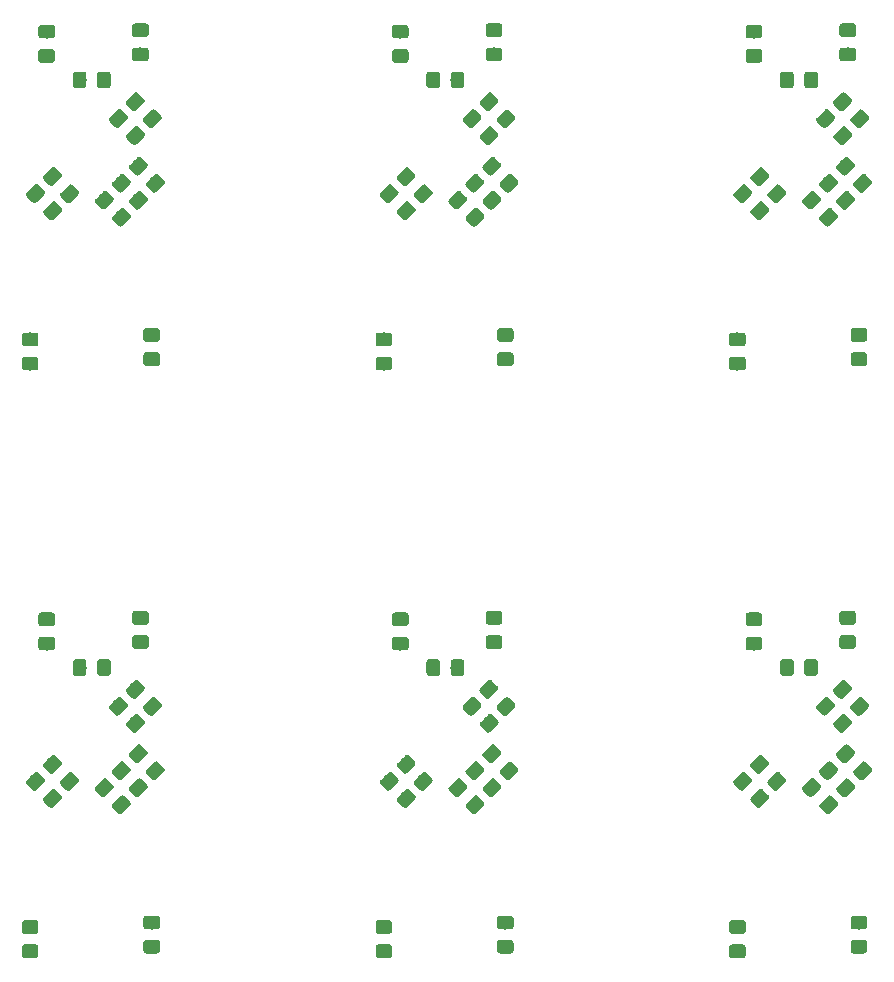
<source format=gbp>
%MOIN*%
%OFA0B0*%
%FSLAX46Y46*%
%IPPOS*%
%LPD*%
%ADD10C,0.0039370078740157488*%
%ADD11C,0.0452755905511811*%
%ADD22C,0.0039370078740157488*%
%ADD23C,0.0452755905511811*%
%ADD24C,0.0039370078740157488*%
%ADD25C,0.0452755905511811*%
%ADD26C,0.0039370078740157488*%
%ADD27C,0.0452755905511811*%
%ADD28C,0.0039370078740157488*%
%ADD29C,0.0452755905511811*%
%ADD30C,0.0039370078740157488*%
%ADD31C,0.0452755905511811*%
D10*
G36*
X0000363681Y0000326881D02*
G01*
X0000364636Y0000326740D01*
X0000365573Y0000326505D01*
X0000366483Y0000326179D01*
X0000367356Y0000325766D01*
X0000368184Y0000325270D01*
X0000368960Y0000324695D01*
X0000369676Y0000324046D01*
X0000370324Y0000323330D01*
X0000370900Y0000322554D01*
X0000371396Y0000321726D01*
X0000371809Y0000320853D01*
X0000372135Y0000319943D01*
X0000372369Y0000319006D01*
X0000372511Y0000318051D01*
X0000372559Y0000317086D01*
X0000372559Y0000291496D01*
X0000372511Y0000290531D01*
X0000372369Y0000289575D01*
X0000372135Y0000288638D01*
X0000371809Y0000287729D01*
X0000371396Y0000286856D01*
X0000370900Y0000286027D01*
X0000370324Y0000285252D01*
X0000369676Y0000284536D01*
X0000368960Y0000283887D01*
X0000368184Y0000283312D01*
X0000367356Y0000282815D01*
X0000366483Y0000282402D01*
X0000365573Y0000282077D01*
X0000364636Y0000281842D01*
X0000363681Y0000281700D01*
X0000362716Y0000281653D01*
X0000327283Y0000281653D01*
X0000326318Y0000281700D01*
X0000325363Y0000281842D01*
X0000324426Y0000282077D01*
X0000323516Y0000282402D01*
X0000322643Y0000282815D01*
X0000321815Y0000283312D01*
X0000321039Y0000283887D01*
X0000320323Y0000284536D01*
X0000319675Y0000285252D01*
X0000319099Y0000286027D01*
X0000318603Y0000286856D01*
X0000318190Y0000287729D01*
X0000317864Y0000288638D01*
X0000317630Y0000289575D01*
X0000317488Y0000290531D01*
X0000317440Y0000291496D01*
X0000317440Y0000317086D01*
X0000317488Y0000318051D01*
X0000317630Y0000319006D01*
X0000317864Y0000319943D01*
X0000318190Y0000320853D01*
X0000318603Y0000321726D01*
X0000319099Y0000322554D01*
X0000319675Y0000323330D01*
X0000320323Y0000324046D01*
X0000321039Y0000324695D01*
X0000321815Y0000325270D01*
X0000322643Y0000325766D01*
X0000323516Y0000326179D01*
X0000324426Y0000326505D01*
X0000325363Y0000326740D01*
X0000326318Y0000326881D01*
X0000327283Y0000326929D01*
X0000362716Y0000326929D01*
X0000363681Y0000326881D01*
X0000363681Y0000326881D01*
G37*
D11*
X0000345000Y0000304291D03*
D10*
G36*
X0000363681Y0000407590D02*
G01*
X0000364636Y0000407448D01*
X0000365573Y0000407213D01*
X0000366483Y0000406888D01*
X0000367356Y0000406475D01*
X0000368184Y0000405979D01*
X0000368960Y0000405403D01*
X0000369676Y0000404755D01*
X0000370324Y0000404039D01*
X0000370900Y0000403263D01*
X0000371396Y0000402435D01*
X0000371809Y0000401561D01*
X0000372135Y0000400652D01*
X0000372369Y0000399715D01*
X0000372511Y0000398760D01*
X0000372559Y0000397795D01*
X0000372559Y0000372204D01*
X0000372511Y0000371239D01*
X0000372369Y0000370284D01*
X0000372135Y0000369347D01*
X0000371809Y0000368438D01*
X0000371396Y0000367564D01*
X0000370900Y0000366736D01*
X0000370324Y0000365960D01*
X0000369676Y0000365245D01*
X0000368960Y0000364596D01*
X0000368184Y0000364020D01*
X0000367356Y0000363524D01*
X0000366483Y0000363111D01*
X0000365573Y0000362786D01*
X0000364636Y0000362551D01*
X0000363681Y0000362409D01*
X0000362716Y0000362362D01*
X0000327283Y0000362362D01*
X0000326318Y0000362409D01*
X0000325363Y0000362551D01*
X0000324426Y0000362786D01*
X0000323516Y0000363111D01*
X0000322643Y0000363524D01*
X0000321815Y0000364020D01*
X0000321039Y0000364596D01*
X0000320323Y0000365245D01*
X0000319675Y0000365960D01*
X0000319099Y0000366736D01*
X0000318603Y0000367564D01*
X0000318190Y0000368438D01*
X0000317864Y0000369347D01*
X0000317630Y0000370284D01*
X0000317488Y0000371239D01*
X0000317440Y0000372204D01*
X0000317440Y0000397795D01*
X0000317488Y0000398760D01*
X0000317630Y0000399715D01*
X0000317864Y0000400652D01*
X0000318190Y0000401561D01*
X0000318603Y0000402435D01*
X0000319099Y0000403263D01*
X0000319675Y0000404039D01*
X0000320323Y0000404755D01*
X0000321039Y0000405403D01*
X0000321815Y0000405979D01*
X0000322643Y0000406475D01*
X0000323516Y0000406888D01*
X0000324426Y0000407213D01*
X0000325363Y0000407448D01*
X0000326318Y0000407590D01*
X0000327283Y0000407637D01*
X0000362716Y0000407637D01*
X0000363681Y0000407590D01*
X0000363681Y0000407590D01*
G37*
D11*
X0000345000Y0000385000D03*
D10*
G36*
X0000768681Y0000422590D02*
G01*
X0000769636Y0000422448D01*
X0000770573Y0000422213D01*
X0000771483Y0000421888D01*
X0000772356Y0000421475D01*
X0000773184Y0000420979D01*
X0000773960Y0000420403D01*
X0000774676Y0000419755D01*
X0000775324Y0000419039D01*
X0000775900Y0000418263D01*
X0000776396Y0000417435D01*
X0000776809Y0000416561D01*
X0000777135Y0000415652D01*
X0000777369Y0000414715D01*
X0000777511Y0000413760D01*
X0000777559Y0000412795D01*
X0000777559Y0000387204D01*
X0000777511Y0000386239D01*
X0000777369Y0000385284D01*
X0000777135Y0000384347D01*
X0000776809Y0000383438D01*
X0000776396Y0000382564D01*
X0000775900Y0000381736D01*
X0000775324Y0000380960D01*
X0000774676Y0000380245D01*
X0000773960Y0000379596D01*
X0000773184Y0000379020D01*
X0000772356Y0000378524D01*
X0000771483Y0000378111D01*
X0000770573Y0000377786D01*
X0000769636Y0000377551D01*
X0000768681Y0000377409D01*
X0000767716Y0000377362D01*
X0000732283Y0000377362D01*
X0000731318Y0000377409D01*
X0000730363Y0000377551D01*
X0000729426Y0000377786D01*
X0000728516Y0000378111D01*
X0000727643Y0000378524D01*
X0000726815Y0000379020D01*
X0000726039Y0000379596D01*
X0000725323Y0000380245D01*
X0000724675Y0000380960D01*
X0000724099Y0000381736D01*
X0000723603Y0000382564D01*
X0000723190Y0000383438D01*
X0000722864Y0000384347D01*
X0000722630Y0000385284D01*
X0000722488Y0000386239D01*
X0000722440Y0000387204D01*
X0000722440Y0000412795D01*
X0000722488Y0000413760D01*
X0000722630Y0000414715D01*
X0000722864Y0000415652D01*
X0000723190Y0000416561D01*
X0000723603Y0000417435D01*
X0000724099Y0000418263D01*
X0000724675Y0000419039D01*
X0000725323Y0000419755D01*
X0000726039Y0000420403D01*
X0000726815Y0000420979D01*
X0000727643Y0000421475D01*
X0000728516Y0000421888D01*
X0000729426Y0000422213D01*
X0000730363Y0000422448D01*
X0000731318Y0000422590D01*
X0000732283Y0000422637D01*
X0000767716Y0000422637D01*
X0000768681Y0000422590D01*
X0000768681Y0000422590D01*
G37*
D11*
X0000749999Y0000400000D03*
D10*
G36*
X0000768681Y0000341881D02*
G01*
X0000769636Y0000341740D01*
X0000770573Y0000341505D01*
X0000771483Y0000341179D01*
X0000772356Y0000340766D01*
X0000773184Y0000340270D01*
X0000773960Y0000339695D01*
X0000774676Y0000339046D01*
X0000775324Y0000338330D01*
X0000775900Y0000337554D01*
X0000776396Y0000336726D01*
X0000776809Y0000335853D01*
X0000777135Y0000334943D01*
X0000777369Y0000334006D01*
X0000777511Y0000333051D01*
X0000777559Y0000332086D01*
X0000777559Y0000306496D01*
X0000777511Y0000305531D01*
X0000777369Y0000304575D01*
X0000777135Y0000303638D01*
X0000776809Y0000302729D01*
X0000776396Y0000301856D01*
X0000775900Y0000301027D01*
X0000775324Y0000300252D01*
X0000774676Y0000299536D01*
X0000773960Y0000298887D01*
X0000773184Y0000298312D01*
X0000772356Y0000297815D01*
X0000771483Y0000297402D01*
X0000770573Y0000297077D01*
X0000769636Y0000296842D01*
X0000768681Y0000296700D01*
X0000767716Y0000296653D01*
X0000732283Y0000296653D01*
X0000731318Y0000296700D01*
X0000730363Y0000296842D01*
X0000729426Y0000297077D01*
X0000728516Y0000297402D01*
X0000727643Y0000297815D01*
X0000726815Y0000298312D01*
X0000726039Y0000298887D01*
X0000725323Y0000299536D01*
X0000724675Y0000300252D01*
X0000724099Y0000301027D01*
X0000723603Y0000301856D01*
X0000723190Y0000302729D01*
X0000722864Y0000303638D01*
X0000722630Y0000304575D01*
X0000722488Y0000305531D01*
X0000722440Y0000306496D01*
X0000722440Y0000332086D01*
X0000722488Y0000333051D01*
X0000722630Y0000334006D01*
X0000722864Y0000334943D01*
X0000723190Y0000335853D01*
X0000723603Y0000336726D01*
X0000724099Y0000337554D01*
X0000724675Y0000338330D01*
X0000725323Y0000339046D01*
X0000726039Y0000339695D01*
X0000726815Y0000340270D01*
X0000727643Y0000340766D01*
X0000728516Y0000341179D01*
X0000729426Y0000341505D01*
X0000730363Y0000341740D01*
X0000731318Y0000341881D01*
X0000732283Y0000341929D01*
X0000767716Y0000341929D01*
X0000768681Y0000341881D01*
X0000768681Y0000341881D01*
G37*
D11*
X0000749999Y0000319291D03*
D10*
G36*
X0000523760Y0001277511D02*
G01*
X0000524715Y0001277369D01*
X0000525652Y0001277135D01*
X0000526561Y0001276809D01*
X0000527435Y0001276396D01*
X0000528263Y0001275900D01*
X0000529039Y0001275324D01*
X0000529754Y0001274676D01*
X0000530403Y0001273960D01*
X0000530979Y0001273184D01*
X0000531475Y0001272356D01*
X0000531888Y0001271483D01*
X0000532213Y0001270573D01*
X0000532448Y0001269636D01*
X0000532590Y0001268681D01*
X0000532637Y0001267716D01*
X0000532637Y0001232283D01*
X0000532590Y0001231318D01*
X0000532448Y0001230363D01*
X0000532213Y0001229426D01*
X0000531888Y0001228516D01*
X0000531475Y0001227643D01*
X0000530979Y0001226815D01*
X0000530403Y0001226039D01*
X0000529754Y0001225323D01*
X0000529039Y0001224675D01*
X0000528263Y0001224099D01*
X0000527435Y0001223603D01*
X0000526561Y0001223190D01*
X0000525652Y0001222864D01*
X0000524715Y0001222630D01*
X0000523760Y0001222488D01*
X0000522795Y0001222440D01*
X0000497204Y0001222440D01*
X0000496239Y0001222488D01*
X0000495284Y0001222630D01*
X0000494347Y0001222864D01*
X0000493438Y0001223190D01*
X0000492564Y0001223603D01*
X0000491736Y0001224099D01*
X0000490960Y0001224675D01*
X0000490245Y0001225323D01*
X0000489596Y0001226039D01*
X0000489020Y0001226815D01*
X0000488524Y0001227643D01*
X0000488111Y0001228516D01*
X0000487785Y0001229426D01*
X0000487551Y0001230363D01*
X0000487409Y0001231318D01*
X0000487362Y0001232283D01*
X0000487362Y0001267716D01*
X0000487409Y0001268681D01*
X0000487551Y0001269636D01*
X0000487785Y0001270573D01*
X0000488111Y0001271483D01*
X0000488524Y0001272356D01*
X0000489020Y0001273184D01*
X0000489596Y0001273960D01*
X0000490245Y0001274676D01*
X0000490960Y0001275324D01*
X0000491736Y0001275900D01*
X0000492564Y0001276396D01*
X0000493438Y0001276809D01*
X0000494347Y0001277135D01*
X0000495284Y0001277369D01*
X0000496239Y0001277511D01*
X0000497204Y0001277559D01*
X0000522795Y0001277559D01*
X0000523760Y0001277511D01*
X0000523760Y0001277511D01*
G37*
D11*
X0000509999Y0001250000D03*
D10*
G36*
X0000604468Y0001277511D02*
G01*
X0000605424Y0001277369D01*
X0000606361Y0001277135D01*
X0000607270Y0001276809D01*
X0000608143Y0001276396D01*
X0000608972Y0001275900D01*
X0000609747Y0001275324D01*
X0000610463Y0001274676D01*
X0000611112Y0001273960D01*
X0000611687Y0001273184D01*
X0000612184Y0001272356D01*
X0000612597Y0001271483D01*
X0000612922Y0001270573D01*
X0000613157Y0001269636D01*
X0000613299Y0001268681D01*
X0000613346Y0001267716D01*
X0000613346Y0001232283D01*
X0000613299Y0001231318D01*
X0000613157Y0001230363D01*
X0000612922Y0001229426D01*
X0000612597Y0001228516D01*
X0000612184Y0001227643D01*
X0000611687Y0001226815D01*
X0000611112Y0001226039D01*
X0000610463Y0001225323D01*
X0000609747Y0001224675D01*
X0000608972Y0001224099D01*
X0000608143Y0001223603D01*
X0000607270Y0001223190D01*
X0000606361Y0001222864D01*
X0000605424Y0001222630D01*
X0000604468Y0001222488D01*
X0000603503Y0001222440D01*
X0000577913Y0001222440D01*
X0000576948Y0001222488D01*
X0000575993Y0001222630D01*
X0000575056Y0001222864D01*
X0000574146Y0001223190D01*
X0000573273Y0001223603D01*
X0000572445Y0001224099D01*
X0000571669Y0001224675D01*
X0000570953Y0001225323D01*
X0000570305Y0001226039D01*
X0000569729Y0001226815D01*
X0000569233Y0001227643D01*
X0000568820Y0001228516D01*
X0000568494Y0001229426D01*
X0000568259Y0001230363D01*
X0000568118Y0001231318D01*
X0000568070Y0001232283D01*
X0000568070Y0001267716D01*
X0000568118Y0001268681D01*
X0000568259Y0001269636D01*
X0000568494Y0001270573D01*
X0000568820Y0001271483D01*
X0000569233Y0001272356D01*
X0000569729Y0001273184D01*
X0000570305Y0001273960D01*
X0000570953Y0001274676D01*
X0000571669Y0001275324D01*
X0000572445Y0001275900D01*
X0000573273Y0001276396D01*
X0000574146Y0001276809D01*
X0000575056Y0001277135D01*
X0000575993Y0001277369D01*
X0000576948Y0001277511D01*
X0000577913Y0001277559D01*
X0000603503Y0001277559D01*
X0000604468Y0001277511D01*
X0000604468Y0001277511D01*
G37*
D11*
X0000590708Y0001250000D03*
D10*
G36*
X0000710198Y0000880230D02*
G01*
X0000711153Y0000880088D01*
X0000712090Y0000879854D01*
X0000713000Y0000879528D01*
X0000713873Y0000879115D01*
X0000714701Y0000878619D01*
X0000715477Y0000878043D01*
X0000716193Y0000877395D01*
X0000734288Y0000859299D01*
X0000734937Y0000858584D01*
X0000735512Y0000857808D01*
X0000736009Y0000856979D01*
X0000736422Y0000856106D01*
X0000736747Y0000855197D01*
X0000736982Y0000854260D01*
X0000737124Y0000853304D01*
X0000737171Y0000852340D01*
X0000737124Y0000851375D01*
X0000736982Y0000850420D01*
X0000736747Y0000849483D01*
X0000736422Y0000848573D01*
X0000736009Y0000847700D01*
X0000735512Y0000846872D01*
X0000734937Y0000846096D01*
X0000734288Y0000845380D01*
X0000709233Y0000820325D01*
X0000708517Y0000819676D01*
X0000707742Y0000819101D01*
X0000706913Y0000818604D01*
X0000706040Y0000818191D01*
X0000705131Y0000817866D01*
X0000704194Y0000817631D01*
X0000703238Y0000817490D01*
X0000702273Y0000817442D01*
X0000701309Y0000817490D01*
X0000700353Y0000817631D01*
X0000699416Y0000817866D01*
X0000698507Y0000818191D01*
X0000697634Y0000818604D01*
X0000696805Y0000819101D01*
X0000696029Y0000819676D01*
X0000695314Y0000820325D01*
X0000677218Y0000838420D01*
X0000676570Y0000839136D01*
X0000675994Y0000839912D01*
X0000675498Y0000840740D01*
X0000675085Y0000841614D01*
X0000674759Y0000842523D01*
X0000674525Y0000843460D01*
X0000674383Y0000844415D01*
X0000674336Y0000845380D01*
X0000674383Y0000846345D01*
X0000674525Y0000847300D01*
X0000674759Y0000848237D01*
X0000675085Y0000849147D01*
X0000675498Y0000850020D01*
X0000675994Y0000850848D01*
X0000676570Y0000851624D01*
X0000677218Y0000852340D01*
X0000702273Y0000877395D01*
X0000702989Y0000878043D01*
X0000703765Y0000878619D01*
X0000704593Y0000879115D01*
X0000705467Y0000879528D01*
X0000706376Y0000879854D01*
X0000707313Y0000880088D01*
X0000708268Y0000880230D01*
X0000709233Y0000880278D01*
X0000710198Y0000880230D01*
X0000710198Y0000880230D01*
G37*
D11*
X0000705753Y0000848860D03*
D10*
G36*
X0000653128Y0000937300D02*
G01*
X0000654084Y0000937158D01*
X0000655021Y0000936923D01*
X0000655930Y0000936598D01*
X0000656803Y0000936185D01*
X0000657632Y0000935688D01*
X0000658407Y0000935113D01*
X0000659123Y0000934464D01*
X0000677219Y0000916369D01*
X0000677867Y0000915653D01*
X0000678443Y0000914878D01*
X0000678939Y0000914049D01*
X0000679352Y0000913176D01*
X0000679677Y0000912266D01*
X0000679912Y0000911330D01*
X0000680054Y0000910374D01*
X0000680101Y0000909409D01*
X0000680054Y0000908445D01*
X0000679912Y0000907489D01*
X0000679677Y0000906552D01*
X0000679352Y0000905643D01*
X0000678939Y0000904770D01*
X0000678443Y0000903941D01*
X0000677867Y0000903165D01*
X0000677219Y0000902450D01*
X0000652164Y0000877395D01*
X0000651448Y0000876746D01*
X0000650672Y0000876171D01*
X0000649844Y0000875674D01*
X0000648970Y0000875261D01*
X0000648061Y0000874936D01*
X0000647124Y0000874701D01*
X0000646169Y0000874559D01*
X0000645204Y0000874512D01*
X0000644239Y0000874559D01*
X0000643284Y0000874701D01*
X0000642347Y0000874936D01*
X0000641437Y0000875261D01*
X0000640564Y0000875674D01*
X0000639736Y0000876171D01*
X0000638960Y0000876746D01*
X0000638244Y0000877395D01*
X0000620149Y0000895490D01*
X0000619500Y0000896206D01*
X0000618925Y0000896981D01*
X0000618428Y0000897810D01*
X0000618015Y0000898683D01*
X0000617690Y0000899593D01*
X0000617455Y0000900530D01*
X0000617313Y0000901485D01*
X0000617266Y0000902450D01*
X0000617313Y0000903414D01*
X0000617455Y0000904370D01*
X0000617690Y0000905307D01*
X0000618015Y0000906216D01*
X0000618428Y0000907089D01*
X0000618925Y0000907918D01*
X0000619500Y0000908694D01*
X0000620149Y0000909409D01*
X0000645204Y0000934464D01*
X0000645920Y0000935113D01*
X0000646695Y0000935688D01*
X0000647524Y0000936185D01*
X0000648397Y0000936598D01*
X0000649306Y0000936923D01*
X0000650243Y0000937158D01*
X0000651199Y0000937300D01*
X0000652164Y0000937347D01*
X0000653128Y0000937300D01*
X0000653128Y0000937300D01*
G37*
D11*
X0000648684Y0000905930D03*
D10*
G36*
X0000766766Y0000936799D02*
G01*
X0000767722Y0000936657D01*
X0000768659Y0000936422D01*
X0000769568Y0000936097D01*
X0000770441Y0000935684D01*
X0000771270Y0000935187D01*
X0000772046Y0000934612D01*
X0000772761Y0000933963D01*
X0000790857Y0000915868D01*
X0000791505Y0000915152D01*
X0000792081Y0000914376D01*
X0000792577Y0000913548D01*
X0000792990Y0000912675D01*
X0000793316Y0000911765D01*
X0000793550Y0000910828D01*
X0000793692Y0000909873D01*
X0000793739Y0000908908D01*
X0000793692Y0000907944D01*
X0000793550Y0000906988D01*
X0000793316Y0000906051D01*
X0000792990Y0000905142D01*
X0000792577Y0000904269D01*
X0000792081Y0000903440D01*
X0000791505Y0000902664D01*
X0000790857Y0000901949D01*
X0000765802Y0000876894D01*
X0000765086Y0000876245D01*
X0000764310Y0000875670D01*
X0000763482Y0000875173D01*
X0000762608Y0000874760D01*
X0000761699Y0000874435D01*
X0000760762Y0000874200D01*
X0000759807Y0000874058D01*
X0000758842Y0000874011D01*
X0000757877Y0000874058D01*
X0000756922Y0000874200D01*
X0000755985Y0000874435D01*
X0000755075Y0000874760D01*
X0000754202Y0000875173D01*
X0000753374Y0000875670D01*
X0000752598Y0000876245D01*
X0000751882Y0000876894D01*
X0000733787Y0000894989D01*
X0000733138Y0000895705D01*
X0000732563Y0000896480D01*
X0000732066Y0000897309D01*
X0000731653Y0000898182D01*
X0000731328Y0000899091D01*
X0000731093Y0000900028D01*
X0000730952Y0000900984D01*
X0000730904Y0000901949D01*
X0000730952Y0000902913D01*
X0000731093Y0000903869D01*
X0000731328Y0000904806D01*
X0000731653Y0000905715D01*
X0000732066Y0000906588D01*
X0000732563Y0000907417D01*
X0000733138Y0000908193D01*
X0000733787Y0000908908D01*
X0000758842Y0000933963D01*
X0000759558Y0000934612D01*
X0000760333Y0000935187D01*
X0000761162Y0000935684D01*
X0000762035Y0000936097D01*
X0000762945Y0000936422D01*
X0000763882Y0000936657D01*
X0000764837Y0000936799D01*
X0000765802Y0000936846D01*
X0000766766Y0000936799D01*
X0000766766Y0000936799D01*
G37*
D11*
X0000762322Y0000905428D03*
D10*
G36*
X0000709697Y0000993868D02*
G01*
X0000710652Y0000993727D01*
X0000711589Y0000993492D01*
X0000712499Y0000993166D01*
X0000713372Y0000992753D01*
X0000714200Y0000992257D01*
X0000714976Y0000991682D01*
X0000715692Y0000991033D01*
X0000733787Y0000972938D01*
X0000734436Y0000972222D01*
X0000735011Y0000971446D01*
X0000735508Y0000970618D01*
X0000735921Y0000969744D01*
X0000736246Y0000968835D01*
X0000736481Y0000967898D01*
X0000736622Y0000966943D01*
X0000736670Y0000965978D01*
X0000736622Y0000965013D01*
X0000736481Y0000964058D01*
X0000736246Y0000963121D01*
X0000735921Y0000962211D01*
X0000735508Y0000961338D01*
X0000735011Y0000960510D01*
X0000734436Y0000959734D01*
X0000733787Y0000959018D01*
X0000708732Y0000933963D01*
X0000708016Y0000933315D01*
X0000707241Y0000932739D01*
X0000706412Y0000932243D01*
X0000705539Y0000931830D01*
X0000704630Y0000931504D01*
X0000703692Y0000931270D01*
X0000702737Y0000931128D01*
X0000701772Y0000931080D01*
X0000700808Y0000931128D01*
X0000699852Y0000931270D01*
X0000698915Y0000931504D01*
X0000698006Y0000931830D01*
X0000697133Y0000932243D01*
X0000696304Y0000932739D01*
X0000695528Y0000933315D01*
X0000694813Y0000933963D01*
X0000676717Y0000952059D01*
X0000676069Y0000952774D01*
X0000675493Y0000953550D01*
X0000674997Y0000954378D01*
X0000674584Y0000955252D01*
X0000674258Y0000956161D01*
X0000674024Y0000957098D01*
X0000673882Y0000958053D01*
X0000673835Y0000959018D01*
X0000673882Y0000959983D01*
X0000674024Y0000960938D01*
X0000674258Y0000961875D01*
X0000674584Y0000962785D01*
X0000674997Y0000963658D01*
X0000675493Y0000964486D01*
X0000676069Y0000965262D01*
X0000676717Y0000965978D01*
X0000701772Y0000991033D01*
X0000702488Y0000991682D01*
X0000703264Y0000992257D01*
X0000704092Y0000992753D01*
X0000704966Y0000993166D01*
X0000705875Y0000993492D01*
X0000706812Y0000993727D01*
X0000707767Y0000993868D01*
X0000708732Y0000993916D01*
X0000709697Y0000993868D01*
X0000709697Y0000993868D01*
G37*
D11*
X0000705252Y0000962498D03*
D10*
G36*
X0000653629Y0000823662D02*
G01*
X0000654585Y0000823520D01*
X0000655522Y0000823285D01*
X0000656431Y0000822960D01*
X0000657304Y0000822547D01*
X0000658133Y0000822050D01*
X0000658909Y0000821475D01*
X0000659624Y0000820826D01*
X0000677720Y0000802731D01*
X0000678368Y0000802015D01*
X0000678944Y0000801239D01*
X0000679440Y0000800411D01*
X0000679853Y0000799538D01*
X0000680179Y0000798628D01*
X0000680413Y0000797691D01*
X0000680555Y0000796736D01*
X0000680602Y0000795771D01*
X0000680555Y0000794806D01*
X0000680413Y0000793851D01*
X0000680179Y0000792914D01*
X0000679853Y0000792005D01*
X0000679440Y0000791131D01*
X0000678944Y0000790303D01*
X0000678368Y0000789527D01*
X0000677720Y0000788812D01*
X0000652665Y0000763757D01*
X0000651949Y0000763108D01*
X0000651173Y0000762532D01*
X0000650345Y0000762036D01*
X0000649471Y0000761623D01*
X0000648562Y0000761298D01*
X0000647625Y0000761063D01*
X0000646670Y0000760921D01*
X0000645705Y0000760874D01*
X0000644740Y0000760921D01*
X0000643785Y0000761063D01*
X0000642848Y0000761298D01*
X0000641938Y0000761623D01*
X0000641065Y0000762036D01*
X0000640237Y0000762532D01*
X0000639461Y0000763108D01*
X0000638745Y0000763757D01*
X0000620650Y0000781852D01*
X0000620001Y0000782567D01*
X0000619426Y0000783343D01*
X0000618929Y0000784172D01*
X0000618516Y0000785045D01*
X0000618191Y0000785954D01*
X0000617956Y0000786891D01*
X0000617815Y0000787847D01*
X0000617767Y0000788812D01*
X0000617815Y0000789776D01*
X0000617956Y0000790732D01*
X0000618191Y0000791669D01*
X0000618516Y0000792578D01*
X0000618929Y0000793451D01*
X0000619426Y0000794280D01*
X0000620001Y0000795056D01*
X0000620650Y0000795771D01*
X0000645705Y0000820826D01*
X0000646421Y0000821475D01*
X0000647196Y0000822050D01*
X0000648025Y0000822547D01*
X0000648898Y0000822960D01*
X0000649807Y0000823285D01*
X0000650744Y0000823520D01*
X0000651700Y0000823662D01*
X0000652665Y0000823709D01*
X0000653629Y0000823662D01*
X0000653629Y0000823662D01*
G37*
D11*
X0000649185Y0000792291D03*
D10*
G36*
X0000596560Y0000880731D02*
G01*
X0000597515Y0000880589D01*
X0000598452Y0000880355D01*
X0000599362Y0000880029D01*
X0000600235Y0000879616D01*
X0000601063Y0000879120D01*
X0000601839Y0000878544D01*
X0000602555Y0000877896D01*
X0000620650Y0000859800D01*
X0000621299Y0000859085D01*
X0000621874Y0000858309D01*
X0000622371Y0000857481D01*
X0000622784Y0000856607D01*
X0000623109Y0000855698D01*
X0000623344Y0000854761D01*
X0000623485Y0000853806D01*
X0000623533Y0000852841D01*
X0000623485Y0000851876D01*
X0000623344Y0000850921D01*
X0000623109Y0000849984D01*
X0000622784Y0000849074D01*
X0000622371Y0000848201D01*
X0000621874Y0000847373D01*
X0000621299Y0000846597D01*
X0000620650Y0000845881D01*
X0000595595Y0000820826D01*
X0000594879Y0000820177D01*
X0000594103Y0000819602D01*
X0000593275Y0000819106D01*
X0000592402Y0000818693D01*
X0000591492Y0000818367D01*
X0000590555Y0000818132D01*
X0000589600Y0000817991D01*
X0000588635Y0000817943D01*
X0000587671Y0000817991D01*
X0000586715Y0000818132D01*
X0000585778Y0000818367D01*
X0000584869Y0000818693D01*
X0000583996Y0000819106D01*
X0000583167Y0000819602D01*
X0000582391Y0000820177D01*
X0000581676Y0000820826D01*
X0000563580Y0000838921D01*
X0000562932Y0000839637D01*
X0000562356Y0000840413D01*
X0000561860Y0000841241D01*
X0000561447Y0000842115D01*
X0000561121Y0000843024D01*
X0000560887Y0000843961D01*
X0000560745Y0000844916D01*
X0000560697Y0000845881D01*
X0000560745Y0000846846D01*
X0000560887Y0000847801D01*
X0000561121Y0000848738D01*
X0000561447Y0000849648D01*
X0000561860Y0000850521D01*
X0000562356Y0000851349D01*
X0000562932Y0000852125D01*
X0000563580Y0000852841D01*
X0000588635Y0000877896D01*
X0000589351Y0000878544D01*
X0000590127Y0000879120D01*
X0000590955Y0000879616D01*
X0000591828Y0000880029D01*
X0000592738Y0000880355D01*
X0000593675Y0000880589D01*
X0000594630Y0000880731D01*
X0000595595Y0000880779D01*
X0000596560Y0000880731D01*
X0000596560Y0000880731D01*
G37*
D11*
X0000592115Y0000849361D03*
D10*
G36*
X0000700479Y0001095335D02*
G01*
X0000701434Y0001095193D01*
X0000702371Y0001094959D01*
X0000703281Y0001094633D01*
X0000704154Y0001094220D01*
X0000704982Y0001093724D01*
X0000705758Y0001093148D01*
X0000706474Y0001092500D01*
X0000724569Y0001074404D01*
X0000725218Y0001073689D01*
X0000725793Y0001072913D01*
X0000726290Y0001072084D01*
X0000726703Y0001071211D01*
X0000727028Y0001070302D01*
X0000727263Y0001069365D01*
X0000727405Y0001068409D01*
X0000727452Y0001067445D01*
X0000727405Y0001066480D01*
X0000727263Y0001065524D01*
X0000727028Y0001064587D01*
X0000726703Y0001063678D01*
X0000726290Y0001062805D01*
X0000725793Y0001061976D01*
X0000725218Y0001061201D01*
X0000724569Y0001060485D01*
X0000699514Y0001035430D01*
X0000698798Y0001034781D01*
X0000698023Y0001034206D01*
X0000697194Y0001033709D01*
X0000696321Y0001033296D01*
X0000695412Y0001032971D01*
X0000694475Y0001032736D01*
X0000693519Y0001032594D01*
X0000692554Y0001032547D01*
X0000691590Y0001032594D01*
X0000690634Y0001032736D01*
X0000689697Y0001032971D01*
X0000688788Y0001033296D01*
X0000687915Y0001033709D01*
X0000687086Y0001034206D01*
X0000686310Y0001034781D01*
X0000685595Y0001035430D01*
X0000667499Y0001053525D01*
X0000666851Y0001054241D01*
X0000666275Y0001055017D01*
X0000665779Y0001055845D01*
X0000665366Y0001056718D01*
X0000665040Y0001057628D01*
X0000664806Y0001058565D01*
X0000664664Y0001059520D01*
X0000664617Y0001060485D01*
X0000664664Y0001061450D01*
X0000664806Y0001062405D01*
X0000665040Y0001063342D01*
X0000665366Y0001064251D01*
X0000665779Y0001065125D01*
X0000666275Y0001065953D01*
X0000666851Y0001066729D01*
X0000667499Y0001067445D01*
X0000692554Y0001092500D01*
X0000693270Y0001093148D01*
X0000694046Y0001093724D01*
X0000694874Y0001094220D01*
X0000695748Y0001094633D01*
X0000696657Y0001094959D01*
X0000697594Y0001095193D01*
X0000698549Y0001095335D01*
X0000699514Y0001095382D01*
X0000700479Y0001095335D01*
X0000700479Y0001095335D01*
G37*
D11*
X0000696034Y0001063965D03*
D10*
G36*
X0000643409Y0001152405D02*
G01*
X0000644365Y0001152263D01*
X0000645302Y0001152028D01*
X0000646211Y0001151703D01*
X0000647084Y0001151290D01*
X0000647913Y0001150793D01*
X0000648689Y0001150218D01*
X0000649404Y0001149569D01*
X0000667500Y0001131474D01*
X0000668148Y0001130758D01*
X0000668724Y0001129982D01*
X0000669220Y0001129154D01*
X0000669633Y0001128281D01*
X0000669959Y0001127371D01*
X0000670193Y0001126434D01*
X0000670335Y0001125479D01*
X0000670382Y0001124514D01*
X0000670335Y0001123549D01*
X0000670193Y0001122594D01*
X0000669959Y0001121657D01*
X0000669633Y0001120748D01*
X0000669220Y0001119874D01*
X0000668724Y0001119046D01*
X0000668148Y0001118270D01*
X0000667500Y0001117554D01*
X0000642445Y0001092499D01*
X0000641729Y0001091851D01*
X0000640953Y0001091275D01*
X0000640125Y0001090779D01*
X0000639251Y0001090366D01*
X0000638342Y0001090040D01*
X0000637405Y0001089806D01*
X0000636450Y0001089664D01*
X0000635485Y0001089617D01*
X0000634520Y0001089664D01*
X0000633565Y0001089806D01*
X0000632628Y0001090040D01*
X0000631718Y0001090366D01*
X0000630845Y0001090779D01*
X0000630017Y0001091275D01*
X0000629241Y0001091851D01*
X0000628525Y0001092499D01*
X0000610430Y0001110595D01*
X0000609781Y0001111310D01*
X0000609206Y0001112086D01*
X0000608709Y0001112915D01*
X0000608296Y0001113788D01*
X0000607971Y0001114697D01*
X0000607736Y0001115634D01*
X0000607594Y0001116590D01*
X0000607547Y0001117554D01*
X0000607594Y0001118519D01*
X0000607736Y0001119475D01*
X0000607971Y0001120412D01*
X0000608296Y0001121321D01*
X0000608709Y0001122194D01*
X0000609206Y0001123023D01*
X0000609781Y0001123798D01*
X0000610430Y0001124514D01*
X0000635485Y0001149569D01*
X0000636201Y0001150218D01*
X0000636976Y0001150793D01*
X0000637805Y0001151290D01*
X0000638678Y0001151703D01*
X0000639587Y0001152028D01*
X0000640524Y0001152263D01*
X0000641480Y0001152405D01*
X0000642445Y0001152452D01*
X0000643409Y0001152405D01*
X0000643409Y0001152405D01*
G37*
D11*
X0000638965Y0001121034D03*
D10*
G36*
X0000756944Y0001151370D02*
G01*
X0000757899Y0001151228D01*
X0000758836Y0001150993D01*
X0000759746Y0001150668D01*
X0000760619Y0001150255D01*
X0000761448Y0001149758D01*
X0000762223Y0001149183D01*
X0000762939Y0001148534D01*
X0000781034Y0001130439D01*
X0000781683Y0001129723D01*
X0000782258Y0001128948D01*
X0000782755Y0001128119D01*
X0000783168Y0001127246D01*
X0000783493Y0001126336D01*
X0000783728Y0001125400D01*
X0000783870Y0001124444D01*
X0000783917Y0001123479D01*
X0000783870Y0001122515D01*
X0000783728Y0001121559D01*
X0000783493Y0001120622D01*
X0000783168Y0001119713D01*
X0000782755Y0001118840D01*
X0000782258Y0001118011D01*
X0000781683Y0001117235D01*
X0000781034Y0001116520D01*
X0000755979Y0001091465D01*
X0000755264Y0001090816D01*
X0000754488Y0001090241D01*
X0000753659Y0001089744D01*
X0000752786Y0001089331D01*
X0000751877Y0001089006D01*
X0000750940Y0001088771D01*
X0000749984Y0001088629D01*
X0000749020Y0001088582D01*
X0000748055Y0001088629D01*
X0000747100Y0001088771D01*
X0000746163Y0001089006D01*
X0000745253Y0001089331D01*
X0000744380Y0001089744D01*
X0000743551Y0001090241D01*
X0000742776Y0001090816D01*
X0000742060Y0001091465D01*
X0000723965Y0001109560D01*
X0000723316Y0001110276D01*
X0000722741Y0001111051D01*
X0000722244Y0001111880D01*
X0000721831Y0001112753D01*
X0000721506Y0001113663D01*
X0000721271Y0001114600D01*
X0000721129Y0001115555D01*
X0000721082Y0001116520D01*
X0000721129Y0001117484D01*
X0000721271Y0001118440D01*
X0000721506Y0001119377D01*
X0000721831Y0001120286D01*
X0000722244Y0001121159D01*
X0000722741Y0001121988D01*
X0000723316Y0001122764D01*
X0000723965Y0001123479D01*
X0000749020Y0001148534D01*
X0000749735Y0001149183D01*
X0000750511Y0001149758D01*
X0000751340Y0001150255D01*
X0000752213Y0001150668D01*
X0000753122Y0001150993D01*
X0000754059Y0001151228D01*
X0000755015Y0001151370D01*
X0000755979Y0001151417D01*
X0000756944Y0001151370D01*
X0000756944Y0001151370D01*
G37*
D11*
X0000752500Y0001120000D03*
D10*
G36*
X0000699874Y0001208439D02*
G01*
X0000700830Y0001208298D01*
X0000701767Y0001208063D01*
X0000702676Y0001207738D01*
X0000703549Y0001207325D01*
X0000704378Y0001206828D01*
X0000705154Y0001206253D01*
X0000705869Y0001205604D01*
X0000723965Y0001187509D01*
X0000724613Y0001186793D01*
X0000725189Y0001186017D01*
X0000725685Y0001185189D01*
X0000726098Y0001184315D01*
X0000726424Y0001183406D01*
X0000726658Y0001182469D01*
X0000726800Y0001181514D01*
X0000726848Y0001180549D01*
X0000726800Y0001179584D01*
X0000726658Y0001178629D01*
X0000726424Y0001177692D01*
X0000726098Y0001176782D01*
X0000725685Y0001175909D01*
X0000725189Y0001175081D01*
X0000724613Y0001174305D01*
X0000723965Y0001173589D01*
X0000698910Y0001148534D01*
X0000698194Y0001147886D01*
X0000697418Y0001147310D01*
X0000696590Y0001146814D01*
X0000695717Y0001146401D01*
X0000694807Y0001146075D01*
X0000693870Y0001145841D01*
X0000692915Y0001145699D01*
X0000691950Y0001145651D01*
X0000690985Y0001145699D01*
X0000690030Y0001145841D01*
X0000689093Y0001146075D01*
X0000688184Y0001146401D01*
X0000687310Y0001146814D01*
X0000686482Y0001147310D01*
X0000685706Y0001147886D01*
X0000684990Y0001148534D01*
X0000666895Y0001166630D01*
X0000666246Y0001167345D01*
X0000665671Y0001168121D01*
X0000665174Y0001168950D01*
X0000664761Y0001169823D01*
X0000664436Y0001170732D01*
X0000664201Y0001171669D01*
X0000664060Y0001172625D01*
X0000664012Y0001173589D01*
X0000664060Y0001174554D01*
X0000664201Y0001175509D01*
X0000664436Y0001176446D01*
X0000664761Y0001177356D01*
X0000665174Y0001178229D01*
X0000665671Y0001179057D01*
X0000666246Y0001179833D01*
X0000666895Y0001180549D01*
X0000691950Y0001205604D01*
X0000692666Y0001206253D01*
X0000693442Y0001206828D01*
X0000694270Y0001207325D01*
X0000695143Y0001207738D01*
X0000696053Y0001208063D01*
X0000696990Y0001208298D01*
X0000697945Y0001208439D01*
X0000698910Y0001208487D01*
X0000699874Y0001208439D01*
X0000699874Y0001208439D01*
G37*
D11*
X0000695430Y0001177069D03*
D10*
G36*
X0000480855Y0000901631D02*
G01*
X0000481810Y0000901490D01*
X0000482747Y0000901255D01*
X0000483657Y0000900930D01*
X0000484530Y0000900517D01*
X0000485359Y0000900020D01*
X0000486134Y0000899445D01*
X0000486850Y0000898796D01*
X0000504945Y0000880701D01*
X0000505594Y0000879985D01*
X0000506169Y0000879209D01*
X0000506666Y0000878381D01*
X0000507079Y0000877508D01*
X0000507404Y0000876598D01*
X0000507639Y0000875661D01*
X0000507781Y0000874706D01*
X0000507828Y0000873741D01*
X0000507781Y0000872776D01*
X0000507639Y0000871821D01*
X0000507404Y0000870884D01*
X0000507079Y0000869974D01*
X0000506666Y0000869101D01*
X0000506169Y0000868273D01*
X0000505594Y0000867497D01*
X0000504945Y0000866781D01*
X0000479890Y0000841726D01*
X0000479175Y0000841078D01*
X0000478399Y0000840502D01*
X0000477570Y0000840006D01*
X0000476697Y0000839593D01*
X0000475788Y0000839267D01*
X0000474851Y0000839033D01*
X0000473895Y0000838891D01*
X0000472931Y0000838844D01*
X0000471966Y0000838891D01*
X0000471010Y0000839033D01*
X0000470074Y0000839267D01*
X0000469164Y0000839593D01*
X0000468291Y0000840006D01*
X0000467462Y0000840502D01*
X0000466687Y0000841078D01*
X0000465971Y0000841726D01*
X0000447876Y0000859822D01*
X0000447227Y0000860537D01*
X0000446652Y0000861313D01*
X0000446155Y0000862142D01*
X0000445742Y0000863015D01*
X0000445417Y0000863924D01*
X0000445182Y0000864861D01*
X0000445040Y0000865817D01*
X0000444993Y0000866781D01*
X0000445040Y0000867746D01*
X0000445182Y0000868701D01*
X0000445417Y0000869638D01*
X0000445742Y0000870548D01*
X0000446155Y0000871421D01*
X0000446652Y0000872250D01*
X0000447227Y0000873025D01*
X0000447876Y0000873741D01*
X0000472931Y0000898796D01*
X0000473646Y0000899445D01*
X0000474422Y0000900020D01*
X0000475251Y0000900517D01*
X0000476124Y0000900930D01*
X0000477033Y0000901255D01*
X0000477970Y0000901490D01*
X0000478926Y0000901631D01*
X0000479890Y0000901679D01*
X0000480855Y0000901631D01*
X0000480855Y0000901631D01*
G37*
D11*
X0000476410Y0000870261D03*
D10*
G36*
X0000423785Y0000958701D02*
G01*
X0000424741Y0000958559D01*
X0000425678Y0000958325D01*
X0000426587Y0000957999D01*
X0000427460Y0000957586D01*
X0000428289Y0000957090D01*
X0000429065Y0000956514D01*
X0000429780Y0000955866D01*
X0000447876Y0000937770D01*
X0000448524Y0000937055D01*
X0000449100Y0000936279D01*
X0000449596Y0000935450D01*
X0000450009Y0000934577D01*
X0000450335Y0000933668D01*
X0000450569Y0000932731D01*
X0000450711Y0000931775D01*
X0000450759Y0000930811D01*
X0000450711Y0000929846D01*
X0000450569Y0000928890D01*
X0000450335Y0000927953D01*
X0000450009Y0000927044D01*
X0000449596Y0000926171D01*
X0000449100Y0000925342D01*
X0000448524Y0000924567D01*
X0000447876Y0000923851D01*
X0000422821Y0000898796D01*
X0000422105Y0000898147D01*
X0000421329Y0000897572D01*
X0000420501Y0000897075D01*
X0000419628Y0000896662D01*
X0000418718Y0000896337D01*
X0000417781Y0000896102D01*
X0000416826Y0000895961D01*
X0000415861Y0000895913D01*
X0000414896Y0000895961D01*
X0000413941Y0000896102D01*
X0000413004Y0000896337D01*
X0000412095Y0000896662D01*
X0000411221Y0000897075D01*
X0000410393Y0000897572D01*
X0000409617Y0000898147D01*
X0000408901Y0000898796D01*
X0000390806Y0000916891D01*
X0000390157Y0000917607D01*
X0000389582Y0000918383D01*
X0000389085Y0000919211D01*
X0000388672Y0000920084D01*
X0000388347Y0000920994D01*
X0000388112Y0000921931D01*
X0000387971Y0000922886D01*
X0000387923Y0000923851D01*
X0000387971Y0000924816D01*
X0000388112Y0000925771D01*
X0000388347Y0000926708D01*
X0000388672Y0000927617D01*
X0000389085Y0000928491D01*
X0000389582Y0000929319D01*
X0000390157Y0000930095D01*
X0000390806Y0000930811D01*
X0000415861Y0000955866D01*
X0000416577Y0000956514D01*
X0000417353Y0000957090D01*
X0000418181Y0000957586D01*
X0000419054Y0000957999D01*
X0000419964Y0000958325D01*
X0000420901Y0000958559D01*
X0000421856Y0000958701D01*
X0000422821Y0000958748D01*
X0000423785Y0000958701D01*
X0000423785Y0000958701D01*
G37*
D11*
X0000419341Y0000927331D03*
D10*
G36*
X0000418681Y0001433299D02*
G01*
X0000419636Y0001433157D01*
X0000420573Y0001432922D01*
X0000421483Y0001432597D01*
X0000422356Y0001432184D01*
X0000423184Y0001431687D01*
X0000423960Y0001431112D01*
X0000424676Y0001430463D01*
X0000425324Y0001429747D01*
X0000425900Y0001428972D01*
X0000426396Y0001428143D01*
X0000426809Y0001427270D01*
X0000427135Y0001426361D01*
X0000427369Y0001425424D01*
X0000427511Y0001424468D01*
X0000427559Y0001423503D01*
X0000427559Y0001397913D01*
X0000427511Y0001396948D01*
X0000427369Y0001395993D01*
X0000427135Y0001395056D01*
X0000426809Y0001394146D01*
X0000426396Y0001393273D01*
X0000425900Y0001392445D01*
X0000425324Y0001391669D01*
X0000424676Y0001390953D01*
X0000423960Y0001390305D01*
X0000423184Y0001389729D01*
X0000422356Y0001389233D01*
X0000421483Y0001388820D01*
X0000420573Y0001388494D01*
X0000419636Y0001388260D01*
X0000418681Y0001388118D01*
X0000417716Y0001388070D01*
X0000382283Y0001388070D01*
X0000381318Y0001388118D01*
X0000380363Y0001388260D01*
X0000379426Y0001388494D01*
X0000378516Y0001388820D01*
X0000377643Y0001389233D01*
X0000376815Y0001389729D01*
X0000376039Y0001390305D01*
X0000375323Y0001390953D01*
X0000374675Y0001391669D01*
X0000374099Y0001392445D01*
X0000373603Y0001393273D01*
X0000373190Y0001394146D01*
X0000372864Y0001395056D01*
X0000372630Y0001395993D01*
X0000372488Y0001396948D01*
X0000372440Y0001397913D01*
X0000372440Y0001423503D01*
X0000372488Y0001424468D01*
X0000372630Y0001425424D01*
X0000372864Y0001426361D01*
X0000373190Y0001427270D01*
X0000373603Y0001428143D01*
X0000374099Y0001428972D01*
X0000374675Y0001429747D01*
X0000375323Y0001430463D01*
X0000376039Y0001431112D01*
X0000376815Y0001431687D01*
X0000377643Y0001432184D01*
X0000378516Y0001432597D01*
X0000379426Y0001432922D01*
X0000380363Y0001433157D01*
X0000381318Y0001433299D01*
X0000382283Y0001433346D01*
X0000417716Y0001433346D01*
X0000418681Y0001433299D01*
X0000418681Y0001433299D01*
G37*
D11*
X0000400000Y0001410708D03*
D10*
G36*
X0000418681Y0001352590D02*
G01*
X0000419636Y0001352448D01*
X0000420573Y0001352213D01*
X0000421483Y0001351888D01*
X0000422356Y0001351475D01*
X0000423184Y0001350979D01*
X0000423960Y0001350403D01*
X0000424676Y0001349755D01*
X0000425324Y0001349039D01*
X0000425900Y0001348263D01*
X0000426396Y0001347435D01*
X0000426809Y0001346561D01*
X0000427135Y0001345652D01*
X0000427369Y0001344715D01*
X0000427511Y0001343760D01*
X0000427559Y0001342795D01*
X0000427559Y0001317204D01*
X0000427511Y0001316239D01*
X0000427369Y0001315284D01*
X0000427135Y0001314347D01*
X0000426809Y0001313438D01*
X0000426396Y0001312564D01*
X0000425900Y0001311736D01*
X0000425324Y0001310960D01*
X0000424676Y0001310245D01*
X0000423960Y0001309596D01*
X0000423184Y0001309020D01*
X0000422356Y0001308524D01*
X0000421483Y0001308111D01*
X0000420573Y0001307786D01*
X0000419636Y0001307551D01*
X0000418681Y0001307409D01*
X0000417716Y0001307362D01*
X0000382283Y0001307362D01*
X0000381318Y0001307409D01*
X0000380363Y0001307551D01*
X0000379426Y0001307786D01*
X0000378516Y0001308111D01*
X0000377643Y0001308524D01*
X0000376815Y0001309020D01*
X0000376039Y0001309596D01*
X0000375323Y0001310245D01*
X0000374675Y0001310960D01*
X0000374099Y0001311736D01*
X0000373603Y0001312564D01*
X0000373190Y0001313438D01*
X0000372864Y0001314347D01*
X0000372630Y0001315284D01*
X0000372488Y0001316239D01*
X0000372440Y0001317204D01*
X0000372440Y0001342795D01*
X0000372488Y0001343760D01*
X0000372630Y0001344715D01*
X0000372864Y0001345652D01*
X0000373190Y0001346561D01*
X0000373603Y0001347435D01*
X0000374099Y0001348263D01*
X0000374675Y0001349039D01*
X0000375323Y0001349755D01*
X0000376039Y0001350403D01*
X0000376815Y0001350979D01*
X0000377643Y0001351475D01*
X0000378516Y0001351888D01*
X0000379426Y0001352213D01*
X0000380363Y0001352448D01*
X0000381318Y0001352590D01*
X0000382283Y0001352637D01*
X0000417716Y0001352637D01*
X0000418681Y0001352590D01*
X0000418681Y0001352590D01*
G37*
D11*
X0000400000Y0001329999D03*
D10*
G36*
X0000731181Y0001357590D02*
G01*
X0000732136Y0001357448D01*
X0000733073Y0001357213D01*
X0000733983Y0001356888D01*
X0000734856Y0001356475D01*
X0000735684Y0001355979D01*
X0000736460Y0001355403D01*
X0000737176Y0001354755D01*
X0000737824Y0001354039D01*
X0000738400Y0001353263D01*
X0000738896Y0001352435D01*
X0000739309Y0001351561D01*
X0000739635Y0001350652D01*
X0000739869Y0001349715D01*
X0000740011Y0001348760D01*
X0000740059Y0001347795D01*
X0000740059Y0001322204D01*
X0000740011Y0001321239D01*
X0000739869Y0001320284D01*
X0000739635Y0001319347D01*
X0000739309Y0001318438D01*
X0000738896Y0001317564D01*
X0000738400Y0001316736D01*
X0000737824Y0001315960D01*
X0000737176Y0001315245D01*
X0000736460Y0001314596D01*
X0000735684Y0001314020D01*
X0000734856Y0001313524D01*
X0000733983Y0001313111D01*
X0000733073Y0001312786D01*
X0000732136Y0001312551D01*
X0000731181Y0001312409D01*
X0000730216Y0001312362D01*
X0000694783Y0001312362D01*
X0000693818Y0001312409D01*
X0000692863Y0001312551D01*
X0000691926Y0001312786D01*
X0000691016Y0001313111D01*
X0000690143Y0001313524D01*
X0000689315Y0001314020D01*
X0000688539Y0001314596D01*
X0000687823Y0001315245D01*
X0000687175Y0001315960D01*
X0000686599Y0001316736D01*
X0000686103Y0001317564D01*
X0000685690Y0001318438D01*
X0000685364Y0001319347D01*
X0000685130Y0001320284D01*
X0000684988Y0001321239D01*
X0000684940Y0001322204D01*
X0000684940Y0001347795D01*
X0000684988Y0001348760D01*
X0000685130Y0001349715D01*
X0000685364Y0001350652D01*
X0000685690Y0001351561D01*
X0000686103Y0001352435D01*
X0000686599Y0001353263D01*
X0000687175Y0001354039D01*
X0000687823Y0001354755D01*
X0000688539Y0001355403D01*
X0000689315Y0001355979D01*
X0000690143Y0001356475D01*
X0000691016Y0001356888D01*
X0000691926Y0001357213D01*
X0000692863Y0001357448D01*
X0000693818Y0001357590D01*
X0000694783Y0001357637D01*
X0000730216Y0001357637D01*
X0000731181Y0001357590D01*
X0000731181Y0001357590D01*
G37*
D11*
X0000712500Y0001335000D03*
D10*
G36*
X0000731181Y0001438299D02*
G01*
X0000732136Y0001438157D01*
X0000733073Y0001437922D01*
X0000733983Y0001437597D01*
X0000734856Y0001437184D01*
X0000735684Y0001436687D01*
X0000736460Y0001436112D01*
X0000737176Y0001435463D01*
X0000737824Y0001434747D01*
X0000738400Y0001433972D01*
X0000738896Y0001433143D01*
X0000739309Y0001432270D01*
X0000739635Y0001431361D01*
X0000739869Y0001430424D01*
X0000740011Y0001429468D01*
X0000740059Y0001428503D01*
X0000740059Y0001402913D01*
X0000740011Y0001401948D01*
X0000739869Y0001400993D01*
X0000739635Y0001400056D01*
X0000739309Y0001399146D01*
X0000738896Y0001398273D01*
X0000738400Y0001397445D01*
X0000737824Y0001396669D01*
X0000737176Y0001395953D01*
X0000736460Y0001395305D01*
X0000735684Y0001394729D01*
X0000734856Y0001394233D01*
X0000733983Y0001393820D01*
X0000733073Y0001393494D01*
X0000732136Y0001393260D01*
X0000731181Y0001393118D01*
X0000730216Y0001393070D01*
X0000694783Y0001393070D01*
X0000693818Y0001393118D01*
X0000692863Y0001393260D01*
X0000691926Y0001393494D01*
X0000691016Y0001393820D01*
X0000690143Y0001394233D01*
X0000689315Y0001394729D01*
X0000688539Y0001395305D01*
X0000687823Y0001395953D01*
X0000687175Y0001396669D01*
X0000686599Y0001397445D01*
X0000686103Y0001398273D01*
X0000685690Y0001399146D01*
X0000685364Y0001400056D01*
X0000685130Y0001400993D01*
X0000684988Y0001401948D01*
X0000684940Y0001402913D01*
X0000684940Y0001428503D01*
X0000684988Y0001429468D01*
X0000685130Y0001430424D01*
X0000685364Y0001431361D01*
X0000685690Y0001432270D01*
X0000686103Y0001433143D01*
X0000686599Y0001433972D01*
X0000687175Y0001434747D01*
X0000687823Y0001435463D01*
X0000688539Y0001436112D01*
X0000689315Y0001436687D01*
X0000690143Y0001437184D01*
X0000691016Y0001437597D01*
X0000691926Y0001437922D01*
X0000692863Y0001438157D01*
X0000693818Y0001438299D01*
X0000694783Y0001438346D01*
X0000730216Y0001438346D01*
X0000731181Y0001438299D01*
X0000731181Y0001438299D01*
G37*
D11*
X0000712500Y0001415708D03*
D10*
G36*
X0000424286Y0000845063D02*
G01*
X0000425242Y0000844921D01*
X0000426179Y0000844686D01*
X0000427088Y0000844361D01*
X0000427961Y0000843948D01*
X0000428790Y0000843452D01*
X0000429566Y0000842876D01*
X0000430281Y0000842227D01*
X0000448377Y0000824132D01*
X0000449025Y0000823416D01*
X0000449601Y0000822641D01*
X0000450097Y0000821812D01*
X0000450510Y0000820939D01*
X0000450836Y0000820030D01*
X0000451070Y0000819093D01*
X0000451212Y0000818137D01*
X0000451260Y0000817172D01*
X0000451212Y0000816208D01*
X0000451070Y0000815252D01*
X0000450836Y0000814315D01*
X0000450510Y0000813406D01*
X0000450097Y0000812533D01*
X0000449601Y0000811704D01*
X0000449025Y0000810928D01*
X0000448377Y0000810213D01*
X0000423322Y0000785158D01*
X0000422606Y0000784509D01*
X0000421830Y0000783934D01*
X0000421002Y0000783437D01*
X0000420129Y0000783024D01*
X0000419219Y0000782699D01*
X0000418282Y0000782464D01*
X0000417327Y0000782322D01*
X0000416362Y0000782275D01*
X0000415397Y0000782322D01*
X0000414442Y0000782464D01*
X0000413505Y0000782699D01*
X0000412596Y0000783024D01*
X0000411722Y0000783437D01*
X0000410894Y0000783934D01*
X0000410118Y0000784509D01*
X0000409402Y0000785158D01*
X0000391307Y0000803253D01*
X0000390658Y0000803969D01*
X0000390083Y0000804745D01*
X0000389587Y0000805573D01*
X0000389174Y0000806446D01*
X0000388848Y0000807356D01*
X0000388613Y0000808293D01*
X0000388472Y0000809248D01*
X0000388424Y0000810213D01*
X0000388472Y0000811177D01*
X0000388613Y0000812133D01*
X0000388848Y0000813070D01*
X0000389174Y0000813979D01*
X0000389587Y0000814852D01*
X0000390083Y0000815681D01*
X0000390658Y0000816457D01*
X0000391307Y0000817172D01*
X0000416362Y0000842227D01*
X0000417078Y0000842876D01*
X0000417854Y0000843452D01*
X0000418682Y0000843948D01*
X0000419555Y0000844361D01*
X0000420465Y0000844686D01*
X0000421402Y0000844921D01*
X0000422357Y0000845063D01*
X0000423322Y0000845110D01*
X0000424286Y0000845063D01*
X0000424286Y0000845063D01*
G37*
D11*
X0000419842Y0000813693D03*
D10*
G36*
X0000367217Y0000902132D02*
G01*
X0000368172Y0000901991D01*
X0000369109Y0000901756D01*
X0000370019Y0000901431D01*
X0000370892Y0000901018D01*
X0000371720Y0000900521D01*
X0000372496Y0000899946D01*
X0000373212Y0000899297D01*
X0000391307Y0000881202D01*
X0000391956Y0000880486D01*
X0000392531Y0000879710D01*
X0000393028Y0000878882D01*
X0000393441Y0000878009D01*
X0000393766Y0000877099D01*
X0000394001Y0000876162D01*
X0000394143Y0000875207D01*
X0000394190Y0000874242D01*
X0000394143Y0000873277D01*
X0000394001Y0000872322D01*
X0000393766Y0000871385D01*
X0000393441Y0000870476D01*
X0000393028Y0000869602D01*
X0000392531Y0000868774D01*
X0000391956Y0000867998D01*
X0000391307Y0000867282D01*
X0000366252Y0000842227D01*
X0000365537Y0000841579D01*
X0000364761Y0000841003D01*
X0000363932Y0000840507D01*
X0000363059Y0000840094D01*
X0000362150Y0000839768D01*
X0000361213Y0000839534D01*
X0000360257Y0000839392D01*
X0000359292Y0000839345D01*
X0000358328Y0000839392D01*
X0000357372Y0000839534D01*
X0000356435Y0000839768D01*
X0000355526Y0000840094D01*
X0000354653Y0000840507D01*
X0000353824Y0000841003D01*
X0000353048Y0000841579D01*
X0000352333Y0000842227D01*
X0000334237Y0000860323D01*
X0000333589Y0000861038D01*
X0000333013Y0000861814D01*
X0000332517Y0000862643D01*
X0000332104Y0000863516D01*
X0000331779Y0000864425D01*
X0000331544Y0000865362D01*
X0000331402Y0000866318D01*
X0000331355Y0000867282D01*
X0000331402Y0000868247D01*
X0000331544Y0000869203D01*
X0000331779Y0000870140D01*
X0000332104Y0000871049D01*
X0000332517Y0000871922D01*
X0000333013Y0000872751D01*
X0000333589Y0000873526D01*
X0000334237Y0000874242D01*
X0000359292Y0000899297D01*
X0000360008Y0000899946D01*
X0000360784Y0000900521D01*
X0000361612Y0000901018D01*
X0000362486Y0000901431D01*
X0000363395Y0000901756D01*
X0000364332Y0000901991D01*
X0000365287Y0000902132D01*
X0000366252Y0000902180D01*
X0000367217Y0000902132D01*
X0000367217Y0000902132D01*
G37*
D11*
X0000362772Y0000870762D03*
G04 next file*
G04 #@! TF.GenerationSoftware,KiCad,Pcbnew,(5.1.4)-1*
G04 #@! TF.CreationDate,2020-10-29T20:30:17+08:00*
G04 #@! TF.ProjectId,custom_microcontroller,63757374-6f6d-45f6-9d69-63726f636f6e,rev?*
G04 #@! TF.SameCoordinates,Original*
G04 #@! TF.FileFunction,Paste,Bot*
G04 #@! TF.FilePolarity,Positive*
G04 Gerber Fmt 4.6, Leading zero omitted, Abs format (unit mm)*
G04 Created by KiCad (PCBNEW (5.1.4)-1) date 2020-10-29 20:30:17*
G04 APERTURE LIST*
G04 APERTURE END LIST*
D22*
G36*
X0000363681Y0002285621D02*
G01*
X0000364636Y0002285480D01*
X0000365573Y0002285245D01*
X0000366483Y0002284920D01*
X0000367356Y0002284507D01*
X0000368184Y0002284010D01*
X0000368960Y0002283435D01*
X0000369676Y0002282786D01*
X0000370324Y0002282070D01*
X0000370900Y0002281295D01*
X0000371396Y0002280466D01*
X0000371809Y0002279593D01*
X0000372135Y0002278683D01*
X0000372369Y0002277746D01*
X0000372511Y0002276791D01*
X0000372559Y0002275826D01*
X0000372559Y0002250236D01*
X0000372511Y0002249271D01*
X0000372369Y0002248316D01*
X0000372135Y0002247379D01*
X0000371809Y0002246469D01*
X0000371396Y0002245596D01*
X0000370900Y0002244767D01*
X0000370324Y0002243992D01*
X0000369676Y0002243276D01*
X0000368960Y0002242627D01*
X0000368184Y0002242052D01*
X0000367356Y0002241555D01*
X0000366483Y0002241142D01*
X0000365573Y0002240817D01*
X0000364636Y0002240582D01*
X0000363681Y0002240441D01*
X0000362716Y0002240393D01*
X0000327283Y0002240393D01*
X0000326318Y0002240441D01*
X0000325363Y0002240582D01*
X0000324426Y0002240817D01*
X0000323516Y0002241142D01*
X0000322643Y0002241555D01*
X0000321815Y0002242052D01*
X0000321039Y0002242627D01*
X0000320323Y0002243276D01*
X0000319675Y0002243992D01*
X0000319099Y0002244767D01*
X0000318603Y0002245596D01*
X0000318190Y0002246469D01*
X0000317864Y0002247379D01*
X0000317630Y0002248316D01*
X0000317488Y0002249271D01*
X0000317440Y0002250236D01*
X0000317440Y0002275826D01*
X0000317488Y0002276791D01*
X0000317630Y0002277746D01*
X0000317864Y0002278683D01*
X0000318190Y0002279593D01*
X0000318603Y0002280466D01*
X0000319099Y0002281295D01*
X0000319675Y0002282070D01*
X0000320323Y0002282786D01*
X0000321039Y0002283435D01*
X0000321815Y0002284010D01*
X0000322643Y0002284507D01*
X0000323516Y0002284920D01*
X0000324426Y0002285245D01*
X0000325363Y0002285480D01*
X0000326318Y0002285621D01*
X0000327283Y0002285669D01*
X0000362716Y0002285669D01*
X0000363681Y0002285621D01*
X0000363681Y0002285621D01*
G37*
D23*
X0000345000Y0002263031D03*
D22*
G36*
X0000363681Y0002366330D02*
G01*
X0000364636Y0002366188D01*
X0000365573Y0002365954D01*
X0000366483Y0002365628D01*
X0000367356Y0002365215D01*
X0000368184Y0002364719D01*
X0000368960Y0002364143D01*
X0000369676Y0002363495D01*
X0000370324Y0002362779D01*
X0000370900Y0002362003D01*
X0000371396Y0002361175D01*
X0000371809Y0002360302D01*
X0000372135Y0002359392D01*
X0000372369Y0002358455D01*
X0000372511Y0002357500D01*
X0000372559Y0002356535D01*
X0000372559Y0002330944D01*
X0000372511Y0002329980D01*
X0000372369Y0002329024D01*
X0000372135Y0002328087D01*
X0000371809Y0002327178D01*
X0000371396Y0002326305D01*
X0000370900Y0002325476D01*
X0000370324Y0002324700D01*
X0000369676Y0002323985D01*
X0000368960Y0002323336D01*
X0000368184Y0002322761D01*
X0000367356Y0002322264D01*
X0000366483Y0002321851D01*
X0000365573Y0002321526D01*
X0000364636Y0002321291D01*
X0000363681Y0002321149D01*
X0000362716Y0002321102D01*
X0000327283Y0002321102D01*
X0000326318Y0002321149D01*
X0000325363Y0002321291D01*
X0000324426Y0002321526D01*
X0000323516Y0002321851D01*
X0000322643Y0002322264D01*
X0000321815Y0002322761D01*
X0000321039Y0002323336D01*
X0000320323Y0002323985D01*
X0000319675Y0002324700D01*
X0000319099Y0002325476D01*
X0000318603Y0002326305D01*
X0000318190Y0002327178D01*
X0000317864Y0002328087D01*
X0000317630Y0002329024D01*
X0000317488Y0002329980D01*
X0000317440Y0002330944D01*
X0000317440Y0002356535D01*
X0000317488Y0002357500D01*
X0000317630Y0002358455D01*
X0000317864Y0002359392D01*
X0000318190Y0002360302D01*
X0000318603Y0002361175D01*
X0000319099Y0002362003D01*
X0000319675Y0002362779D01*
X0000320323Y0002363495D01*
X0000321039Y0002364143D01*
X0000321815Y0002364719D01*
X0000322643Y0002365215D01*
X0000323516Y0002365628D01*
X0000324426Y0002365954D01*
X0000325363Y0002366188D01*
X0000326318Y0002366330D01*
X0000327283Y0002366377D01*
X0000362716Y0002366377D01*
X0000363681Y0002366330D01*
X0000363681Y0002366330D01*
G37*
D23*
X0000345000Y0002343740D03*
D22*
G36*
X0000768681Y0002381330D02*
G01*
X0000769636Y0002381188D01*
X0000770573Y0002380954D01*
X0000771483Y0002380628D01*
X0000772356Y0002380215D01*
X0000773184Y0002379719D01*
X0000773960Y0002379143D01*
X0000774676Y0002378495D01*
X0000775324Y0002377779D01*
X0000775900Y0002377003D01*
X0000776396Y0002376175D01*
X0000776809Y0002375302D01*
X0000777135Y0002374392D01*
X0000777369Y0002373455D01*
X0000777511Y0002372500D01*
X0000777559Y0002371535D01*
X0000777559Y0002345944D01*
X0000777511Y0002344980D01*
X0000777369Y0002344024D01*
X0000777135Y0002343087D01*
X0000776809Y0002342178D01*
X0000776396Y0002341305D01*
X0000775900Y0002340476D01*
X0000775324Y0002339700D01*
X0000774676Y0002338985D01*
X0000773960Y0002338336D01*
X0000773184Y0002337761D01*
X0000772356Y0002337264D01*
X0000771483Y0002336851D01*
X0000770573Y0002336526D01*
X0000769636Y0002336291D01*
X0000768681Y0002336149D01*
X0000767716Y0002336102D01*
X0000732283Y0002336102D01*
X0000731318Y0002336149D01*
X0000730363Y0002336291D01*
X0000729426Y0002336526D01*
X0000728516Y0002336851D01*
X0000727643Y0002337264D01*
X0000726815Y0002337761D01*
X0000726039Y0002338336D01*
X0000725323Y0002338985D01*
X0000724675Y0002339700D01*
X0000724099Y0002340476D01*
X0000723603Y0002341305D01*
X0000723190Y0002342178D01*
X0000722864Y0002343087D01*
X0000722630Y0002344024D01*
X0000722488Y0002344980D01*
X0000722440Y0002345944D01*
X0000722440Y0002371535D01*
X0000722488Y0002372500D01*
X0000722630Y0002373455D01*
X0000722864Y0002374392D01*
X0000723190Y0002375302D01*
X0000723603Y0002376175D01*
X0000724099Y0002377003D01*
X0000724675Y0002377779D01*
X0000725323Y0002378495D01*
X0000726039Y0002379143D01*
X0000726815Y0002379719D01*
X0000727643Y0002380215D01*
X0000728516Y0002380628D01*
X0000729426Y0002380954D01*
X0000730363Y0002381188D01*
X0000731318Y0002381330D01*
X0000732283Y0002381377D01*
X0000767716Y0002381377D01*
X0000768681Y0002381330D01*
X0000768681Y0002381330D01*
G37*
D23*
X0000749999Y0002358740D03*
D22*
G36*
X0000768681Y0002300621D02*
G01*
X0000769636Y0002300480D01*
X0000770573Y0002300245D01*
X0000771483Y0002299920D01*
X0000772356Y0002299507D01*
X0000773184Y0002299010D01*
X0000773960Y0002298435D01*
X0000774676Y0002297786D01*
X0000775324Y0002297070D01*
X0000775900Y0002296295D01*
X0000776396Y0002295466D01*
X0000776809Y0002294593D01*
X0000777135Y0002293683D01*
X0000777369Y0002292746D01*
X0000777511Y0002291791D01*
X0000777559Y0002290826D01*
X0000777559Y0002265236D01*
X0000777511Y0002264271D01*
X0000777369Y0002263316D01*
X0000777135Y0002262379D01*
X0000776809Y0002261469D01*
X0000776396Y0002260596D01*
X0000775900Y0002259767D01*
X0000775324Y0002258992D01*
X0000774676Y0002258276D01*
X0000773960Y0002257627D01*
X0000773184Y0002257052D01*
X0000772356Y0002256555D01*
X0000771483Y0002256142D01*
X0000770573Y0002255817D01*
X0000769636Y0002255582D01*
X0000768681Y0002255441D01*
X0000767716Y0002255393D01*
X0000732283Y0002255393D01*
X0000731318Y0002255441D01*
X0000730363Y0002255582D01*
X0000729426Y0002255817D01*
X0000728516Y0002256142D01*
X0000727643Y0002256555D01*
X0000726815Y0002257052D01*
X0000726039Y0002257627D01*
X0000725323Y0002258276D01*
X0000724675Y0002258992D01*
X0000724099Y0002259767D01*
X0000723603Y0002260596D01*
X0000723190Y0002261469D01*
X0000722864Y0002262379D01*
X0000722630Y0002263316D01*
X0000722488Y0002264271D01*
X0000722440Y0002265236D01*
X0000722440Y0002290826D01*
X0000722488Y0002291791D01*
X0000722630Y0002292746D01*
X0000722864Y0002293683D01*
X0000723190Y0002294593D01*
X0000723603Y0002295466D01*
X0000724099Y0002296295D01*
X0000724675Y0002297070D01*
X0000725323Y0002297786D01*
X0000726039Y0002298435D01*
X0000726815Y0002299010D01*
X0000727643Y0002299507D01*
X0000728516Y0002299920D01*
X0000729426Y0002300245D01*
X0000730363Y0002300480D01*
X0000731318Y0002300621D01*
X0000732283Y0002300669D01*
X0000767716Y0002300669D01*
X0000768681Y0002300621D01*
X0000768681Y0002300621D01*
G37*
D23*
X0000749999Y0002278031D03*
D22*
G36*
X0000523760Y0003236251D02*
G01*
X0000524715Y0003236110D01*
X0000525652Y0003235875D01*
X0000526561Y0003235550D01*
X0000527435Y0003235137D01*
X0000528263Y0003234640D01*
X0000529039Y0003234065D01*
X0000529754Y0003233416D01*
X0000530403Y0003232700D01*
X0000530979Y0003231924D01*
X0000531475Y0003231096D01*
X0000531888Y0003230223D01*
X0000532213Y0003229313D01*
X0000532448Y0003228376D01*
X0000532590Y0003227421D01*
X0000532637Y0003226456D01*
X0000532637Y0003191023D01*
X0000532590Y0003190058D01*
X0000532448Y0003189103D01*
X0000532213Y0003188166D01*
X0000531888Y0003187257D01*
X0000531475Y0003186383D01*
X0000530979Y0003185555D01*
X0000530403Y0003184779D01*
X0000529754Y0003184063D01*
X0000529039Y0003183415D01*
X0000528263Y0003182839D01*
X0000527435Y0003182343D01*
X0000526561Y0003181930D01*
X0000525652Y0003181604D01*
X0000524715Y0003181370D01*
X0000523760Y0003181228D01*
X0000522795Y0003181181D01*
X0000497204Y0003181181D01*
X0000496239Y0003181228D01*
X0000495284Y0003181370D01*
X0000494347Y0003181604D01*
X0000493438Y0003181930D01*
X0000492564Y0003182343D01*
X0000491736Y0003182839D01*
X0000490960Y0003183415D01*
X0000490245Y0003184063D01*
X0000489596Y0003184779D01*
X0000489020Y0003185555D01*
X0000488524Y0003186383D01*
X0000488111Y0003187257D01*
X0000487785Y0003188166D01*
X0000487551Y0003189103D01*
X0000487409Y0003190058D01*
X0000487362Y0003191023D01*
X0000487362Y0003226456D01*
X0000487409Y0003227421D01*
X0000487551Y0003228376D01*
X0000487785Y0003229313D01*
X0000488111Y0003230223D01*
X0000488524Y0003231096D01*
X0000489020Y0003231924D01*
X0000489596Y0003232700D01*
X0000490245Y0003233416D01*
X0000490960Y0003234065D01*
X0000491736Y0003234640D01*
X0000492564Y0003235137D01*
X0000493438Y0003235550D01*
X0000494347Y0003235875D01*
X0000495284Y0003236110D01*
X0000496239Y0003236251D01*
X0000497204Y0003236299D01*
X0000522795Y0003236299D01*
X0000523760Y0003236251D01*
X0000523760Y0003236251D01*
G37*
D23*
X0000509999Y0003208740D03*
D22*
G36*
X0000604468Y0003236251D02*
G01*
X0000605424Y0003236110D01*
X0000606361Y0003235875D01*
X0000607270Y0003235550D01*
X0000608143Y0003235137D01*
X0000608972Y0003234640D01*
X0000609747Y0003234065D01*
X0000610463Y0003233416D01*
X0000611112Y0003232700D01*
X0000611687Y0003231924D01*
X0000612184Y0003231096D01*
X0000612597Y0003230223D01*
X0000612922Y0003229313D01*
X0000613157Y0003228376D01*
X0000613299Y0003227421D01*
X0000613346Y0003226456D01*
X0000613346Y0003191023D01*
X0000613299Y0003190058D01*
X0000613157Y0003189103D01*
X0000612922Y0003188166D01*
X0000612597Y0003187257D01*
X0000612184Y0003186383D01*
X0000611687Y0003185555D01*
X0000611112Y0003184779D01*
X0000610463Y0003184063D01*
X0000609747Y0003183415D01*
X0000608972Y0003182839D01*
X0000608143Y0003182343D01*
X0000607270Y0003181930D01*
X0000606361Y0003181604D01*
X0000605424Y0003181370D01*
X0000604468Y0003181228D01*
X0000603503Y0003181181D01*
X0000577913Y0003181181D01*
X0000576948Y0003181228D01*
X0000575993Y0003181370D01*
X0000575056Y0003181604D01*
X0000574146Y0003181930D01*
X0000573273Y0003182343D01*
X0000572445Y0003182839D01*
X0000571669Y0003183415D01*
X0000570953Y0003184063D01*
X0000570305Y0003184779D01*
X0000569729Y0003185555D01*
X0000569233Y0003186383D01*
X0000568820Y0003187257D01*
X0000568494Y0003188166D01*
X0000568259Y0003189103D01*
X0000568118Y0003190058D01*
X0000568070Y0003191023D01*
X0000568070Y0003226456D01*
X0000568118Y0003227421D01*
X0000568259Y0003228376D01*
X0000568494Y0003229313D01*
X0000568820Y0003230223D01*
X0000569233Y0003231096D01*
X0000569729Y0003231924D01*
X0000570305Y0003232700D01*
X0000570953Y0003233416D01*
X0000571669Y0003234065D01*
X0000572445Y0003234640D01*
X0000573273Y0003235137D01*
X0000574146Y0003235550D01*
X0000575056Y0003235875D01*
X0000575993Y0003236110D01*
X0000576948Y0003236251D01*
X0000577913Y0003236299D01*
X0000603503Y0003236299D01*
X0000604468Y0003236251D01*
X0000604468Y0003236251D01*
G37*
D23*
X0000590708Y0003208740D03*
D22*
G36*
X0000710198Y0002838970D02*
G01*
X0000711153Y0002838829D01*
X0000712090Y0002838594D01*
X0000713000Y0002838268D01*
X0000713873Y0002837855D01*
X0000714701Y0002837359D01*
X0000715477Y0002836784D01*
X0000716193Y0002836135D01*
X0000734288Y0002818040D01*
X0000734937Y0002817324D01*
X0000735512Y0002816548D01*
X0000736009Y0002815720D01*
X0000736422Y0002814846D01*
X0000736747Y0002813937D01*
X0000736982Y0002813000D01*
X0000737124Y0002812045D01*
X0000737171Y0002811080D01*
X0000737124Y0002810115D01*
X0000736982Y0002809160D01*
X0000736747Y0002808223D01*
X0000736422Y0002807313D01*
X0000736009Y0002806440D01*
X0000735512Y0002805612D01*
X0000734937Y0002804836D01*
X0000734288Y0002804120D01*
X0000709233Y0002779065D01*
X0000708517Y0002778417D01*
X0000707742Y0002777841D01*
X0000706913Y0002777345D01*
X0000706040Y0002776932D01*
X0000705131Y0002776606D01*
X0000704194Y0002776372D01*
X0000703238Y0002776230D01*
X0000702273Y0002776182D01*
X0000701309Y0002776230D01*
X0000700353Y0002776372D01*
X0000699416Y0002776606D01*
X0000698507Y0002776932D01*
X0000697634Y0002777345D01*
X0000696805Y0002777841D01*
X0000696029Y0002778417D01*
X0000695314Y0002779065D01*
X0000677218Y0002797161D01*
X0000676570Y0002797876D01*
X0000675994Y0002798652D01*
X0000675498Y0002799480D01*
X0000675085Y0002800354D01*
X0000674759Y0002801263D01*
X0000674525Y0002802200D01*
X0000674383Y0002803155D01*
X0000674336Y0002804120D01*
X0000674383Y0002805085D01*
X0000674525Y0002806040D01*
X0000674759Y0002806977D01*
X0000675085Y0002807887D01*
X0000675498Y0002808760D01*
X0000675994Y0002809588D01*
X0000676570Y0002810364D01*
X0000677218Y0002811080D01*
X0000702273Y0002836135D01*
X0000702989Y0002836784D01*
X0000703765Y0002837359D01*
X0000704593Y0002837855D01*
X0000705467Y0002838268D01*
X0000706376Y0002838594D01*
X0000707313Y0002838829D01*
X0000708268Y0002838970D01*
X0000709233Y0002839018D01*
X0000710198Y0002838970D01*
X0000710198Y0002838970D01*
G37*
D23*
X0000705753Y0002807600D03*
D22*
G36*
X0000653128Y0002896040D02*
G01*
X0000654084Y0002895898D01*
X0000655021Y0002895663D01*
X0000655930Y0002895338D01*
X0000656803Y0002894925D01*
X0000657632Y0002894429D01*
X0000658407Y0002893853D01*
X0000659123Y0002893205D01*
X0000677219Y0002875109D01*
X0000677867Y0002874394D01*
X0000678443Y0002873618D01*
X0000678939Y0002872789D01*
X0000679352Y0002871916D01*
X0000679677Y0002871007D01*
X0000679912Y0002870070D01*
X0000680054Y0002869114D01*
X0000680101Y0002868150D01*
X0000680054Y0002867185D01*
X0000679912Y0002866229D01*
X0000679677Y0002865292D01*
X0000679352Y0002864383D01*
X0000678939Y0002863510D01*
X0000678443Y0002862681D01*
X0000677867Y0002861905D01*
X0000677219Y0002861190D01*
X0000652164Y0002836135D01*
X0000651448Y0002835486D01*
X0000650672Y0002834911D01*
X0000649844Y0002834414D01*
X0000648970Y0002834001D01*
X0000648061Y0002833676D01*
X0000647124Y0002833441D01*
X0000646169Y0002833299D01*
X0000645204Y0002833252D01*
X0000644239Y0002833299D01*
X0000643284Y0002833441D01*
X0000642347Y0002833676D01*
X0000641437Y0002834001D01*
X0000640564Y0002834414D01*
X0000639736Y0002834911D01*
X0000638960Y0002835486D01*
X0000638244Y0002836135D01*
X0000620149Y0002854230D01*
X0000619500Y0002854946D01*
X0000618925Y0002855722D01*
X0000618428Y0002856550D01*
X0000618015Y0002857423D01*
X0000617690Y0002858333D01*
X0000617455Y0002859270D01*
X0000617313Y0002860225D01*
X0000617266Y0002861190D01*
X0000617313Y0002862155D01*
X0000617455Y0002863110D01*
X0000617690Y0002864047D01*
X0000618015Y0002864956D01*
X0000618428Y0002865830D01*
X0000618925Y0002866658D01*
X0000619500Y0002867434D01*
X0000620149Y0002868150D01*
X0000645204Y0002893205D01*
X0000645920Y0002893853D01*
X0000646695Y0002894429D01*
X0000647524Y0002894925D01*
X0000648397Y0002895338D01*
X0000649306Y0002895663D01*
X0000650243Y0002895898D01*
X0000651199Y0002896040D01*
X0000652164Y0002896087D01*
X0000653128Y0002896040D01*
X0000653128Y0002896040D01*
G37*
D23*
X0000648684Y0002864670D03*
D22*
G36*
X0000766766Y0002895539D02*
G01*
X0000767722Y0002895397D01*
X0000768659Y0002895162D01*
X0000769568Y0002894837D01*
X0000770441Y0002894424D01*
X0000771270Y0002893927D01*
X0000772046Y0002893352D01*
X0000772761Y0002892703D01*
X0000790857Y0002874608D01*
X0000791505Y0002873892D01*
X0000792081Y0002873117D01*
X0000792577Y0002872288D01*
X0000792990Y0002871415D01*
X0000793316Y0002870506D01*
X0000793550Y0002869569D01*
X0000793692Y0002868613D01*
X0000793739Y0002867648D01*
X0000793692Y0002866684D01*
X0000793550Y0002865728D01*
X0000793316Y0002864791D01*
X0000792990Y0002863882D01*
X0000792577Y0002863009D01*
X0000792081Y0002862180D01*
X0000791505Y0002861404D01*
X0000790857Y0002860689D01*
X0000765802Y0002835634D01*
X0000765086Y0002834985D01*
X0000764310Y0002834410D01*
X0000763482Y0002833913D01*
X0000762608Y0002833500D01*
X0000761699Y0002833175D01*
X0000760762Y0002832940D01*
X0000759807Y0002832798D01*
X0000758842Y0002832751D01*
X0000757877Y0002832798D01*
X0000756922Y0002832940D01*
X0000755985Y0002833175D01*
X0000755075Y0002833500D01*
X0000754202Y0002833913D01*
X0000753374Y0002834410D01*
X0000752598Y0002834985D01*
X0000751882Y0002835634D01*
X0000733787Y0002853729D01*
X0000733138Y0002854445D01*
X0000732563Y0002855221D01*
X0000732066Y0002856049D01*
X0000731653Y0002856922D01*
X0000731328Y0002857832D01*
X0000731093Y0002858769D01*
X0000730952Y0002859724D01*
X0000730904Y0002860689D01*
X0000730952Y0002861653D01*
X0000731093Y0002862609D01*
X0000731328Y0002863546D01*
X0000731653Y0002864455D01*
X0000732066Y0002865328D01*
X0000732563Y0002866157D01*
X0000733138Y0002866933D01*
X0000733787Y0002867648D01*
X0000758842Y0002892703D01*
X0000759558Y0002893352D01*
X0000760333Y0002893927D01*
X0000761162Y0002894424D01*
X0000762035Y0002894837D01*
X0000762945Y0002895162D01*
X0000763882Y0002895397D01*
X0000764837Y0002895539D01*
X0000765802Y0002895586D01*
X0000766766Y0002895539D01*
X0000766766Y0002895539D01*
G37*
D23*
X0000762322Y0002864169D03*
D22*
G36*
X0000709697Y0002952608D02*
G01*
X0000710652Y0002952467D01*
X0000711589Y0002952232D01*
X0000712499Y0002951907D01*
X0000713372Y0002951494D01*
X0000714200Y0002950997D01*
X0000714976Y0002950422D01*
X0000715692Y0002949773D01*
X0000733787Y0002931678D01*
X0000734436Y0002930962D01*
X0000735011Y0002930186D01*
X0000735508Y0002929358D01*
X0000735921Y0002928485D01*
X0000736246Y0002927575D01*
X0000736481Y0002926638D01*
X0000736622Y0002925683D01*
X0000736670Y0002924718D01*
X0000736622Y0002923753D01*
X0000736481Y0002922798D01*
X0000736246Y0002921861D01*
X0000735921Y0002920952D01*
X0000735508Y0002920078D01*
X0000735011Y0002919250D01*
X0000734436Y0002918474D01*
X0000733787Y0002917758D01*
X0000708732Y0002892703D01*
X0000708016Y0002892055D01*
X0000707241Y0002891479D01*
X0000706412Y0002890983D01*
X0000705539Y0002890570D01*
X0000704630Y0002890244D01*
X0000703692Y0002890010D01*
X0000702737Y0002889868D01*
X0000701772Y0002889821D01*
X0000700808Y0002889868D01*
X0000699852Y0002890010D01*
X0000698915Y0002890244D01*
X0000698006Y0002890570D01*
X0000697133Y0002890983D01*
X0000696304Y0002891479D01*
X0000695528Y0002892055D01*
X0000694813Y0002892703D01*
X0000676717Y0002910799D01*
X0000676069Y0002911514D01*
X0000675493Y0002912290D01*
X0000674997Y0002913119D01*
X0000674584Y0002913992D01*
X0000674258Y0002914901D01*
X0000674024Y0002915838D01*
X0000673882Y0002916794D01*
X0000673835Y0002917758D01*
X0000673882Y0002918723D01*
X0000674024Y0002919679D01*
X0000674258Y0002920615D01*
X0000674584Y0002921525D01*
X0000674997Y0002922398D01*
X0000675493Y0002923227D01*
X0000676069Y0002924002D01*
X0000676717Y0002924718D01*
X0000701772Y0002949773D01*
X0000702488Y0002950422D01*
X0000703264Y0002950997D01*
X0000704092Y0002951494D01*
X0000704966Y0002951907D01*
X0000705875Y0002952232D01*
X0000706812Y0002952467D01*
X0000707767Y0002952608D01*
X0000708732Y0002952656D01*
X0000709697Y0002952608D01*
X0000709697Y0002952608D01*
G37*
D23*
X0000705252Y0002921238D03*
D22*
G36*
X0000653629Y0002782402D02*
G01*
X0000654585Y0002782260D01*
X0000655522Y0002782025D01*
X0000656431Y0002781700D01*
X0000657304Y0002781287D01*
X0000658133Y0002780790D01*
X0000658909Y0002780215D01*
X0000659624Y0002779566D01*
X0000677720Y0002761471D01*
X0000678368Y0002760755D01*
X0000678944Y0002759980D01*
X0000679440Y0002759151D01*
X0000679853Y0002758278D01*
X0000680179Y0002757368D01*
X0000680413Y0002756432D01*
X0000680555Y0002755476D01*
X0000680602Y0002754511D01*
X0000680555Y0002753547D01*
X0000680413Y0002752591D01*
X0000680179Y0002751654D01*
X0000679853Y0002750745D01*
X0000679440Y0002749872D01*
X0000678944Y0002749043D01*
X0000678368Y0002748267D01*
X0000677720Y0002747552D01*
X0000652665Y0002722497D01*
X0000651949Y0002721848D01*
X0000651173Y0002721273D01*
X0000650345Y0002720776D01*
X0000649471Y0002720363D01*
X0000648562Y0002720038D01*
X0000647625Y0002719803D01*
X0000646670Y0002719661D01*
X0000645705Y0002719614D01*
X0000644740Y0002719661D01*
X0000643785Y0002719803D01*
X0000642848Y0002720038D01*
X0000641938Y0002720363D01*
X0000641065Y0002720776D01*
X0000640237Y0002721273D01*
X0000639461Y0002721848D01*
X0000638745Y0002722497D01*
X0000620650Y0002740592D01*
X0000620001Y0002741308D01*
X0000619426Y0002742083D01*
X0000618929Y0002742912D01*
X0000618516Y0002743785D01*
X0000618191Y0002744695D01*
X0000617956Y0002745632D01*
X0000617815Y0002746587D01*
X0000617767Y0002747552D01*
X0000617815Y0002748516D01*
X0000617956Y0002749472D01*
X0000618191Y0002750409D01*
X0000618516Y0002751318D01*
X0000618929Y0002752191D01*
X0000619426Y0002753020D01*
X0000620001Y0002753796D01*
X0000620650Y0002754511D01*
X0000645705Y0002779566D01*
X0000646421Y0002780215D01*
X0000647196Y0002780790D01*
X0000648025Y0002781287D01*
X0000648898Y0002781700D01*
X0000649807Y0002782025D01*
X0000650744Y0002782260D01*
X0000651700Y0002782402D01*
X0000652665Y0002782449D01*
X0000653629Y0002782402D01*
X0000653629Y0002782402D01*
G37*
D23*
X0000649185Y0002751032D03*
D22*
G36*
X0000596560Y0002839471D02*
G01*
X0000597515Y0002839330D01*
X0000598452Y0002839095D01*
X0000599362Y0002838770D01*
X0000600235Y0002838357D01*
X0000601063Y0002837860D01*
X0000601839Y0002837285D01*
X0000602555Y0002836636D01*
X0000620650Y0002818541D01*
X0000621299Y0002817825D01*
X0000621874Y0002817049D01*
X0000622371Y0002816221D01*
X0000622784Y0002815347D01*
X0000623109Y0002814438D01*
X0000623344Y0002813501D01*
X0000623485Y0002812546D01*
X0000623533Y0002811581D01*
X0000623485Y0002810616D01*
X0000623344Y0002809661D01*
X0000623109Y0002808724D01*
X0000622784Y0002807814D01*
X0000622371Y0002806941D01*
X0000621874Y0002806113D01*
X0000621299Y0002805337D01*
X0000620650Y0002804621D01*
X0000595595Y0002779566D01*
X0000594879Y0002778918D01*
X0000594103Y0002778342D01*
X0000593275Y0002777846D01*
X0000592402Y0002777433D01*
X0000591492Y0002777107D01*
X0000590555Y0002776873D01*
X0000589600Y0002776731D01*
X0000588635Y0002776683D01*
X0000587671Y0002776731D01*
X0000586715Y0002776873D01*
X0000585778Y0002777107D01*
X0000584869Y0002777433D01*
X0000583996Y0002777846D01*
X0000583167Y0002778342D01*
X0000582391Y0002778918D01*
X0000581676Y0002779566D01*
X0000563580Y0002797662D01*
X0000562932Y0002798377D01*
X0000562356Y0002799153D01*
X0000561860Y0002799982D01*
X0000561447Y0002800855D01*
X0000561121Y0002801764D01*
X0000560887Y0002802701D01*
X0000560745Y0002803657D01*
X0000560697Y0002804621D01*
X0000560745Y0002805586D01*
X0000560887Y0002806541D01*
X0000561121Y0002807478D01*
X0000561447Y0002808388D01*
X0000561860Y0002809261D01*
X0000562356Y0002810089D01*
X0000562932Y0002810865D01*
X0000563580Y0002811581D01*
X0000588635Y0002836636D01*
X0000589351Y0002837285D01*
X0000590127Y0002837860D01*
X0000590955Y0002838357D01*
X0000591828Y0002838770D01*
X0000592738Y0002839095D01*
X0000593675Y0002839330D01*
X0000594630Y0002839471D01*
X0000595595Y0002839519D01*
X0000596560Y0002839471D01*
X0000596560Y0002839471D01*
G37*
D23*
X0000592115Y0002808101D03*
D22*
G36*
X0000700479Y0003054075D02*
G01*
X0000701434Y0003053933D01*
X0000702371Y0003053699D01*
X0000703281Y0003053373D01*
X0000704154Y0003052960D01*
X0000704982Y0003052464D01*
X0000705758Y0003051888D01*
X0000706474Y0003051240D01*
X0000724569Y0003033144D01*
X0000725218Y0003032429D01*
X0000725793Y0003031653D01*
X0000726290Y0003030824D01*
X0000726703Y0003029951D01*
X0000727028Y0003029042D01*
X0000727263Y0003028105D01*
X0000727405Y0003027149D01*
X0000727452Y0003026185D01*
X0000727405Y0003025220D01*
X0000727263Y0003024265D01*
X0000727028Y0003023328D01*
X0000726703Y0003022418D01*
X0000726290Y0003021545D01*
X0000725793Y0003020717D01*
X0000725218Y0003019941D01*
X0000724569Y0003019225D01*
X0000699514Y0002994170D01*
X0000698798Y0002993521D01*
X0000698023Y0002992946D01*
X0000697194Y0002992449D01*
X0000696321Y0002992036D01*
X0000695412Y0002991711D01*
X0000694475Y0002991476D01*
X0000693519Y0002991335D01*
X0000692554Y0002991287D01*
X0000691590Y0002991335D01*
X0000690634Y0002991476D01*
X0000689697Y0002991711D01*
X0000688788Y0002992036D01*
X0000687915Y0002992449D01*
X0000687086Y0002992946D01*
X0000686310Y0002993521D01*
X0000685595Y0002994170D01*
X0000667499Y0003012265D01*
X0000666851Y0003012981D01*
X0000666275Y0003013757D01*
X0000665779Y0003014585D01*
X0000665366Y0003015458D01*
X0000665040Y0003016368D01*
X0000664806Y0003017305D01*
X0000664664Y0003018260D01*
X0000664617Y0003019225D01*
X0000664664Y0003020190D01*
X0000664806Y0003021145D01*
X0000665040Y0003022082D01*
X0000665366Y0003022992D01*
X0000665779Y0003023865D01*
X0000666275Y0003024693D01*
X0000666851Y0003025469D01*
X0000667499Y0003026185D01*
X0000692554Y0003051240D01*
X0000693270Y0003051888D01*
X0000694046Y0003052464D01*
X0000694874Y0003052960D01*
X0000695748Y0003053373D01*
X0000696657Y0003053699D01*
X0000697594Y0003053933D01*
X0000698549Y0003054075D01*
X0000699514Y0003054122D01*
X0000700479Y0003054075D01*
X0000700479Y0003054075D01*
G37*
D23*
X0000696034Y0003022705D03*
D22*
G36*
X0000643409Y0003111145D02*
G01*
X0000644365Y0003111003D01*
X0000645302Y0003110768D01*
X0000646211Y0003110443D01*
X0000647084Y0003110030D01*
X0000647913Y0003109533D01*
X0000648689Y0003108958D01*
X0000649404Y0003108309D01*
X0000667500Y0003090214D01*
X0000668148Y0003089498D01*
X0000668724Y0003088722D01*
X0000669220Y0003087894D01*
X0000669633Y0003087021D01*
X0000669959Y0003086111D01*
X0000670193Y0003085174D01*
X0000670335Y0003084219D01*
X0000670382Y0003083254D01*
X0000670335Y0003082290D01*
X0000670193Y0003081334D01*
X0000669959Y0003080397D01*
X0000669633Y0003079488D01*
X0000669220Y0003078615D01*
X0000668724Y0003077786D01*
X0000668148Y0003077010D01*
X0000667500Y0003076295D01*
X0000642445Y0003051240D01*
X0000641729Y0003050591D01*
X0000640953Y0003050016D01*
X0000640125Y0003049519D01*
X0000639251Y0003049106D01*
X0000638342Y0003048781D01*
X0000637405Y0003048546D01*
X0000636450Y0003048404D01*
X0000635485Y0003048357D01*
X0000634520Y0003048404D01*
X0000633565Y0003048546D01*
X0000632628Y0003048781D01*
X0000631718Y0003049106D01*
X0000630845Y0003049519D01*
X0000630017Y0003050016D01*
X0000629241Y0003050591D01*
X0000628525Y0003051240D01*
X0000610430Y0003069335D01*
X0000609781Y0003070051D01*
X0000609206Y0003070826D01*
X0000608709Y0003071655D01*
X0000608296Y0003072528D01*
X0000607971Y0003073437D01*
X0000607736Y0003074374D01*
X0000607594Y0003075330D01*
X0000607547Y0003076295D01*
X0000607594Y0003077259D01*
X0000607736Y0003078215D01*
X0000607971Y0003079152D01*
X0000608296Y0003080061D01*
X0000608709Y0003080934D01*
X0000609206Y0003081763D01*
X0000609781Y0003082539D01*
X0000610430Y0003083254D01*
X0000635485Y0003108309D01*
X0000636201Y0003108958D01*
X0000636976Y0003109533D01*
X0000637805Y0003110030D01*
X0000638678Y0003110443D01*
X0000639587Y0003110768D01*
X0000640524Y0003111003D01*
X0000641480Y0003111145D01*
X0000642445Y0003111192D01*
X0000643409Y0003111145D01*
X0000643409Y0003111145D01*
G37*
D23*
X0000638965Y0003079774D03*
D22*
G36*
X0000756944Y0003110110D02*
G01*
X0000757899Y0003109968D01*
X0000758836Y0003109733D01*
X0000759746Y0003109408D01*
X0000760619Y0003108995D01*
X0000761448Y0003108499D01*
X0000762223Y0003107923D01*
X0000762939Y0003107275D01*
X0000781034Y0003089179D01*
X0000781683Y0003088464D01*
X0000782258Y0003087688D01*
X0000782755Y0003086859D01*
X0000783168Y0003085986D01*
X0000783493Y0003085077D01*
X0000783728Y0003084140D01*
X0000783870Y0003083184D01*
X0000783917Y0003082220D01*
X0000783870Y0003081255D01*
X0000783728Y0003080299D01*
X0000783493Y0003079362D01*
X0000783168Y0003078453D01*
X0000782755Y0003077580D01*
X0000782258Y0003076751D01*
X0000781683Y0003075975D01*
X0000781034Y0003075260D01*
X0000755979Y0003050205D01*
X0000755264Y0003049556D01*
X0000754488Y0003048981D01*
X0000753659Y0003048484D01*
X0000752786Y0003048071D01*
X0000751877Y0003047746D01*
X0000750940Y0003047511D01*
X0000749984Y0003047369D01*
X0000749020Y0003047322D01*
X0000748055Y0003047369D01*
X0000747100Y0003047511D01*
X0000746163Y0003047746D01*
X0000745253Y0003048071D01*
X0000744380Y0003048484D01*
X0000743551Y0003048981D01*
X0000742776Y0003049556D01*
X0000742060Y0003050205D01*
X0000723965Y0003068300D01*
X0000723316Y0003069016D01*
X0000722741Y0003069792D01*
X0000722244Y0003070620D01*
X0000721831Y0003071493D01*
X0000721506Y0003072403D01*
X0000721271Y0003073340D01*
X0000721129Y0003074295D01*
X0000721082Y0003075260D01*
X0000721129Y0003076225D01*
X0000721271Y0003077180D01*
X0000721506Y0003078117D01*
X0000721831Y0003079026D01*
X0000722244Y0003079900D01*
X0000722741Y0003080728D01*
X0000723316Y0003081504D01*
X0000723965Y0003082220D01*
X0000749020Y0003107275D01*
X0000749735Y0003107923D01*
X0000750511Y0003108499D01*
X0000751340Y0003108995D01*
X0000752213Y0003109408D01*
X0000753122Y0003109733D01*
X0000754059Y0003109968D01*
X0000755015Y0003110110D01*
X0000755979Y0003110157D01*
X0000756944Y0003110110D01*
X0000756944Y0003110110D01*
G37*
D23*
X0000752500Y0003078740D03*
D22*
G36*
X0000699874Y0003167180D02*
G01*
X0000700830Y0003167038D01*
X0000701767Y0003166803D01*
X0000702676Y0003166478D01*
X0000703549Y0003166065D01*
X0000704378Y0003165568D01*
X0000705154Y0003164993D01*
X0000705869Y0003164344D01*
X0000723965Y0003146249D01*
X0000724613Y0003145533D01*
X0000725189Y0003144757D01*
X0000725685Y0003143929D01*
X0000726098Y0003143056D01*
X0000726424Y0003142146D01*
X0000726658Y0003141209D01*
X0000726800Y0003140254D01*
X0000726848Y0003139289D01*
X0000726800Y0003138324D01*
X0000726658Y0003137369D01*
X0000726424Y0003136432D01*
X0000726098Y0003135523D01*
X0000725685Y0003134649D01*
X0000725189Y0003133821D01*
X0000724613Y0003133045D01*
X0000723965Y0003132329D01*
X0000698910Y0003107274D01*
X0000698194Y0003106626D01*
X0000697418Y0003106050D01*
X0000696590Y0003105554D01*
X0000695717Y0003105141D01*
X0000694807Y0003104815D01*
X0000693870Y0003104581D01*
X0000692915Y0003104439D01*
X0000691950Y0003104392D01*
X0000690985Y0003104439D01*
X0000690030Y0003104581D01*
X0000689093Y0003104815D01*
X0000688184Y0003105141D01*
X0000687310Y0003105554D01*
X0000686482Y0003106050D01*
X0000685706Y0003106626D01*
X0000684990Y0003107274D01*
X0000666895Y0003125370D01*
X0000666246Y0003126085D01*
X0000665671Y0003126861D01*
X0000665174Y0003127690D01*
X0000664761Y0003128563D01*
X0000664436Y0003129472D01*
X0000664201Y0003130409D01*
X0000664060Y0003131365D01*
X0000664012Y0003132329D01*
X0000664060Y0003133294D01*
X0000664201Y0003134250D01*
X0000664436Y0003135187D01*
X0000664761Y0003136096D01*
X0000665174Y0003136969D01*
X0000665671Y0003137798D01*
X0000666246Y0003138573D01*
X0000666895Y0003139289D01*
X0000691950Y0003164344D01*
X0000692666Y0003164993D01*
X0000693442Y0003165568D01*
X0000694270Y0003166065D01*
X0000695143Y0003166478D01*
X0000696053Y0003166803D01*
X0000696990Y0003167038D01*
X0000697945Y0003167180D01*
X0000698910Y0003167227D01*
X0000699874Y0003167180D01*
X0000699874Y0003167180D01*
G37*
D23*
X0000695430Y0003135809D03*
D22*
G36*
X0000480855Y0002860372D02*
G01*
X0000481810Y0002860230D01*
X0000482747Y0002859995D01*
X0000483657Y0002859670D01*
X0000484530Y0002859257D01*
X0000485359Y0002858760D01*
X0000486134Y0002858185D01*
X0000486850Y0002857536D01*
X0000504945Y0002839441D01*
X0000505594Y0002838725D01*
X0000506169Y0002837949D01*
X0000506666Y0002837121D01*
X0000507079Y0002836248D01*
X0000507404Y0002835338D01*
X0000507639Y0002834401D01*
X0000507781Y0002833446D01*
X0000507828Y0002832481D01*
X0000507781Y0002831516D01*
X0000507639Y0002830561D01*
X0000507404Y0002829624D01*
X0000507079Y0002828715D01*
X0000506666Y0002827841D01*
X0000506169Y0002827013D01*
X0000505594Y0002826237D01*
X0000504945Y0002825521D01*
X0000479890Y0002800466D01*
X0000479175Y0002799818D01*
X0000478399Y0002799242D01*
X0000477570Y0002798746D01*
X0000476697Y0002798333D01*
X0000475788Y0002798007D01*
X0000474851Y0002797773D01*
X0000473895Y0002797631D01*
X0000472931Y0002797584D01*
X0000471966Y0002797631D01*
X0000471010Y0002797773D01*
X0000470074Y0002798007D01*
X0000469164Y0002798333D01*
X0000468291Y0002798746D01*
X0000467462Y0002799242D01*
X0000466687Y0002799818D01*
X0000465971Y0002800466D01*
X0000447876Y0002818562D01*
X0000447227Y0002819277D01*
X0000446652Y0002820053D01*
X0000446155Y0002820882D01*
X0000445742Y0002821755D01*
X0000445417Y0002822664D01*
X0000445182Y0002823601D01*
X0000445040Y0002824557D01*
X0000444993Y0002825521D01*
X0000445040Y0002826486D01*
X0000445182Y0002827442D01*
X0000445417Y0002828379D01*
X0000445742Y0002829288D01*
X0000446155Y0002830161D01*
X0000446652Y0002830990D01*
X0000447227Y0002831765D01*
X0000447876Y0002832481D01*
X0000472931Y0002857536D01*
X0000473646Y0002858185D01*
X0000474422Y0002858760D01*
X0000475251Y0002859257D01*
X0000476124Y0002859670D01*
X0000477033Y0002859995D01*
X0000477970Y0002860230D01*
X0000478926Y0002860372D01*
X0000479890Y0002860419D01*
X0000480855Y0002860372D01*
X0000480855Y0002860372D01*
G37*
D23*
X0000476410Y0002829001D03*
D22*
G36*
X0000423785Y0002917441D02*
G01*
X0000424741Y0002917299D01*
X0000425678Y0002917065D01*
X0000426587Y0002916739D01*
X0000427460Y0002916326D01*
X0000428289Y0002915830D01*
X0000429065Y0002915254D01*
X0000429780Y0002914606D01*
X0000447876Y0002896510D01*
X0000448524Y0002895795D01*
X0000449100Y0002895019D01*
X0000449596Y0002894190D01*
X0000450009Y0002893317D01*
X0000450335Y0002892408D01*
X0000450569Y0002891471D01*
X0000450711Y0002890515D01*
X0000450759Y0002889551D01*
X0000450711Y0002888586D01*
X0000450569Y0002887631D01*
X0000450335Y0002886694D01*
X0000450009Y0002885784D01*
X0000449596Y0002884911D01*
X0000449100Y0002884083D01*
X0000448524Y0002883307D01*
X0000447876Y0002882591D01*
X0000422821Y0002857536D01*
X0000422105Y0002856887D01*
X0000421329Y0002856312D01*
X0000420501Y0002855815D01*
X0000419628Y0002855402D01*
X0000418718Y0002855077D01*
X0000417781Y0002854842D01*
X0000416826Y0002854701D01*
X0000415861Y0002854653D01*
X0000414896Y0002854701D01*
X0000413941Y0002854842D01*
X0000413004Y0002855077D01*
X0000412095Y0002855402D01*
X0000411221Y0002855815D01*
X0000410393Y0002856312D01*
X0000409617Y0002856887D01*
X0000408901Y0002857536D01*
X0000390806Y0002875631D01*
X0000390157Y0002876347D01*
X0000389582Y0002877123D01*
X0000389085Y0002877951D01*
X0000388672Y0002878825D01*
X0000388347Y0002879734D01*
X0000388112Y0002880671D01*
X0000387971Y0002881626D01*
X0000387923Y0002882591D01*
X0000387971Y0002883556D01*
X0000388112Y0002884511D01*
X0000388347Y0002885448D01*
X0000388672Y0002886358D01*
X0000389085Y0002887231D01*
X0000389582Y0002888059D01*
X0000390157Y0002888835D01*
X0000390806Y0002889551D01*
X0000415861Y0002914606D01*
X0000416577Y0002915254D01*
X0000417353Y0002915830D01*
X0000418181Y0002916326D01*
X0000419054Y0002916739D01*
X0000419964Y0002917065D01*
X0000420901Y0002917299D01*
X0000421856Y0002917441D01*
X0000422821Y0002917489D01*
X0000423785Y0002917441D01*
X0000423785Y0002917441D01*
G37*
D23*
X0000419341Y0002886071D03*
D22*
G36*
X0000418681Y0003392039D02*
G01*
X0000419636Y0003391897D01*
X0000420573Y0003391662D01*
X0000421483Y0003391337D01*
X0000422356Y0003390924D01*
X0000423184Y0003390427D01*
X0000423960Y0003389852D01*
X0000424676Y0003389203D01*
X0000425324Y0003388488D01*
X0000425900Y0003387712D01*
X0000426396Y0003386883D01*
X0000426809Y0003386010D01*
X0000427135Y0003385101D01*
X0000427369Y0003384164D01*
X0000427511Y0003383208D01*
X0000427559Y0003382244D01*
X0000427559Y0003356653D01*
X0000427511Y0003355688D01*
X0000427369Y0003354733D01*
X0000427135Y0003353796D01*
X0000426809Y0003352886D01*
X0000426396Y0003352013D01*
X0000425900Y0003351185D01*
X0000425324Y0003350409D01*
X0000424676Y0003349693D01*
X0000423960Y0003349045D01*
X0000423184Y0003348469D01*
X0000422356Y0003347973D01*
X0000421483Y0003347560D01*
X0000420573Y0003347234D01*
X0000419636Y0003347000D01*
X0000418681Y0003346858D01*
X0000417716Y0003346811D01*
X0000382283Y0003346811D01*
X0000381318Y0003346858D01*
X0000380363Y0003347000D01*
X0000379426Y0003347234D01*
X0000378516Y0003347560D01*
X0000377643Y0003347973D01*
X0000376815Y0003348469D01*
X0000376039Y0003349045D01*
X0000375323Y0003349693D01*
X0000374675Y0003350409D01*
X0000374099Y0003351185D01*
X0000373603Y0003352013D01*
X0000373190Y0003352886D01*
X0000372864Y0003353796D01*
X0000372630Y0003354733D01*
X0000372488Y0003355688D01*
X0000372440Y0003356653D01*
X0000372440Y0003382244D01*
X0000372488Y0003383208D01*
X0000372630Y0003384164D01*
X0000372864Y0003385101D01*
X0000373190Y0003386010D01*
X0000373603Y0003386883D01*
X0000374099Y0003387712D01*
X0000374675Y0003388488D01*
X0000375323Y0003389203D01*
X0000376039Y0003389852D01*
X0000376815Y0003390427D01*
X0000377643Y0003390924D01*
X0000378516Y0003391337D01*
X0000379426Y0003391662D01*
X0000380363Y0003391897D01*
X0000381318Y0003392039D01*
X0000382283Y0003392086D01*
X0000417716Y0003392086D01*
X0000418681Y0003392039D01*
X0000418681Y0003392039D01*
G37*
D23*
X0000400000Y0003369448D03*
D22*
G36*
X0000418681Y0003311330D02*
G01*
X0000419636Y0003311188D01*
X0000420573Y0003310954D01*
X0000421483Y0003310628D01*
X0000422356Y0003310215D01*
X0000423184Y0003309719D01*
X0000423960Y0003309143D01*
X0000424676Y0003308495D01*
X0000425324Y0003307779D01*
X0000425900Y0003307003D01*
X0000426396Y0003306175D01*
X0000426809Y0003305302D01*
X0000427135Y0003304392D01*
X0000427369Y0003303455D01*
X0000427511Y0003302500D01*
X0000427559Y0003301535D01*
X0000427559Y0003275944D01*
X0000427511Y0003274980D01*
X0000427369Y0003274024D01*
X0000427135Y0003273087D01*
X0000426809Y0003272178D01*
X0000426396Y0003271305D01*
X0000425900Y0003270476D01*
X0000425324Y0003269700D01*
X0000424676Y0003268985D01*
X0000423960Y0003268336D01*
X0000423184Y0003267761D01*
X0000422356Y0003267264D01*
X0000421483Y0003266851D01*
X0000420573Y0003266526D01*
X0000419636Y0003266291D01*
X0000418681Y0003266149D01*
X0000417716Y0003266102D01*
X0000382283Y0003266102D01*
X0000381318Y0003266149D01*
X0000380363Y0003266291D01*
X0000379426Y0003266526D01*
X0000378516Y0003266851D01*
X0000377643Y0003267264D01*
X0000376815Y0003267761D01*
X0000376039Y0003268336D01*
X0000375323Y0003268985D01*
X0000374675Y0003269700D01*
X0000374099Y0003270476D01*
X0000373603Y0003271305D01*
X0000373190Y0003272178D01*
X0000372864Y0003273087D01*
X0000372630Y0003274024D01*
X0000372488Y0003274980D01*
X0000372440Y0003275944D01*
X0000372440Y0003301535D01*
X0000372488Y0003302500D01*
X0000372630Y0003303455D01*
X0000372864Y0003304392D01*
X0000373190Y0003305302D01*
X0000373603Y0003306175D01*
X0000374099Y0003307003D01*
X0000374675Y0003307779D01*
X0000375323Y0003308495D01*
X0000376039Y0003309143D01*
X0000376815Y0003309719D01*
X0000377643Y0003310215D01*
X0000378516Y0003310628D01*
X0000379426Y0003310954D01*
X0000380363Y0003311188D01*
X0000381318Y0003311330D01*
X0000382283Y0003311377D01*
X0000417716Y0003311377D01*
X0000418681Y0003311330D01*
X0000418681Y0003311330D01*
G37*
D23*
X0000400000Y0003288740D03*
D22*
G36*
X0000731181Y0003316330D02*
G01*
X0000732136Y0003316188D01*
X0000733073Y0003315954D01*
X0000733983Y0003315628D01*
X0000734856Y0003315215D01*
X0000735684Y0003314719D01*
X0000736460Y0003314143D01*
X0000737176Y0003313495D01*
X0000737824Y0003312779D01*
X0000738400Y0003312003D01*
X0000738896Y0003311175D01*
X0000739309Y0003310302D01*
X0000739635Y0003309392D01*
X0000739869Y0003308455D01*
X0000740011Y0003307500D01*
X0000740059Y0003306535D01*
X0000740059Y0003280944D01*
X0000740011Y0003279980D01*
X0000739869Y0003279024D01*
X0000739635Y0003278087D01*
X0000739309Y0003277178D01*
X0000738896Y0003276305D01*
X0000738400Y0003275476D01*
X0000737824Y0003274700D01*
X0000737176Y0003273985D01*
X0000736460Y0003273336D01*
X0000735684Y0003272761D01*
X0000734856Y0003272264D01*
X0000733983Y0003271851D01*
X0000733073Y0003271526D01*
X0000732136Y0003271291D01*
X0000731181Y0003271149D01*
X0000730216Y0003271102D01*
X0000694783Y0003271102D01*
X0000693818Y0003271149D01*
X0000692863Y0003271291D01*
X0000691926Y0003271526D01*
X0000691016Y0003271851D01*
X0000690143Y0003272264D01*
X0000689315Y0003272761D01*
X0000688539Y0003273336D01*
X0000687823Y0003273985D01*
X0000687175Y0003274700D01*
X0000686599Y0003275476D01*
X0000686103Y0003276305D01*
X0000685690Y0003277178D01*
X0000685364Y0003278087D01*
X0000685130Y0003279024D01*
X0000684988Y0003279980D01*
X0000684940Y0003280944D01*
X0000684940Y0003306535D01*
X0000684988Y0003307500D01*
X0000685130Y0003308455D01*
X0000685364Y0003309392D01*
X0000685690Y0003310302D01*
X0000686103Y0003311175D01*
X0000686599Y0003312003D01*
X0000687175Y0003312779D01*
X0000687823Y0003313495D01*
X0000688539Y0003314143D01*
X0000689315Y0003314719D01*
X0000690143Y0003315215D01*
X0000691016Y0003315628D01*
X0000691926Y0003315954D01*
X0000692863Y0003316188D01*
X0000693818Y0003316330D01*
X0000694783Y0003316377D01*
X0000730216Y0003316377D01*
X0000731181Y0003316330D01*
X0000731181Y0003316330D01*
G37*
D23*
X0000712500Y0003293740D03*
D22*
G36*
X0000731181Y0003397039D02*
G01*
X0000732136Y0003396897D01*
X0000733073Y0003396662D01*
X0000733983Y0003396337D01*
X0000734856Y0003395924D01*
X0000735684Y0003395427D01*
X0000736460Y0003394852D01*
X0000737176Y0003394203D01*
X0000737824Y0003393488D01*
X0000738400Y0003392712D01*
X0000738896Y0003391883D01*
X0000739309Y0003391010D01*
X0000739635Y0003390101D01*
X0000739869Y0003389164D01*
X0000740011Y0003388208D01*
X0000740059Y0003387244D01*
X0000740059Y0003361653D01*
X0000740011Y0003360688D01*
X0000739869Y0003359733D01*
X0000739635Y0003358796D01*
X0000739309Y0003357886D01*
X0000738896Y0003357013D01*
X0000738400Y0003356185D01*
X0000737824Y0003355409D01*
X0000737176Y0003354693D01*
X0000736460Y0003354045D01*
X0000735684Y0003353469D01*
X0000734856Y0003352973D01*
X0000733983Y0003352560D01*
X0000733073Y0003352234D01*
X0000732136Y0003352000D01*
X0000731181Y0003351858D01*
X0000730216Y0003351811D01*
X0000694783Y0003351811D01*
X0000693818Y0003351858D01*
X0000692863Y0003352000D01*
X0000691926Y0003352234D01*
X0000691016Y0003352560D01*
X0000690143Y0003352973D01*
X0000689315Y0003353469D01*
X0000688539Y0003354045D01*
X0000687823Y0003354693D01*
X0000687175Y0003355409D01*
X0000686599Y0003356185D01*
X0000686103Y0003357013D01*
X0000685690Y0003357886D01*
X0000685364Y0003358796D01*
X0000685130Y0003359733D01*
X0000684988Y0003360688D01*
X0000684940Y0003361653D01*
X0000684940Y0003387244D01*
X0000684988Y0003388208D01*
X0000685130Y0003389164D01*
X0000685364Y0003390101D01*
X0000685690Y0003391010D01*
X0000686103Y0003391883D01*
X0000686599Y0003392712D01*
X0000687175Y0003393488D01*
X0000687823Y0003394203D01*
X0000688539Y0003394852D01*
X0000689315Y0003395427D01*
X0000690143Y0003395924D01*
X0000691016Y0003396337D01*
X0000691926Y0003396662D01*
X0000692863Y0003396897D01*
X0000693818Y0003397039D01*
X0000694783Y0003397086D01*
X0000730216Y0003397086D01*
X0000731181Y0003397039D01*
X0000731181Y0003397039D01*
G37*
D23*
X0000712500Y0003374448D03*
D22*
G36*
X0000424286Y0002803803D02*
G01*
X0000425242Y0002803661D01*
X0000426179Y0002803427D01*
X0000427088Y0002803101D01*
X0000427961Y0002802688D01*
X0000428790Y0002802192D01*
X0000429566Y0002801616D01*
X0000430281Y0002800968D01*
X0000448377Y0002782872D01*
X0000449025Y0002782157D01*
X0000449601Y0002781381D01*
X0000450097Y0002780552D01*
X0000450510Y0002779679D01*
X0000450836Y0002778770D01*
X0000451070Y0002777833D01*
X0000451212Y0002776877D01*
X0000451260Y0002775913D01*
X0000451212Y0002774948D01*
X0000451070Y0002773992D01*
X0000450836Y0002773055D01*
X0000450510Y0002772146D01*
X0000450097Y0002771273D01*
X0000449601Y0002770444D01*
X0000449025Y0002769669D01*
X0000448377Y0002768953D01*
X0000423322Y0002743898D01*
X0000422606Y0002743249D01*
X0000421830Y0002742674D01*
X0000421002Y0002742177D01*
X0000420129Y0002741764D01*
X0000419219Y0002741439D01*
X0000418282Y0002741204D01*
X0000417327Y0002741063D01*
X0000416362Y0002741015D01*
X0000415397Y0002741063D01*
X0000414442Y0002741204D01*
X0000413505Y0002741439D01*
X0000412596Y0002741764D01*
X0000411722Y0002742177D01*
X0000410894Y0002742674D01*
X0000410118Y0002743249D01*
X0000409402Y0002743898D01*
X0000391307Y0002761993D01*
X0000390658Y0002762709D01*
X0000390083Y0002763485D01*
X0000389587Y0002764313D01*
X0000389174Y0002765186D01*
X0000388848Y0002766096D01*
X0000388613Y0002767033D01*
X0000388472Y0002767988D01*
X0000388424Y0002768953D01*
X0000388472Y0002769918D01*
X0000388613Y0002770873D01*
X0000388848Y0002771810D01*
X0000389174Y0002772719D01*
X0000389587Y0002773593D01*
X0000390083Y0002774421D01*
X0000390658Y0002775197D01*
X0000391307Y0002775913D01*
X0000416362Y0002800968D01*
X0000417078Y0002801616D01*
X0000417854Y0002802192D01*
X0000418682Y0002802688D01*
X0000419555Y0002803101D01*
X0000420465Y0002803427D01*
X0000421402Y0002803661D01*
X0000422357Y0002803803D01*
X0000423322Y0002803850D01*
X0000424286Y0002803803D01*
X0000424286Y0002803803D01*
G37*
D23*
X0000419842Y0002772433D03*
D22*
G36*
X0000367217Y0002860873D02*
G01*
X0000368172Y0002860731D01*
X0000369109Y0002860496D01*
X0000370019Y0002860171D01*
X0000370892Y0002859758D01*
X0000371720Y0002859261D01*
X0000372496Y0002858686D01*
X0000373212Y0002858037D01*
X0000391307Y0002839942D01*
X0000391956Y0002839226D01*
X0000392531Y0002838450D01*
X0000393028Y0002837622D01*
X0000393441Y0002836749D01*
X0000393766Y0002835839D01*
X0000394001Y0002834902D01*
X0000394143Y0002833947D01*
X0000394190Y0002832982D01*
X0000394143Y0002832017D01*
X0000394001Y0002831062D01*
X0000393766Y0002830125D01*
X0000393441Y0002829216D01*
X0000393028Y0002828342D01*
X0000392531Y0002827514D01*
X0000391956Y0002826738D01*
X0000391307Y0002826023D01*
X0000366252Y0002800968D01*
X0000365537Y0002800319D01*
X0000364761Y0002799743D01*
X0000363932Y0002799247D01*
X0000363059Y0002798834D01*
X0000362150Y0002798509D01*
X0000361213Y0002798274D01*
X0000360257Y0002798132D01*
X0000359292Y0002798085D01*
X0000358328Y0002798132D01*
X0000357372Y0002798274D01*
X0000356435Y0002798509D01*
X0000355526Y0002798834D01*
X0000354653Y0002799247D01*
X0000353824Y0002799743D01*
X0000353048Y0002800319D01*
X0000352333Y0002800968D01*
X0000334237Y0002819063D01*
X0000333589Y0002819779D01*
X0000333013Y0002820554D01*
X0000332517Y0002821383D01*
X0000332104Y0002822256D01*
X0000331779Y0002823165D01*
X0000331544Y0002824102D01*
X0000331402Y0002825058D01*
X0000331355Y0002826023D01*
X0000331402Y0002826987D01*
X0000331544Y0002827943D01*
X0000331779Y0002828880D01*
X0000332104Y0002829789D01*
X0000332517Y0002830662D01*
X0000333013Y0002831491D01*
X0000333589Y0002832267D01*
X0000334237Y0002832982D01*
X0000359292Y0002858037D01*
X0000360008Y0002858686D01*
X0000360784Y0002859261D01*
X0000361612Y0002859758D01*
X0000362486Y0002860171D01*
X0000363395Y0002860496D01*
X0000364332Y0002860731D01*
X0000365287Y0002860873D01*
X0000366252Y0002860920D01*
X0000367217Y0002860873D01*
X0000367217Y0002860873D01*
G37*
D23*
X0000362772Y0002829502D03*
G04 next file*
G04 #@! TF.GenerationSoftware,KiCad,Pcbnew,(5.1.4)-1*
G04 #@! TF.CreationDate,2020-10-29T20:30:17+08:00*
G04 #@! TF.ProjectId,custom_microcontroller,63757374-6f6d-45f6-9d69-63726f636f6e,rev?*
G04 #@! TF.SameCoordinates,Original*
G04 #@! TF.FileFunction,Paste,Bot*
G04 #@! TF.FilePolarity,Positive*
G04 Gerber Fmt 4.6, Leading zero omitted, Abs format (unit mm)*
G04 Created by KiCad (PCBNEW (5.1.4)-1) date 2020-10-29 20:30:17*
G04 APERTURE LIST*
G04 APERTURE END LIST*
D24*
G36*
X0001542421Y0000326881D02*
G01*
X0001543376Y0000326740D01*
X0001544313Y0000326505D01*
X0001545223Y0000326179D01*
X0001546096Y0000325766D01*
X0001546924Y0000325270D01*
X0001547700Y0000324695D01*
X0001548416Y0000324046D01*
X0001549065Y0000323330D01*
X0001549640Y0000322554D01*
X0001550137Y0000321726D01*
X0001550550Y0000320853D01*
X0001550875Y0000319943D01*
X0001551110Y0000319006D01*
X0001551251Y0000318051D01*
X0001551299Y0000317086D01*
X0001551299Y0000291496D01*
X0001551251Y0000290531D01*
X0001551110Y0000289575D01*
X0001550875Y0000288638D01*
X0001550550Y0000287729D01*
X0001550137Y0000286856D01*
X0001549640Y0000286027D01*
X0001549065Y0000285252D01*
X0001548416Y0000284536D01*
X0001547700Y0000283887D01*
X0001546924Y0000283312D01*
X0001546096Y0000282815D01*
X0001545223Y0000282402D01*
X0001544313Y0000282077D01*
X0001543376Y0000281842D01*
X0001542421Y0000281700D01*
X0001541456Y0000281653D01*
X0001506023Y0000281653D01*
X0001505058Y0000281700D01*
X0001504103Y0000281842D01*
X0001503166Y0000282077D01*
X0001502257Y0000282402D01*
X0001501383Y0000282815D01*
X0001500555Y0000283312D01*
X0001499779Y0000283887D01*
X0001499063Y0000284536D01*
X0001498415Y0000285252D01*
X0001497839Y0000286027D01*
X0001497343Y0000286856D01*
X0001496930Y0000287729D01*
X0001496604Y0000288638D01*
X0001496370Y0000289575D01*
X0001496228Y0000290531D01*
X0001496181Y0000291496D01*
X0001496181Y0000317086D01*
X0001496228Y0000318051D01*
X0001496370Y0000319006D01*
X0001496604Y0000319943D01*
X0001496930Y0000320853D01*
X0001497343Y0000321726D01*
X0001497839Y0000322554D01*
X0001498415Y0000323330D01*
X0001499063Y0000324046D01*
X0001499779Y0000324695D01*
X0001500555Y0000325270D01*
X0001501383Y0000325766D01*
X0001502257Y0000326179D01*
X0001503166Y0000326505D01*
X0001504103Y0000326740D01*
X0001505058Y0000326881D01*
X0001506023Y0000326929D01*
X0001541456Y0000326929D01*
X0001542421Y0000326881D01*
X0001542421Y0000326881D01*
G37*
D25*
X0001523740Y0000304291D03*
D24*
G36*
X0001542421Y0000407590D02*
G01*
X0001543376Y0000407448D01*
X0001544313Y0000407213D01*
X0001545223Y0000406888D01*
X0001546096Y0000406475D01*
X0001546924Y0000405979D01*
X0001547700Y0000405403D01*
X0001548416Y0000404755D01*
X0001549065Y0000404039D01*
X0001549640Y0000403263D01*
X0001550137Y0000402435D01*
X0001550550Y0000401561D01*
X0001550875Y0000400652D01*
X0001551110Y0000399715D01*
X0001551251Y0000398760D01*
X0001551299Y0000397795D01*
X0001551299Y0000372204D01*
X0001551251Y0000371239D01*
X0001551110Y0000370284D01*
X0001550875Y0000369347D01*
X0001550550Y0000368438D01*
X0001550137Y0000367564D01*
X0001549640Y0000366736D01*
X0001549065Y0000365960D01*
X0001548416Y0000365245D01*
X0001547700Y0000364596D01*
X0001546924Y0000364020D01*
X0001546096Y0000363524D01*
X0001545223Y0000363111D01*
X0001544313Y0000362786D01*
X0001543376Y0000362551D01*
X0001542421Y0000362409D01*
X0001541456Y0000362362D01*
X0001506023Y0000362362D01*
X0001505058Y0000362409D01*
X0001504103Y0000362551D01*
X0001503166Y0000362786D01*
X0001502257Y0000363111D01*
X0001501383Y0000363524D01*
X0001500555Y0000364020D01*
X0001499779Y0000364596D01*
X0001499063Y0000365245D01*
X0001498415Y0000365960D01*
X0001497839Y0000366736D01*
X0001497343Y0000367564D01*
X0001496930Y0000368438D01*
X0001496604Y0000369347D01*
X0001496370Y0000370284D01*
X0001496228Y0000371239D01*
X0001496181Y0000372204D01*
X0001496181Y0000397795D01*
X0001496228Y0000398760D01*
X0001496370Y0000399715D01*
X0001496604Y0000400652D01*
X0001496930Y0000401561D01*
X0001497343Y0000402435D01*
X0001497839Y0000403263D01*
X0001498415Y0000404039D01*
X0001499063Y0000404755D01*
X0001499779Y0000405403D01*
X0001500555Y0000405979D01*
X0001501383Y0000406475D01*
X0001502257Y0000406888D01*
X0001503166Y0000407213D01*
X0001504103Y0000407448D01*
X0001505058Y0000407590D01*
X0001506023Y0000407637D01*
X0001541456Y0000407637D01*
X0001542421Y0000407590D01*
X0001542421Y0000407590D01*
G37*
D25*
X0001523740Y0000385000D03*
D24*
G36*
X0001947421Y0000422590D02*
G01*
X0001948376Y0000422448D01*
X0001949313Y0000422213D01*
X0001950223Y0000421888D01*
X0001951096Y0000421475D01*
X0001951924Y0000420979D01*
X0001952700Y0000420403D01*
X0001953416Y0000419755D01*
X0001954065Y0000419039D01*
X0001954640Y0000418263D01*
X0001955137Y0000417435D01*
X0001955550Y0000416561D01*
X0001955875Y0000415652D01*
X0001956110Y0000414715D01*
X0001956251Y0000413760D01*
X0001956299Y0000412795D01*
X0001956299Y0000387204D01*
X0001956251Y0000386239D01*
X0001956110Y0000385284D01*
X0001955875Y0000384347D01*
X0001955550Y0000383438D01*
X0001955137Y0000382564D01*
X0001954640Y0000381736D01*
X0001954065Y0000380960D01*
X0001953416Y0000380245D01*
X0001952700Y0000379596D01*
X0001951924Y0000379020D01*
X0001951096Y0000378524D01*
X0001950223Y0000378111D01*
X0001949313Y0000377786D01*
X0001948376Y0000377551D01*
X0001947421Y0000377409D01*
X0001946456Y0000377362D01*
X0001911023Y0000377362D01*
X0001910058Y0000377409D01*
X0001909103Y0000377551D01*
X0001908166Y0000377786D01*
X0001907257Y0000378111D01*
X0001906383Y0000378524D01*
X0001905555Y0000379020D01*
X0001904779Y0000379596D01*
X0001904063Y0000380245D01*
X0001903415Y0000380960D01*
X0001902839Y0000381736D01*
X0001902343Y0000382564D01*
X0001901930Y0000383438D01*
X0001901604Y0000384347D01*
X0001901370Y0000385284D01*
X0001901228Y0000386239D01*
X0001901181Y0000387204D01*
X0001901181Y0000412795D01*
X0001901228Y0000413760D01*
X0001901370Y0000414715D01*
X0001901604Y0000415652D01*
X0001901930Y0000416561D01*
X0001902343Y0000417435D01*
X0001902839Y0000418263D01*
X0001903415Y0000419039D01*
X0001904063Y0000419755D01*
X0001904779Y0000420403D01*
X0001905555Y0000420979D01*
X0001906383Y0000421475D01*
X0001907257Y0000421888D01*
X0001908166Y0000422213D01*
X0001909103Y0000422448D01*
X0001910058Y0000422590D01*
X0001911023Y0000422637D01*
X0001946456Y0000422637D01*
X0001947421Y0000422590D01*
X0001947421Y0000422590D01*
G37*
D25*
X0001928740Y0000400000D03*
D24*
G36*
X0001947421Y0000341881D02*
G01*
X0001948376Y0000341740D01*
X0001949313Y0000341505D01*
X0001950223Y0000341179D01*
X0001951096Y0000340766D01*
X0001951924Y0000340270D01*
X0001952700Y0000339695D01*
X0001953416Y0000339046D01*
X0001954065Y0000338330D01*
X0001954640Y0000337554D01*
X0001955137Y0000336726D01*
X0001955550Y0000335853D01*
X0001955875Y0000334943D01*
X0001956110Y0000334006D01*
X0001956251Y0000333051D01*
X0001956299Y0000332086D01*
X0001956299Y0000306496D01*
X0001956251Y0000305531D01*
X0001956110Y0000304575D01*
X0001955875Y0000303638D01*
X0001955550Y0000302729D01*
X0001955137Y0000301856D01*
X0001954640Y0000301027D01*
X0001954065Y0000300252D01*
X0001953416Y0000299536D01*
X0001952700Y0000298887D01*
X0001951924Y0000298312D01*
X0001951096Y0000297815D01*
X0001950223Y0000297402D01*
X0001949313Y0000297077D01*
X0001948376Y0000296842D01*
X0001947421Y0000296700D01*
X0001946456Y0000296653D01*
X0001911023Y0000296653D01*
X0001910058Y0000296700D01*
X0001909103Y0000296842D01*
X0001908166Y0000297077D01*
X0001907257Y0000297402D01*
X0001906383Y0000297815D01*
X0001905555Y0000298312D01*
X0001904779Y0000298887D01*
X0001904063Y0000299536D01*
X0001903415Y0000300252D01*
X0001902839Y0000301027D01*
X0001902343Y0000301856D01*
X0001901930Y0000302729D01*
X0001901604Y0000303638D01*
X0001901370Y0000304575D01*
X0001901228Y0000305531D01*
X0001901181Y0000306496D01*
X0001901181Y0000332086D01*
X0001901228Y0000333051D01*
X0001901370Y0000334006D01*
X0001901604Y0000334943D01*
X0001901930Y0000335853D01*
X0001902343Y0000336726D01*
X0001902839Y0000337554D01*
X0001903415Y0000338330D01*
X0001904063Y0000339046D01*
X0001904779Y0000339695D01*
X0001905555Y0000340270D01*
X0001906383Y0000340766D01*
X0001907257Y0000341179D01*
X0001908166Y0000341505D01*
X0001909103Y0000341740D01*
X0001910058Y0000341881D01*
X0001911023Y0000341929D01*
X0001946456Y0000341929D01*
X0001947421Y0000341881D01*
X0001947421Y0000341881D01*
G37*
D25*
X0001928740Y0000319291D03*
D24*
G36*
X0001702500Y0001277511D02*
G01*
X0001703455Y0001277369D01*
X0001704392Y0001277135D01*
X0001705302Y0001276809D01*
X0001706175Y0001276396D01*
X0001707003Y0001275900D01*
X0001707779Y0001275324D01*
X0001708495Y0001274676D01*
X0001709143Y0001273960D01*
X0001709719Y0001273184D01*
X0001710215Y0001272356D01*
X0001710628Y0001271483D01*
X0001710954Y0001270573D01*
X0001711188Y0001269636D01*
X0001711330Y0001268681D01*
X0001711377Y0001267716D01*
X0001711377Y0001232283D01*
X0001711330Y0001231318D01*
X0001711188Y0001230363D01*
X0001710954Y0001229426D01*
X0001710628Y0001228516D01*
X0001710215Y0001227643D01*
X0001709719Y0001226815D01*
X0001709143Y0001226039D01*
X0001708495Y0001225323D01*
X0001707779Y0001224675D01*
X0001707003Y0001224099D01*
X0001706175Y0001223603D01*
X0001705302Y0001223190D01*
X0001704392Y0001222864D01*
X0001703455Y0001222630D01*
X0001702500Y0001222488D01*
X0001701535Y0001222440D01*
X0001675944Y0001222440D01*
X0001674980Y0001222488D01*
X0001674024Y0001222630D01*
X0001673087Y0001222864D01*
X0001672178Y0001223190D01*
X0001671305Y0001223603D01*
X0001670476Y0001224099D01*
X0001669700Y0001224675D01*
X0001668985Y0001225323D01*
X0001668336Y0001226039D01*
X0001667761Y0001226815D01*
X0001667264Y0001227643D01*
X0001666851Y0001228516D01*
X0001666526Y0001229426D01*
X0001666291Y0001230363D01*
X0001666149Y0001231318D01*
X0001666102Y0001232283D01*
X0001666102Y0001267716D01*
X0001666149Y0001268681D01*
X0001666291Y0001269636D01*
X0001666526Y0001270573D01*
X0001666851Y0001271483D01*
X0001667264Y0001272356D01*
X0001667761Y0001273184D01*
X0001668336Y0001273960D01*
X0001668985Y0001274676D01*
X0001669700Y0001275324D01*
X0001670476Y0001275900D01*
X0001671305Y0001276396D01*
X0001672178Y0001276809D01*
X0001673087Y0001277135D01*
X0001674024Y0001277369D01*
X0001674980Y0001277511D01*
X0001675944Y0001277559D01*
X0001701535Y0001277559D01*
X0001702500Y0001277511D01*
X0001702500Y0001277511D01*
G37*
D25*
X0001688740Y0001250000D03*
D24*
G36*
X0001783208Y0001277511D02*
G01*
X0001784164Y0001277369D01*
X0001785101Y0001277135D01*
X0001786010Y0001276809D01*
X0001786883Y0001276396D01*
X0001787712Y0001275900D01*
X0001788488Y0001275324D01*
X0001789203Y0001274676D01*
X0001789852Y0001273960D01*
X0001790427Y0001273184D01*
X0001790924Y0001272356D01*
X0001791337Y0001271483D01*
X0001791662Y0001270573D01*
X0001791897Y0001269636D01*
X0001792039Y0001268681D01*
X0001792086Y0001267716D01*
X0001792086Y0001232283D01*
X0001792039Y0001231318D01*
X0001791897Y0001230363D01*
X0001791662Y0001229426D01*
X0001791337Y0001228516D01*
X0001790924Y0001227643D01*
X0001790427Y0001226815D01*
X0001789852Y0001226039D01*
X0001789203Y0001225323D01*
X0001788488Y0001224675D01*
X0001787712Y0001224099D01*
X0001786883Y0001223603D01*
X0001786010Y0001223190D01*
X0001785101Y0001222864D01*
X0001784164Y0001222630D01*
X0001783208Y0001222488D01*
X0001782244Y0001222440D01*
X0001756653Y0001222440D01*
X0001755688Y0001222488D01*
X0001754733Y0001222630D01*
X0001753796Y0001222864D01*
X0001752886Y0001223190D01*
X0001752013Y0001223603D01*
X0001751185Y0001224099D01*
X0001750409Y0001224675D01*
X0001749693Y0001225323D01*
X0001749045Y0001226039D01*
X0001748469Y0001226815D01*
X0001747973Y0001227643D01*
X0001747560Y0001228516D01*
X0001747234Y0001229426D01*
X0001747000Y0001230363D01*
X0001746858Y0001231318D01*
X0001746811Y0001232283D01*
X0001746811Y0001267716D01*
X0001746858Y0001268681D01*
X0001747000Y0001269636D01*
X0001747234Y0001270573D01*
X0001747560Y0001271483D01*
X0001747973Y0001272356D01*
X0001748469Y0001273184D01*
X0001749045Y0001273960D01*
X0001749693Y0001274676D01*
X0001750409Y0001275324D01*
X0001751185Y0001275900D01*
X0001752013Y0001276396D01*
X0001752886Y0001276809D01*
X0001753796Y0001277135D01*
X0001754733Y0001277369D01*
X0001755688Y0001277511D01*
X0001756653Y0001277559D01*
X0001782244Y0001277559D01*
X0001783208Y0001277511D01*
X0001783208Y0001277511D01*
G37*
D25*
X0001769448Y0001250000D03*
D24*
G36*
X0001888938Y0000880230D02*
G01*
X0001889893Y0000880088D01*
X0001890830Y0000879854D01*
X0001891740Y0000879528D01*
X0001892613Y0000879115D01*
X0001893441Y0000878619D01*
X0001894217Y0000878043D01*
X0001894933Y0000877395D01*
X0001913028Y0000859299D01*
X0001913677Y0000858584D01*
X0001914252Y0000857808D01*
X0001914749Y0000856979D01*
X0001915162Y0000856106D01*
X0001915487Y0000855197D01*
X0001915722Y0000854260D01*
X0001915864Y0000853304D01*
X0001915911Y0000852340D01*
X0001915864Y0000851375D01*
X0001915722Y0000850420D01*
X0001915487Y0000849483D01*
X0001915162Y0000848573D01*
X0001914749Y0000847700D01*
X0001914252Y0000846872D01*
X0001913677Y0000846096D01*
X0001913028Y0000845380D01*
X0001887973Y0000820325D01*
X0001887258Y0000819676D01*
X0001886482Y0000819101D01*
X0001885653Y0000818604D01*
X0001884780Y0000818191D01*
X0001883871Y0000817866D01*
X0001882934Y0000817631D01*
X0001881978Y0000817490D01*
X0001881014Y0000817442D01*
X0001880049Y0000817490D01*
X0001879093Y0000817631D01*
X0001878156Y0000817866D01*
X0001877247Y0000818191D01*
X0001876374Y0000818604D01*
X0001875545Y0000819101D01*
X0001874770Y0000819676D01*
X0001874054Y0000820325D01*
X0001855959Y0000838420D01*
X0001855310Y0000839136D01*
X0001854735Y0000839912D01*
X0001854238Y0000840740D01*
X0001853825Y0000841614D01*
X0001853500Y0000842523D01*
X0001853265Y0000843460D01*
X0001853123Y0000844415D01*
X0001853076Y0000845380D01*
X0001853123Y0000846345D01*
X0001853265Y0000847300D01*
X0001853500Y0000848237D01*
X0001853825Y0000849147D01*
X0001854238Y0000850020D01*
X0001854735Y0000850848D01*
X0001855310Y0000851624D01*
X0001855959Y0000852340D01*
X0001881014Y0000877395D01*
X0001881729Y0000878043D01*
X0001882505Y0000878619D01*
X0001883334Y0000879115D01*
X0001884207Y0000879528D01*
X0001885116Y0000879854D01*
X0001886053Y0000880088D01*
X0001887009Y0000880230D01*
X0001887973Y0000880278D01*
X0001888938Y0000880230D01*
X0001888938Y0000880230D01*
G37*
D25*
X0001884493Y0000848860D03*
D24*
G36*
X0001831868Y0000937300D02*
G01*
X0001832824Y0000937158D01*
X0001833761Y0000936923D01*
X0001834670Y0000936598D01*
X0001835543Y0000936185D01*
X0001836372Y0000935688D01*
X0001837148Y0000935113D01*
X0001837863Y0000934464D01*
X0001855959Y0000916369D01*
X0001856607Y0000915653D01*
X0001857183Y0000914878D01*
X0001857679Y0000914049D01*
X0001858092Y0000913176D01*
X0001858418Y0000912266D01*
X0001858652Y0000911330D01*
X0001858794Y0000910374D01*
X0001858841Y0000909409D01*
X0001858794Y0000908445D01*
X0001858652Y0000907489D01*
X0001858418Y0000906552D01*
X0001858092Y0000905643D01*
X0001857679Y0000904770D01*
X0001857183Y0000903941D01*
X0001856607Y0000903165D01*
X0001855959Y0000902450D01*
X0001830904Y0000877395D01*
X0001830188Y0000876746D01*
X0001829412Y0000876171D01*
X0001828584Y0000875674D01*
X0001827711Y0000875261D01*
X0001826801Y0000874936D01*
X0001825864Y0000874701D01*
X0001824909Y0000874559D01*
X0001823944Y0000874512D01*
X0001822979Y0000874559D01*
X0001822024Y0000874701D01*
X0001821087Y0000874936D01*
X0001820177Y0000875261D01*
X0001819304Y0000875674D01*
X0001818476Y0000876171D01*
X0001817700Y0000876746D01*
X0001816984Y0000877395D01*
X0001798889Y0000895490D01*
X0001798240Y0000896206D01*
X0001797665Y0000896981D01*
X0001797168Y0000897810D01*
X0001796755Y0000898683D01*
X0001796430Y0000899593D01*
X0001796195Y0000900530D01*
X0001796054Y0000901485D01*
X0001796006Y0000902450D01*
X0001796054Y0000903414D01*
X0001796195Y0000904370D01*
X0001796430Y0000905307D01*
X0001796755Y0000906216D01*
X0001797168Y0000907089D01*
X0001797665Y0000907918D01*
X0001798240Y0000908694D01*
X0001798889Y0000909409D01*
X0001823944Y0000934464D01*
X0001824660Y0000935113D01*
X0001825435Y0000935688D01*
X0001826264Y0000936185D01*
X0001827137Y0000936598D01*
X0001828047Y0000936923D01*
X0001828984Y0000937158D01*
X0001829939Y0000937300D01*
X0001830904Y0000937347D01*
X0001831868Y0000937300D01*
X0001831868Y0000937300D01*
G37*
D25*
X0001827424Y0000905930D03*
D24*
G36*
X0001945507Y0000936799D02*
G01*
X0001946462Y0000936657D01*
X0001947399Y0000936422D01*
X0001948308Y0000936097D01*
X0001949182Y0000935684D01*
X0001950010Y0000935187D01*
X0001950786Y0000934612D01*
X0001951502Y0000933963D01*
X0001969597Y0000915868D01*
X0001970245Y0000915152D01*
X0001970821Y0000914376D01*
X0001971317Y0000913548D01*
X0001971730Y0000912675D01*
X0001972056Y0000911765D01*
X0001972290Y0000910828D01*
X0001972432Y0000909873D01*
X0001972480Y0000908908D01*
X0001972432Y0000907944D01*
X0001972290Y0000906988D01*
X0001972056Y0000906051D01*
X0001971730Y0000905142D01*
X0001971317Y0000904269D01*
X0001970821Y0000903440D01*
X0001970245Y0000902664D01*
X0001969597Y0000901949D01*
X0001944542Y0000876894D01*
X0001943826Y0000876245D01*
X0001943050Y0000875670D01*
X0001942222Y0000875173D01*
X0001941349Y0000874760D01*
X0001940439Y0000874435D01*
X0001939502Y0000874200D01*
X0001938547Y0000874058D01*
X0001937582Y0000874011D01*
X0001936617Y0000874058D01*
X0001935662Y0000874200D01*
X0001934725Y0000874435D01*
X0001933816Y0000874760D01*
X0001932942Y0000875173D01*
X0001932114Y0000875670D01*
X0001931338Y0000876245D01*
X0001930622Y0000876894D01*
X0001912527Y0000894989D01*
X0001911878Y0000895705D01*
X0001911303Y0000896480D01*
X0001910807Y0000897309D01*
X0001910394Y0000898182D01*
X0001910068Y0000899091D01*
X0001909833Y0000900028D01*
X0001909692Y0000900984D01*
X0001909644Y0000901949D01*
X0001909692Y0000902913D01*
X0001909833Y0000903869D01*
X0001910068Y0000904806D01*
X0001910394Y0000905715D01*
X0001910807Y0000906588D01*
X0001911303Y0000907417D01*
X0001911878Y0000908193D01*
X0001912527Y0000908908D01*
X0001937582Y0000933963D01*
X0001938298Y0000934612D01*
X0001939074Y0000935187D01*
X0001939902Y0000935684D01*
X0001940775Y0000936097D01*
X0001941685Y0000936422D01*
X0001942622Y0000936657D01*
X0001943577Y0000936799D01*
X0001944542Y0000936846D01*
X0001945507Y0000936799D01*
X0001945507Y0000936799D01*
G37*
D25*
X0001941062Y0000905428D03*
D24*
G36*
X0001888437Y0000993868D02*
G01*
X0001889392Y0000993727D01*
X0001890329Y0000993492D01*
X0001891239Y0000993166D01*
X0001892112Y0000992753D01*
X0001892940Y0000992257D01*
X0001893716Y0000991682D01*
X0001894432Y0000991033D01*
X0001912527Y0000972938D01*
X0001913176Y0000972222D01*
X0001913751Y0000971446D01*
X0001914248Y0000970618D01*
X0001914661Y0000969744D01*
X0001914986Y0000968835D01*
X0001915221Y0000967898D01*
X0001915363Y0000966943D01*
X0001915410Y0000965978D01*
X0001915363Y0000965013D01*
X0001915221Y0000964058D01*
X0001914986Y0000963121D01*
X0001914661Y0000962211D01*
X0001914248Y0000961338D01*
X0001913751Y0000960510D01*
X0001913176Y0000959734D01*
X0001912527Y0000959018D01*
X0001887472Y0000933963D01*
X0001886757Y0000933315D01*
X0001885981Y0000932739D01*
X0001885152Y0000932243D01*
X0001884279Y0000931830D01*
X0001883370Y0000931504D01*
X0001882433Y0000931270D01*
X0001881477Y0000931128D01*
X0001880513Y0000931080D01*
X0001879548Y0000931128D01*
X0001878592Y0000931270D01*
X0001877655Y0000931504D01*
X0001876746Y0000931830D01*
X0001875873Y0000932243D01*
X0001875044Y0000932739D01*
X0001874269Y0000933315D01*
X0001873553Y0000933963D01*
X0001855458Y0000952059D01*
X0001854809Y0000952774D01*
X0001854233Y0000953550D01*
X0001853737Y0000954378D01*
X0001853324Y0000955252D01*
X0001852999Y0000956161D01*
X0001852764Y0000957098D01*
X0001852622Y0000958053D01*
X0001852575Y0000959018D01*
X0001852622Y0000959983D01*
X0001852764Y0000960938D01*
X0001852999Y0000961875D01*
X0001853324Y0000962785D01*
X0001853737Y0000963658D01*
X0001854233Y0000964486D01*
X0001854809Y0000965262D01*
X0001855458Y0000965978D01*
X0001880513Y0000991033D01*
X0001881228Y0000991682D01*
X0001882004Y0000992257D01*
X0001882832Y0000992753D01*
X0001883706Y0000993166D01*
X0001884615Y0000993492D01*
X0001885552Y0000993727D01*
X0001886507Y0000993868D01*
X0001887472Y0000993916D01*
X0001888437Y0000993868D01*
X0001888437Y0000993868D01*
G37*
D25*
X0001883992Y0000962498D03*
D24*
G36*
X0001832369Y0000823662D02*
G01*
X0001833325Y0000823520D01*
X0001834262Y0000823285D01*
X0001835171Y0000822960D01*
X0001836044Y0000822547D01*
X0001836873Y0000822050D01*
X0001837649Y0000821475D01*
X0001838364Y0000820826D01*
X0001856460Y0000802731D01*
X0001857108Y0000802015D01*
X0001857684Y0000801239D01*
X0001858180Y0000800411D01*
X0001858593Y0000799538D01*
X0001858919Y0000798628D01*
X0001859153Y0000797691D01*
X0001859295Y0000796736D01*
X0001859343Y0000795771D01*
X0001859295Y0000794806D01*
X0001859153Y0000793851D01*
X0001858919Y0000792914D01*
X0001858593Y0000792005D01*
X0001858180Y0000791131D01*
X0001857684Y0000790303D01*
X0001857108Y0000789527D01*
X0001856460Y0000788812D01*
X0001831405Y0000763757D01*
X0001830689Y0000763108D01*
X0001829913Y0000762532D01*
X0001829085Y0000762036D01*
X0001828212Y0000761623D01*
X0001827302Y0000761298D01*
X0001826365Y0000761063D01*
X0001825410Y0000760921D01*
X0001824445Y0000760874D01*
X0001823480Y0000760921D01*
X0001822525Y0000761063D01*
X0001821588Y0000761298D01*
X0001820679Y0000761623D01*
X0001819805Y0000762036D01*
X0001818977Y0000762532D01*
X0001818201Y0000763108D01*
X0001817485Y0000763757D01*
X0001799390Y0000781852D01*
X0001798741Y0000782567D01*
X0001798166Y0000783343D01*
X0001797669Y0000784172D01*
X0001797256Y0000785045D01*
X0001796931Y0000785954D01*
X0001796696Y0000786891D01*
X0001796555Y0000787847D01*
X0001796507Y0000788812D01*
X0001796555Y0000789776D01*
X0001796696Y0000790732D01*
X0001796931Y0000791669D01*
X0001797256Y0000792578D01*
X0001797669Y0000793451D01*
X0001798166Y0000794280D01*
X0001798741Y0000795056D01*
X0001799390Y0000795771D01*
X0001824445Y0000820826D01*
X0001825161Y0000821475D01*
X0001825937Y0000822050D01*
X0001826765Y0000822547D01*
X0001827638Y0000822960D01*
X0001828548Y0000823285D01*
X0001829485Y0000823520D01*
X0001830440Y0000823662D01*
X0001831405Y0000823709D01*
X0001832369Y0000823662D01*
X0001832369Y0000823662D01*
G37*
D25*
X0001827925Y0000792291D03*
D24*
G36*
X0001775300Y0000880731D02*
G01*
X0001776255Y0000880589D01*
X0001777192Y0000880355D01*
X0001778102Y0000880029D01*
X0001778975Y0000879616D01*
X0001779803Y0000879120D01*
X0001780579Y0000878544D01*
X0001781295Y0000877896D01*
X0001799390Y0000859800D01*
X0001800039Y0000859085D01*
X0001800614Y0000858309D01*
X0001801111Y0000857481D01*
X0001801524Y0000856607D01*
X0001801849Y0000855698D01*
X0001802084Y0000854761D01*
X0001802226Y0000853806D01*
X0001802273Y0000852841D01*
X0001802226Y0000851876D01*
X0001802084Y0000850921D01*
X0001801849Y0000849984D01*
X0001801524Y0000849074D01*
X0001801111Y0000848201D01*
X0001800614Y0000847373D01*
X0001800039Y0000846597D01*
X0001799390Y0000845881D01*
X0001774335Y0000820826D01*
X0001773619Y0000820177D01*
X0001772844Y0000819602D01*
X0001772015Y0000819106D01*
X0001771142Y0000818693D01*
X0001770233Y0000818367D01*
X0001769296Y0000818132D01*
X0001768340Y0000817991D01*
X0001767375Y0000817943D01*
X0001766411Y0000817991D01*
X0001765455Y0000818132D01*
X0001764518Y0000818367D01*
X0001763609Y0000818693D01*
X0001762736Y0000819106D01*
X0001761907Y0000819602D01*
X0001761131Y0000820177D01*
X0001760416Y0000820826D01*
X0001742320Y0000838921D01*
X0001741672Y0000839637D01*
X0001741096Y0000840413D01*
X0001740600Y0000841241D01*
X0001740187Y0000842115D01*
X0001739861Y0000843024D01*
X0001739627Y0000843961D01*
X0001739485Y0000844916D01*
X0001739438Y0000845881D01*
X0001739485Y0000846846D01*
X0001739627Y0000847801D01*
X0001739861Y0000848738D01*
X0001740187Y0000849648D01*
X0001740600Y0000850521D01*
X0001741096Y0000851349D01*
X0001741672Y0000852125D01*
X0001742320Y0000852841D01*
X0001767375Y0000877896D01*
X0001768091Y0000878544D01*
X0001768867Y0000879120D01*
X0001769695Y0000879616D01*
X0001770569Y0000880029D01*
X0001771478Y0000880355D01*
X0001772415Y0000880589D01*
X0001773370Y0000880731D01*
X0001774335Y0000880779D01*
X0001775300Y0000880731D01*
X0001775300Y0000880731D01*
G37*
D25*
X0001770855Y0000849361D03*
D24*
G36*
X0001879219Y0001095335D02*
G01*
X0001880174Y0001095193D01*
X0001881111Y0001094959D01*
X0001882021Y0001094633D01*
X0001882894Y0001094220D01*
X0001883722Y0001093724D01*
X0001884498Y0001093148D01*
X0001885214Y0001092500D01*
X0001903309Y0001074404D01*
X0001903958Y0001073689D01*
X0001904533Y0001072913D01*
X0001905030Y0001072084D01*
X0001905443Y0001071211D01*
X0001905768Y0001070302D01*
X0001906003Y0001069365D01*
X0001906145Y0001068409D01*
X0001906192Y0001067445D01*
X0001906145Y0001066480D01*
X0001906003Y0001065524D01*
X0001905768Y0001064587D01*
X0001905443Y0001063678D01*
X0001905030Y0001062805D01*
X0001904533Y0001061976D01*
X0001903958Y0001061201D01*
X0001903309Y0001060485D01*
X0001878254Y0001035430D01*
X0001877539Y0001034781D01*
X0001876763Y0001034206D01*
X0001875934Y0001033709D01*
X0001875061Y0001033296D01*
X0001874152Y0001032971D01*
X0001873215Y0001032736D01*
X0001872259Y0001032594D01*
X0001871295Y0001032547D01*
X0001870330Y0001032594D01*
X0001869374Y0001032736D01*
X0001868437Y0001032971D01*
X0001867528Y0001033296D01*
X0001866655Y0001033709D01*
X0001865826Y0001034206D01*
X0001865051Y0001034781D01*
X0001864335Y0001035430D01*
X0001846240Y0001053525D01*
X0001845591Y0001054241D01*
X0001845016Y0001055017D01*
X0001844519Y0001055845D01*
X0001844106Y0001056718D01*
X0001843781Y0001057628D01*
X0001843546Y0001058565D01*
X0001843404Y0001059520D01*
X0001843357Y0001060485D01*
X0001843404Y0001061450D01*
X0001843546Y0001062405D01*
X0001843781Y0001063342D01*
X0001844106Y0001064251D01*
X0001844519Y0001065125D01*
X0001845016Y0001065953D01*
X0001845591Y0001066729D01*
X0001846240Y0001067445D01*
X0001871295Y0001092500D01*
X0001872010Y0001093148D01*
X0001872786Y0001093724D01*
X0001873615Y0001094220D01*
X0001874488Y0001094633D01*
X0001875397Y0001094959D01*
X0001876334Y0001095193D01*
X0001877290Y0001095335D01*
X0001878254Y0001095382D01*
X0001879219Y0001095335D01*
X0001879219Y0001095335D01*
G37*
D25*
X0001874774Y0001063965D03*
D24*
G36*
X0001822149Y0001152405D02*
G01*
X0001823105Y0001152263D01*
X0001824042Y0001152028D01*
X0001824951Y0001151703D01*
X0001825824Y0001151290D01*
X0001826653Y0001150793D01*
X0001827429Y0001150218D01*
X0001828144Y0001149569D01*
X0001846240Y0001131474D01*
X0001846888Y0001130758D01*
X0001847464Y0001129982D01*
X0001847960Y0001129154D01*
X0001848373Y0001128281D01*
X0001848699Y0001127371D01*
X0001848933Y0001126434D01*
X0001849075Y0001125479D01*
X0001849122Y0001124514D01*
X0001849075Y0001123549D01*
X0001848933Y0001122594D01*
X0001848699Y0001121657D01*
X0001848373Y0001120748D01*
X0001847960Y0001119874D01*
X0001847464Y0001119046D01*
X0001846888Y0001118270D01*
X0001846240Y0001117554D01*
X0001821185Y0001092499D01*
X0001820469Y0001091851D01*
X0001819693Y0001091275D01*
X0001818865Y0001090779D01*
X0001817992Y0001090366D01*
X0001817082Y0001090040D01*
X0001816145Y0001089806D01*
X0001815190Y0001089664D01*
X0001814225Y0001089617D01*
X0001813260Y0001089664D01*
X0001812305Y0001089806D01*
X0001811368Y0001090040D01*
X0001810458Y0001090366D01*
X0001809585Y0001090779D01*
X0001808757Y0001091275D01*
X0001807981Y0001091851D01*
X0001807265Y0001092499D01*
X0001789170Y0001110595D01*
X0001788521Y0001111310D01*
X0001787946Y0001112086D01*
X0001787449Y0001112915D01*
X0001787036Y0001113788D01*
X0001786711Y0001114697D01*
X0001786476Y0001115634D01*
X0001786335Y0001116590D01*
X0001786287Y0001117554D01*
X0001786335Y0001118519D01*
X0001786476Y0001119475D01*
X0001786711Y0001120412D01*
X0001787036Y0001121321D01*
X0001787449Y0001122194D01*
X0001787946Y0001123023D01*
X0001788521Y0001123798D01*
X0001789170Y0001124514D01*
X0001814225Y0001149569D01*
X0001814941Y0001150218D01*
X0001815717Y0001150793D01*
X0001816545Y0001151290D01*
X0001817418Y0001151703D01*
X0001818328Y0001152028D01*
X0001819265Y0001152263D01*
X0001820220Y0001152405D01*
X0001821185Y0001152452D01*
X0001822149Y0001152405D01*
X0001822149Y0001152405D01*
G37*
D25*
X0001817705Y0001121034D03*
D24*
G36*
X0001935684Y0001151370D02*
G01*
X0001936640Y0001151228D01*
X0001937577Y0001150993D01*
X0001938486Y0001150668D01*
X0001939359Y0001150255D01*
X0001940188Y0001149758D01*
X0001940964Y0001149183D01*
X0001941679Y0001148534D01*
X0001959775Y0001130439D01*
X0001960423Y0001129723D01*
X0001960999Y0001128948D01*
X0001961495Y0001128119D01*
X0001961908Y0001127246D01*
X0001962233Y0001126336D01*
X0001962468Y0001125400D01*
X0001962610Y0001124444D01*
X0001962657Y0001123479D01*
X0001962610Y0001122515D01*
X0001962468Y0001121559D01*
X0001962233Y0001120622D01*
X0001961908Y0001119713D01*
X0001961495Y0001118840D01*
X0001960999Y0001118011D01*
X0001960423Y0001117235D01*
X0001959775Y0001116520D01*
X0001934720Y0001091465D01*
X0001934004Y0001090816D01*
X0001933228Y0001090241D01*
X0001932400Y0001089744D01*
X0001931526Y0001089331D01*
X0001930617Y0001089006D01*
X0001929680Y0001088771D01*
X0001928725Y0001088629D01*
X0001927760Y0001088582D01*
X0001926795Y0001088629D01*
X0001925840Y0001088771D01*
X0001924903Y0001089006D01*
X0001923993Y0001089331D01*
X0001923120Y0001089744D01*
X0001922292Y0001090241D01*
X0001921516Y0001090816D01*
X0001920800Y0001091465D01*
X0001902705Y0001109560D01*
X0001902056Y0001110276D01*
X0001901481Y0001111051D01*
X0001900984Y0001111880D01*
X0001900571Y0001112753D01*
X0001900246Y0001113663D01*
X0001900011Y0001114600D01*
X0001899869Y0001115555D01*
X0001899822Y0001116520D01*
X0001899869Y0001117484D01*
X0001900011Y0001118440D01*
X0001900246Y0001119377D01*
X0001900571Y0001120286D01*
X0001900984Y0001121159D01*
X0001901481Y0001121988D01*
X0001902056Y0001122764D01*
X0001902705Y0001123479D01*
X0001927760Y0001148534D01*
X0001928475Y0001149183D01*
X0001929251Y0001149758D01*
X0001930080Y0001150255D01*
X0001930953Y0001150668D01*
X0001931862Y0001150993D01*
X0001932799Y0001151228D01*
X0001933755Y0001151370D01*
X0001934720Y0001151417D01*
X0001935684Y0001151370D01*
X0001935684Y0001151370D01*
G37*
D25*
X0001931240Y0001120000D03*
D24*
G36*
X0001878615Y0001208439D02*
G01*
X0001879570Y0001208298D01*
X0001880507Y0001208063D01*
X0001881416Y0001207738D01*
X0001882290Y0001207325D01*
X0001883118Y0001206828D01*
X0001883894Y0001206253D01*
X0001884610Y0001205604D01*
X0001902705Y0001187509D01*
X0001903354Y0001186793D01*
X0001903929Y0001186017D01*
X0001904425Y0001185189D01*
X0001904838Y0001184315D01*
X0001905164Y0001183406D01*
X0001905399Y0001182469D01*
X0001905540Y0001181514D01*
X0001905588Y0001180549D01*
X0001905540Y0001179584D01*
X0001905399Y0001178629D01*
X0001905164Y0001177692D01*
X0001904838Y0001176782D01*
X0001904425Y0001175909D01*
X0001903929Y0001175081D01*
X0001903354Y0001174305D01*
X0001902705Y0001173589D01*
X0001877650Y0001148534D01*
X0001876934Y0001147886D01*
X0001876158Y0001147310D01*
X0001875330Y0001146814D01*
X0001874457Y0001146401D01*
X0001873547Y0001146075D01*
X0001872610Y0001145841D01*
X0001871655Y0001145699D01*
X0001870690Y0001145651D01*
X0001869725Y0001145699D01*
X0001868770Y0001145841D01*
X0001867833Y0001146075D01*
X0001866924Y0001146401D01*
X0001866050Y0001146814D01*
X0001865222Y0001147310D01*
X0001864446Y0001147886D01*
X0001863731Y0001148534D01*
X0001845635Y0001166630D01*
X0001844987Y0001167345D01*
X0001844411Y0001168121D01*
X0001843915Y0001168950D01*
X0001843502Y0001169823D01*
X0001843176Y0001170732D01*
X0001842942Y0001171669D01*
X0001842800Y0001172625D01*
X0001842752Y0001173589D01*
X0001842800Y0001174554D01*
X0001842942Y0001175509D01*
X0001843176Y0001176446D01*
X0001843502Y0001177356D01*
X0001843915Y0001178229D01*
X0001844411Y0001179057D01*
X0001844987Y0001179833D01*
X0001845635Y0001180549D01*
X0001870690Y0001205604D01*
X0001871406Y0001206253D01*
X0001872182Y0001206828D01*
X0001873010Y0001207325D01*
X0001873883Y0001207738D01*
X0001874793Y0001208063D01*
X0001875730Y0001208298D01*
X0001876685Y0001208439D01*
X0001877650Y0001208487D01*
X0001878615Y0001208439D01*
X0001878615Y0001208439D01*
G37*
D25*
X0001874170Y0001177069D03*
D24*
G36*
X0001659595Y0000901631D02*
G01*
X0001660551Y0000901490D01*
X0001661488Y0000901255D01*
X0001662397Y0000900930D01*
X0001663270Y0000900517D01*
X0001664099Y0000900020D01*
X0001664875Y0000899445D01*
X0001665590Y0000898796D01*
X0001683685Y0000880701D01*
X0001684334Y0000879985D01*
X0001684910Y0000879209D01*
X0001685406Y0000878381D01*
X0001685819Y0000877508D01*
X0001686144Y0000876598D01*
X0001686379Y0000875661D01*
X0001686521Y0000874706D01*
X0001686568Y0000873741D01*
X0001686521Y0000872776D01*
X0001686379Y0000871821D01*
X0001686144Y0000870884D01*
X0001685819Y0000869974D01*
X0001685406Y0000869101D01*
X0001684910Y0000868273D01*
X0001684334Y0000867497D01*
X0001683685Y0000866781D01*
X0001658630Y0000841726D01*
X0001657915Y0000841078D01*
X0001657139Y0000840502D01*
X0001656311Y0000840006D01*
X0001655437Y0000839593D01*
X0001654528Y0000839267D01*
X0001653591Y0000839033D01*
X0001652636Y0000838891D01*
X0001651671Y0000838844D01*
X0001650706Y0000838891D01*
X0001649751Y0000839033D01*
X0001648814Y0000839267D01*
X0001647904Y0000839593D01*
X0001647031Y0000840006D01*
X0001646203Y0000840502D01*
X0001645427Y0000841078D01*
X0001644711Y0000841726D01*
X0001626616Y0000859822D01*
X0001625967Y0000860537D01*
X0001625392Y0000861313D01*
X0001624895Y0000862142D01*
X0001624482Y0000863015D01*
X0001624157Y0000863924D01*
X0001623922Y0000864861D01*
X0001623780Y0000865817D01*
X0001623733Y0000866781D01*
X0001623780Y0000867746D01*
X0001623922Y0000868701D01*
X0001624157Y0000869638D01*
X0001624482Y0000870548D01*
X0001624895Y0000871421D01*
X0001625392Y0000872250D01*
X0001625967Y0000873025D01*
X0001626616Y0000873741D01*
X0001651671Y0000898796D01*
X0001652386Y0000899445D01*
X0001653162Y0000900020D01*
X0001653991Y0000900517D01*
X0001654864Y0000900930D01*
X0001655773Y0000901255D01*
X0001656710Y0000901490D01*
X0001657666Y0000901631D01*
X0001658630Y0000901679D01*
X0001659595Y0000901631D01*
X0001659595Y0000901631D01*
G37*
D25*
X0001655151Y0000870261D03*
D24*
G36*
X0001602526Y0000958701D02*
G01*
X0001603481Y0000958559D01*
X0001604418Y0000958325D01*
X0001605327Y0000957999D01*
X0001606201Y0000957586D01*
X0001607029Y0000957090D01*
X0001607805Y0000956514D01*
X0001608521Y0000955866D01*
X0001626616Y0000937770D01*
X0001627265Y0000937055D01*
X0001627840Y0000936279D01*
X0001628336Y0000935450D01*
X0001628749Y0000934577D01*
X0001629075Y0000933668D01*
X0001629310Y0000932731D01*
X0001629451Y0000931775D01*
X0001629499Y0000930811D01*
X0001629451Y0000929846D01*
X0001629310Y0000928890D01*
X0001629075Y0000927953D01*
X0001628749Y0000927044D01*
X0001628336Y0000926171D01*
X0001627840Y0000925342D01*
X0001627265Y0000924567D01*
X0001626616Y0000923851D01*
X0001601561Y0000898796D01*
X0001600845Y0000898147D01*
X0001600069Y0000897572D01*
X0001599241Y0000897075D01*
X0001598368Y0000896662D01*
X0001597458Y0000896337D01*
X0001596521Y0000896102D01*
X0001595566Y0000895961D01*
X0001594601Y0000895913D01*
X0001593636Y0000895961D01*
X0001592681Y0000896102D01*
X0001591744Y0000896337D01*
X0001590835Y0000896662D01*
X0001589961Y0000897075D01*
X0001589133Y0000897572D01*
X0001588357Y0000898147D01*
X0001587642Y0000898796D01*
X0001569546Y0000916891D01*
X0001568898Y0000917607D01*
X0001568322Y0000918383D01*
X0001567826Y0000919211D01*
X0001567413Y0000920084D01*
X0001567087Y0000920994D01*
X0001566853Y0000921931D01*
X0001566711Y0000922886D01*
X0001566663Y0000923851D01*
X0001566711Y0000924816D01*
X0001566853Y0000925771D01*
X0001567087Y0000926708D01*
X0001567413Y0000927617D01*
X0001567826Y0000928491D01*
X0001568322Y0000929319D01*
X0001568898Y0000930095D01*
X0001569546Y0000930811D01*
X0001594601Y0000955866D01*
X0001595317Y0000956514D01*
X0001596093Y0000957090D01*
X0001596921Y0000957586D01*
X0001597794Y0000957999D01*
X0001598704Y0000958325D01*
X0001599641Y0000958559D01*
X0001600596Y0000958701D01*
X0001601561Y0000958748D01*
X0001602526Y0000958701D01*
X0001602526Y0000958701D01*
G37*
D25*
X0001598081Y0000927331D03*
D24*
G36*
X0001597421Y0001433299D02*
G01*
X0001598376Y0001433157D01*
X0001599313Y0001432922D01*
X0001600223Y0001432597D01*
X0001601096Y0001432184D01*
X0001601924Y0001431687D01*
X0001602700Y0001431112D01*
X0001603416Y0001430463D01*
X0001604065Y0001429747D01*
X0001604640Y0001428972D01*
X0001605137Y0001428143D01*
X0001605550Y0001427270D01*
X0001605875Y0001426361D01*
X0001606110Y0001425424D01*
X0001606251Y0001424468D01*
X0001606299Y0001423503D01*
X0001606299Y0001397913D01*
X0001606251Y0001396948D01*
X0001606110Y0001395993D01*
X0001605875Y0001395056D01*
X0001605550Y0001394146D01*
X0001605137Y0001393273D01*
X0001604640Y0001392445D01*
X0001604065Y0001391669D01*
X0001603416Y0001390953D01*
X0001602700Y0001390305D01*
X0001601924Y0001389729D01*
X0001601096Y0001389233D01*
X0001600223Y0001388820D01*
X0001599313Y0001388494D01*
X0001598376Y0001388260D01*
X0001597421Y0001388118D01*
X0001596456Y0001388070D01*
X0001561023Y0001388070D01*
X0001560058Y0001388118D01*
X0001559103Y0001388260D01*
X0001558166Y0001388494D01*
X0001557257Y0001388820D01*
X0001556383Y0001389233D01*
X0001555555Y0001389729D01*
X0001554779Y0001390305D01*
X0001554063Y0001390953D01*
X0001553415Y0001391669D01*
X0001552839Y0001392445D01*
X0001552343Y0001393273D01*
X0001551930Y0001394146D01*
X0001551604Y0001395056D01*
X0001551370Y0001395993D01*
X0001551228Y0001396948D01*
X0001551181Y0001397913D01*
X0001551181Y0001423503D01*
X0001551228Y0001424468D01*
X0001551370Y0001425424D01*
X0001551604Y0001426361D01*
X0001551930Y0001427270D01*
X0001552343Y0001428143D01*
X0001552839Y0001428972D01*
X0001553415Y0001429747D01*
X0001554063Y0001430463D01*
X0001554779Y0001431112D01*
X0001555555Y0001431687D01*
X0001556383Y0001432184D01*
X0001557257Y0001432597D01*
X0001558166Y0001432922D01*
X0001559103Y0001433157D01*
X0001560058Y0001433299D01*
X0001561023Y0001433346D01*
X0001596456Y0001433346D01*
X0001597421Y0001433299D01*
X0001597421Y0001433299D01*
G37*
D25*
X0001578740Y0001410708D03*
D24*
G36*
X0001597421Y0001352590D02*
G01*
X0001598376Y0001352448D01*
X0001599313Y0001352213D01*
X0001600223Y0001351888D01*
X0001601096Y0001351475D01*
X0001601924Y0001350979D01*
X0001602700Y0001350403D01*
X0001603416Y0001349755D01*
X0001604065Y0001349039D01*
X0001604640Y0001348263D01*
X0001605137Y0001347435D01*
X0001605550Y0001346561D01*
X0001605875Y0001345652D01*
X0001606110Y0001344715D01*
X0001606251Y0001343760D01*
X0001606299Y0001342795D01*
X0001606299Y0001317204D01*
X0001606251Y0001316239D01*
X0001606110Y0001315284D01*
X0001605875Y0001314347D01*
X0001605550Y0001313438D01*
X0001605137Y0001312564D01*
X0001604640Y0001311736D01*
X0001604065Y0001310960D01*
X0001603416Y0001310245D01*
X0001602700Y0001309596D01*
X0001601924Y0001309020D01*
X0001601096Y0001308524D01*
X0001600223Y0001308111D01*
X0001599313Y0001307786D01*
X0001598376Y0001307551D01*
X0001597421Y0001307409D01*
X0001596456Y0001307362D01*
X0001561023Y0001307362D01*
X0001560058Y0001307409D01*
X0001559103Y0001307551D01*
X0001558166Y0001307786D01*
X0001557257Y0001308111D01*
X0001556383Y0001308524D01*
X0001555555Y0001309020D01*
X0001554779Y0001309596D01*
X0001554063Y0001310245D01*
X0001553415Y0001310960D01*
X0001552839Y0001311736D01*
X0001552343Y0001312564D01*
X0001551930Y0001313438D01*
X0001551604Y0001314347D01*
X0001551370Y0001315284D01*
X0001551228Y0001316239D01*
X0001551181Y0001317204D01*
X0001551181Y0001342795D01*
X0001551228Y0001343760D01*
X0001551370Y0001344715D01*
X0001551604Y0001345652D01*
X0001551930Y0001346561D01*
X0001552343Y0001347435D01*
X0001552839Y0001348263D01*
X0001553415Y0001349039D01*
X0001554063Y0001349755D01*
X0001554779Y0001350403D01*
X0001555555Y0001350979D01*
X0001556383Y0001351475D01*
X0001557257Y0001351888D01*
X0001558166Y0001352213D01*
X0001559103Y0001352448D01*
X0001560058Y0001352590D01*
X0001561023Y0001352637D01*
X0001596456Y0001352637D01*
X0001597421Y0001352590D01*
X0001597421Y0001352590D01*
G37*
D25*
X0001578740Y0001329999D03*
D24*
G36*
X0001909921Y0001357590D02*
G01*
X0001910876Y0001357448D01*
X0001911813Y0001357213D01*
X0001912723Y0001356888D01*
X0001913596Y0001356475D01*
X0001914424Y0001355979D01*
X0001915200Y0001355403D01*
X0001915916Y0001354755D01*
X0001916565Y0001354039D01*
X0001917140Y0001353263D01*
X0001917637Y0001352435D01*
X0001918050Y0001351561D01*
X0001918375Y0001350652D01*
X0001918610Y0001349715D01*
X0001918751Y0001348760D01*
X0001918799Y0001347795D01*
X0001918799Y0001322204D01*
X0001918751Y0001321239D01*
X0001918610Y0001320284D01*
X0001918375Y0001319347D01*
X0001918050Y0001318438D01*
X0001917637Y0001317564D01*
X0001917140Y0001316736D01*
X0001916565Y0001315960D01*
X0001915916Y0001315245D01*
X0001915200Y0001314596D01*
X0001914424Y0001314020D01*
X0001913596Y0001313524D01*
X0001912723Y0001313111D01*
X0001911813Y0001312786D01*
X0001910876Y0001312551D01*
X0001909921Y0001312409D01*
X0001908956Y0001312362D01*
X0001873523Y0001312362D01*
X0001872558Y0001312409D01*
X0001871603Y0001312551D01*
X0001870666Y0001312786D01*
X0001869757Y0001313111D01*
X0001868883Y0001313524D01*
X0001868055Y0001314020D01*
X0001867279Y0001314596D01*
X0001866563Y0001315245D01*
X0001865915Y0001315960D01*
X0001865339Y0001316736D01*
X0001864843Y0001317564D01*
X0001864430Y0001318438D01*
X0001864104Y0001319347D01*
X0001863870Y0001320284D01*
X0001863728Y0001321239D01*
X0001863681Y0001322204D01*
X0001863681Y0001347795D01*
X0001863728Y0001348760D01*
X0001863870Y0001349715D01*
X0001864104Y0001350652D01*
X0001864430Y0001351561D01*
X0001864843Y0001352435D01*
X0001865339Y0001353263D01*
X0001865915Y0001354039D01*
X0001866563Y0001354755D01*
X0001867279Y0001355403D01*
X0001868055Y0001355979D01*
X0001868883Y0001356475D01*
X0001869757Y0001356888D01*
X0001870666Y0001357213D01*
X0001871603Y0001357448D01*
X0001872558Y0001357590D01*
X0001873523Y0001357637D01*
X0001908956Y0001357637D01*
X0001909921Y0001357590D01*
X0001909921Y0001357590D01*
G37*
D25*
X0001891240Y0001335000D03*
D24*
G36*
X0001909921Y0001438299D02*
G01*
X0001910876Y0001438157D01*
X0001911813Y0001437922D01*
X0001912723Y0001437597D01*
X0001913596Y0001437184D01*
X0001914424Y0001436687D01*
X0001915200Y0001436112D01*
X0001915916Y0001435463D01*
X0001916565Y0001434747D01*
X0001917140Y0001433972D01*
X0001917637Y0001433143D01*
X0001918050Y0001432270D01*
X0001918375Y0001431361D01*
X0001918610Y0001430424D01*
X0001918751Y0001429468D01*
X0001918799Y0001428503D01*
X0001918799Y0001402913D01*
X0001918751Y0001401948D01*
X0001918610Y0001400993D01*
X0001918375Y0001400056D01*
X0001918050Y0001399146D01*
X0001917637Y0001398273D01*
X0001917140Y0001397445D01*
X0001916565Y0001396669D01*
X0001915916Y0001395953D01*
X0001915200Y0001395305D01*
X0001914424Y0001394729D01*
X0001913596Y0001394233D01*
X0001912723Y0001393820D01*
X0001911813Y0001393494D01*
X0001910876Y0001393260D01*
X0001909921Y0001393118D01*
X0001908956Y0001393070D01*
X0001873523Y0001393070D01*
X0001872558Y0001393118D01*
X0001871603Y0001393260D01*
X0001870666Y0001393494D01*
X0001869757Y0001393820D01*
X0001868883Y0001394233D01*
X0001868055Y0001394729D01*
X0001867279Y0001395305D01*
X0001866563Y0001395953D01*
X0001865915Y0001396669D01*
X0001865339Y0001397445D01*
X0001864843Y0001398273D01*
X0001864430Y0001399146D01*
X0001864104Y0001400056D01*
X0001863870Y0001400993D01*
X0001863728Y0001401948D01*
X0001863681Y0001402913D01*
X0001863681Y0001428503D01*
X0001863728Y0001429468D01*
X0001863870Y0001430424D01*
X0001864104Y0001431361D01*
X0001864430Y0001432270D01*
X0001864843Y0001433143D01*
X0001865339Y0001433972D01*
X0001865915Y0001434747D01*
X0001866563Y0001435463D01*
X0001867279Y0001436112D01*
X0001868055Y0001436687D01*
X0001868883Y0001437184D01*
X0001869757Y0001437597D01*
X0001870666Y0001437922D01*
X0001871603Y0001438157D01*
X0001872558Y0001438299D01*
X0001873523Y0001438346D01*
X0001908956Y0001438346D01*
X0001909921Y0001438299D01*
X0001909921Y0001438299D01*
G37*
D25*
X0001891240Y0001415708D03*
D24*
G36*
X0001603027Y0000845063D02*
G01*
X0001603982Y0000844921D01*
X0001604919Y0000844686D01*
X0001605828Y0000844361D01*
X0001606702Y0000843948D01*
X0001607530Y0000843452D01*
X0001608306Y0000842876D01*
X0001609022Y0000842227D01*
X0001627117Y0000824132D01*
X0001627766Y0000823416D01*
X0001628341Y0000822641D01*
X0001628838Y0000821812D01*
X0001629251Y0000820939D01*
X0001629576Y0000820030D01*
X0001629811Y0000819093D01*
X0001629952Y0000818137D01*
X0001630000Y0000817172D01*
X0001629952Y0000816208D01*
X0001629811Y0000815252D01*
X0001629576Y0000814315D01*
X0001629251Y0000813406D01*
X0001628838Y0000812533D01*
X0001628341Y0000811704D01*
X0001627766Y0000810928D01*
X0001627117Y0000810213D01*
X0001602062Y0000785158D01*
X0001601346Y0000784509D01*
X0001600570Y0000783934D01*
X0001599742Y0000783437D01*
X0001598869Y0000783024D01*
X0001597959Y0000782699D01*
X0001597022Y0000782464D01*
X0001596067Y0000782322D01*
X0001595102Y0000782275D01*
X0001594138Y0000782322D01*
X0001593182Y0000782464D01*
X0001592245Y0000782699D01*
X0001591336Y0000783024D01*
X0001590463Y0000783437D01*
X0001589634Y0000783934D01*
X0001588858Y0000784509D01*
X0001588143Y0000785158D01*
X0001570047Y0000803253D01*
X0001569399Y0000803969D01*
X0001568823Y0000804745D01*
X0001568327Y0000805573D01*
X0001567914Y0000806446D01*
X0001567588Y0000807356D01*
X0001567354Y0000808293D01*
X0001567212Y0000809248D01*
X0001567164Y0000810213D01*
X0001567212Y0000811177D01*
X0001567354Y0000812133D01*
X0001567588Y0000813070D01*
X0001567914Y0000813979D01*
X0001568327Y0000814852D01*
X0001568823Y0000815681D01*
X0001569399Y0000816457D01*
X0001570047Y0000817172D01*
X0001595102Y0000842227D01*
X0001595818Y0000842876D01*
X0001596594Y0000843452D01*
X0001597422Y0000843948D01*
X0001598295Y0000844361D01*
X0001599205Y0000844686D01*
X0001600142Y0000844921D01*
X0001601097Y0000845063D01*
X0001602062Y0000845110D01*
X0001603027Y0000845063D01*
X0001603027Y0000845063D01*
G37*
D25*
X0001598582Y0000813693D03*
D24*
G36*
X0001545957Y0000902132D02*
G01*
X0001546912Y0000901991D01*
X0001547849Y0000901756D01*
X0001548759Y0000901431D01*
X0001549632Y0000901018D01*
X0001550461Y0000900521D01*
X0001551236Y0000899946D01*
X0001551952Y0000899297D01*
X0001570047Y0000881202D01*
X0001570696Y0000880486D01*
X0001571271Y0000879710D01*
X0001571768Y0000878882D01*
X0001572181Y0000878009D01*
X0001572506Y0000877099D01*
X0001572741Y0000876162D01*
X0001572883Y0000875207D01*
X0001572930Y0000874242D01*
X0001572883Y0000873277D01*
X0001572741Y0000872322D01*
X0001572506Y0000871385D01*
X0001572181Y0000870476D01*
X0001571768Y0000869602D01*
X0001571271Y0000868774D01*
X0001570696Y0000867998D01*
X0001570047Y0000867282D01*
X0001544992Y0000842227D01*
X0001544277Y0000841579D01*
X0001543501Y0000841003D01*
X0001542672Y0000840507D01*
X0001541799Y0000840094D01*
X0001540890Y0000839768D01*
X0001539953Y0000839534D01*
X0001538997Y0000839392D01*
X0001538033Y0000839345D01*
X0001537068Y0000839392D01*
X0001536112Y0000839534D01*
X0001535176Y0000839768D01*
X0001534266Y0000840094D01*
X0001533393Y0000840507D01*
X0001532564Y0000841003D01*
X0001531789Y0000841579D01*
X0001531073Y0000842227D01*
X0001512978Y0000860323D01*
X0001512329Y0000861038D01*
X0001511754Y0000861814D01*
X0001511257Y0000862643D01*
X0001510844Y0000863516D01*
X0001510519Y0000864425D01*
X0001510284Y0000865362D01*
X0001510142Y0000866318D01*
X0001510095Y0000867282D01*
X0001510142Y0000868247D01*
X0001510284Y0000869203D01*
X0001510519Y0000870140D01*
X0001510844Y0000871049D01*
X0001511257Y0000871922D01*
X0001511754Y0000872751D01*
X0001512329Y0000873526D01*
X0001512978Y0000874242D01*
X0001538033Y0000899297D01*
X0001538748Y0000899946D01*
X0001539524Y0000900521D01*
X0001540353Y0000901018D01*
X0001541226Y0000901431D01*
X0001542135Y0000901756D01*
X0001543072Y0000901991D01*
X0001544028Y0000902132D01*
X0001544992Y0000902180D01*
X0001545957Y0000902132D01*
X0001545957Y0000902132D01*
G37*
D25*
X0001541512Y0000870762D03*
G04 next file*
G04 #@! TF.GenerationSoftware,KiCad,Pcbnew,(5.1.4)-1*
G04 #@! TF.CreationDate,2020-10-29T20:30:17+08:00*
G04 #@! TF.ProjectId,custom_microcontroller,63757374-6f6d-45f6-9d69-63726f636f6e,rev?*
G04 #@! TF.SameCoordinates,Original*
G04 #@! TF.FileFunction,Paste,Bot*
G04 #@! TF.FilePolarity,Positive*
G04 Gerber Fmt 4.6, Leading zero omitted, Abs format (unit mm)*
G04 Created by KiCad (PCBNEW (5.1.4)-1) date 2020-10-29 20:30:17*
G04 APERTURE LIST*
G04 APERTURE END LIST*
D26*
G36*
X0002721161Y0000326881D02*
G01*
X0002722117Y0000326740D01*
X0002723054Y0000326505D01*
X0002723963Y0000326179D01*
X0002724836Y0000325766D01*
X0002725665Y0000325270D01*
X0002726440Y0000324695D01*
X0002727156Y0000324046D01*
X0002727805Y0000323330D01*
X0002728380Y0000322554D01*
X0002728877Y0000321726D01*
X0002729290Y0000320853D01*
X0002729615Y0000319943D01*
X0002729850Y0000319006D01*
X0002729991Y0000318051D01*
X0002730039Y0000317086D01*
X0002730039Y0000291496D01*
X0002729991Y0000290531D01*
X0002729850Y0000289575D01*
X0002729615Y0000288638D01*
X0002729290Y0000287729D01*
X0002728877Y0000286856D01*
X0002728380Y0000286027D01*
X0002727805Y0000285252D01*
X0002727156Y0000284536D01*
X0002726440Y0000283887D01*
X0002725665Y0000283312D01*
X0002724836Y0000282815D01*
X0002723963Y0000282402D01*
X0002723054Y0000282077D01*
X0002722117Y0000281842D01*
X0002721161Y0000281700D01*
X0002720196Y0000281653D01*
X0002684763Y0000281653D01*
X0002683799Y0000281700D01*
X0002682843Y0000281842D01*
X0002681906Y0000282077D01*
X0002680997Y0000282402D01*
X0002680124Y0000282815D01*
X0002679295Y0000283312D01*
X0002678519Y0000283887D01*
X0002677804Y0000284536D01*
X0002677155Y0000285252D01*
X0002676580Y0000286027D01*
X0002676083Y0000286856D01*
X0002675670Y0000287729D01*
X0002675345Y0000288638D01*
X0002675110Y0000289575D01*
X0002674968Y0000290531D01*
X0002674921Y0000291496D01*
X0002674921Y0000317086D01*
X0002674968Y0000318051D01*
X0002675110Y0000319006D01*
X0002675345Y0000319943D01*
X0002675670Y0000320853D01*
X0002676083Y0000321726D01*
X0002676580Y0000322554D01*
X0002677155Y0000323330D01*
X0002677804Y0000324046D01*
X0002678519Y0000324695D01*
X0002679295Y0000325270D01*
X0002680124Y0000325766D01*
X0002680997Y0000326179D01*
X0002681906Y0000326505D01*
X0002682843Y0000326740D01*
X0002683799Y0000326881D01*
X0002684763Y0000326929D01*
X0002720196Y0000326929D01*
X0002721161Y0000326881D01*
X0002721161Y0000326881D01*
G37*
D27*
X0002702480Y0000304291D03*
D26*
G36*
X0002721161Y0000407590D02*
G01*
X0002722117Y0000407448D01*
X0002723054Y0000407213D01*
X0002723963Y0000406888D01*
X0002724836Y0000406475D01*
X0002725665Y0000405979D01*
X0002726440Y0000405403D01*
X0002727156Y0000404755D01*
X0002727805Y0000404039D01*
X0002728380Y0000403263D01*
X0002728877Y0000402435D01*
X0002729290Y0000401561D01*
X0002729615Y0000400652D01*
X0002729850Y0000399715D01*
X0002729991Y0000398760D01*
X0002730039Y0000397795D01*
X0002730039Y0000372204D01*
X0002729991Y0000371239D01*
X0002729850Y0000370284D01*
X0002729615Y0000369347D01*
X0002729290Y0000368438D01*
X0002728877Y0000367564D01*
X0002728380Y0000366736D01*
X0002727805Y0000365960D01*
X0002727156Y0000365245D01*
X0002726440Y0000364596D01*
X0002725665Y0000364020D01*
X0002724836Y0000363524D01*
X0002723963Y0000363111D01*
X0002723054Y0000362786D01*
X0002722117Y0000362551D01*
X0002721161Y0000362409D01*
X0002720196Y0000362362D01*
X0002684763Y0000362362D01*
X0002683799Y0000362409D01*
X0002682843Y0000362551D01*
X0002681906Y0000362786D01*
X0002680997Y0000363111D01*
X0002680124Y0000363524D01*
X0002679295Y0000364020D01*
X0002678519Y0000364596D01*
X0002677804Y0000365245D01*
X0002677155Y0000365960D01*
X0002676580Y0000366736D01*
X0002676083Y0000367564D01*
X0002675670Y0000368438D01*
X0002675345Y0000369347D01*
X0002675110Y0000370284D01*
X0002674968Y0000371239D01*
X0002674921Y0000372204D01*
X0002674921Y0000397795D01*
X0002674968Y0000398760D01*
X0002675110Y0000399715D01*
X0002675345Y0000400652D01*
X0002675670Y0000401561D01*
X0002676083Y0000402435D01*
X0002676580Y0000403263D01*
X0002677155Y0000404039D01*
X0002677804Y0000404755D01*
X0002678519Y0000405403D01*
X0002679295Y0000405979D01*
X0002680124Y0000406475D01*
X0002680997Y0000406888D01*
X0002681906Y0000407213D01*
X0002682843Y0000407448D01*
X0002683799Y0000407590D01*
X0002684763Y0000407637D01*
X0002720196Y0000407637D01*
X0002721161Y0000407590D01*
X0002721161Y0000407590D01*
G37*
D27*
X0002702480Y0000385000D03*
D26*
G36*
X0003126161Y0000422590D02*
G01*
X0003127117Y0000422448D01*
X0003128054Y0000422213D01*
X0003128963Y0000421888D01*
X0003129836Y0000421475D01*
X0003130665Y0000420979D01*
X0003131440Y0000420403D01*
X0003132156Y0000419755D01*
X0003132805Y0000419039D01*
X0003133380Y0000418263D01*
X0003133877Y0000417435D01*
X0003134290Y0000416561D01*
X0003134615Y0000415652D01*
X0003134850Y0000414715D01*
X0003134991Y0000413760D01*
X0003135039Y0000412795D01*
X0003135039Y0000387204D01*
X0003134991Y0000386239D01*
X0003134850Y0000385284D01*
X0003134615Y0000384347D01*
X0003134290Y0000383438D01*
X0003133877Y0000382564D01*
X0003133380Y0000381736D01*
X0003132805Y0000380960D01*
X0003132156Y0000380245D01*
X0003131440Y0000379596D01*
X0003130665Y0000379020D01*
X0003129836Y0000378524D01*
X0003128963Y0000378111D01*
X0003128054Y0000377786D01*
X0003127117Y0000377551D01*
X0003126161Y0000377409D01*
X0003125196Y0000377362D01*
X0003089763Y0000377362D01*
X0003088799Y0000377409D01*
X0003087843Y0000377551D01*
X0003086906Y0000377786D01*
X0003085997Y0000378111D01*
X0003085124Y0000378524D01*
X0003084295Y0000379020D01*
X0003083519Y0000379596D01*
X0003082804Y0000380245D01*
X0003082155Y0000380960D01*
X0003081580Y0000381736D01*
X0003081083Y0000382564D01*
X0003080670Y0000383438D01*
X0003080345Y0000384347D01*
X0003080110Y0000385284D01*
X0003079968Y0000386239D01*
X0003079921Y0000387204D01*
X0003079921Y0000412795D01*
X0003079968Y0000413760D01*
X0003080110Y0000414715D01*
X0003080345Y0000415652D01*
X0003080670Y0000416561D01*
X0003081083Y0000417435D01*
X0003081580Y0000418263D01*
X0003082155Y0000419039D01*
X0003082804Y0000419755D01*
X0003083519Y0000420403D01*
X0003084295Y0000420979D01*
X0003085124Y0000421475D01*
X0003085997Y0000421888D01*
X0003086906Y0000422213D01*
X0003087843Y0000422448D01*
X0003088799Y0000422590D01*
X0003089763Y0000422637D01*
X0003125196Y0000422637D01*
X0003126161Y0000422590D01*
X0003126161Y0000422590D01*
G37*
D27*
X0003107480Y0000400000D03*
D26*
G36*
X0003126161Y0000341881D02*
G01*
X0003127117Y0000341740D01*
X0003128054Y0000341505D01*
X0003128963Y0000341179D01*
X0003129836Y0000340766D01*
X0003130665Y0000340270D01*
X0003131440Y0000339695D01*
X0003132156Y0000339046D01*
X0003132805Y0000338330D01*
X0003133380Y0000337554D01*
X0003133877Y0000336726D01*
X0003134290Y0000335853D01*
X0003134615Y0000334943D01*
X0003134850Y0000334006D01*
X0003134991Y0000333051D01*
X0003135039Y0000332086D01*
X0003135039Y0000306496D01*
X0003134991Y0000305531D01*
X0003134850Y0000304575D01*
X0003134615Y0000303638D01*
X0003134290Y0000302729D01*
X0003133877Y0000301856D01*
X0003133380Y0000301027D01*
X0003132805Y0000300252D01*
X0003132156Y0000299536D01*
X0003131440Y0000298887D01*
X0003130665Y0000298312D01*
X0003129836Y0000297815D01*
X0003128963Y0000297402D01*
X0003128054Y0000297077D01*
X0003127117Y0000296842D01*
X0003126161Y0000296700D01*
X0003125196Y0000296653D01*
X0003089763Y0000296653D01*
X0003088799Y0000296700D01*
X0003087843Y0000296842D01*
X0003086906Y0000297077D01*
X0003085997Y0000297402D01*
X0003085124Y0000297815D01*
X0003084295Y0000298312D01*
X0003083519Y0000298887D01*
X0003082804Y0000299536D01*
X0003082155Y0000300252D01*
X0003081580Y0000301027D01*
X0003081083Y0000301856D01*
X0003080670Y0000302729D01*
X0003080345Y0000303638D01*
X0003080110Y0000304575D01*
X0003079968Y0000305531D01*
X0003079921Y0000306496D01*
X0003079921Y0000332086D01*
X0003079968Y0000333051D01*
X0003080110Y0000334006D01*
X0003080345Y0000334943D01*
X0003080670Y0000335853D01*
X0003081083Y0000336726D01*
X0003081580Y0000337554D01*
X0003082155Y0000338330D01*
X0003082804Y0000339046D01*
X0003083519Y0000339695D01*
X0003084295Y0000340270D01*
X0003085124Y0000340766D01*
X0003085997Y0000341179D01*
X0003086906Y0000341505D01*
X0003087843Y0000341740D01*
X0003088799Y0000341881D01*
X0003089763Y0000341929D01*
X0003125196Y0000341929D01*
X0003126161Y0000341881D01*
X0003126161Y0000341881D01*
G37*
D27*
X0003107480Y0000319291D03*
D26*
G36*
X0002881240Y0001277511D02*
G01*
X0002882195Y0001277369D01*
X0002883132Y0001277135D01*
X0002884042Y0001276809D01*
X0002884915Y0001276396D01*
X0002885743Y0001275900D01*
X0002886519Y0001275324D01*
X0002887235Y0001274676D01*
X0002887883Y0001273960D01*
X0002888459Y0001273184D01*
X0002888955Y0001272356D01*
X0002889368Y0001271483D01*
X0002889694Y0001270573D01*
X0002889928Y0001269636D01*
X0002890070Y0001268681D01*
X0002890118Y0001267716D01*
X0002890118Y0001232283D01*
X0002890070Y0001231318D01*
X0002889928Y0001230363D01*
X0002889694Y0001229426D01*
X0002889368Y0001228516D01*
X0002888955Y0001227643D01*
X0002888459Y0001226815D01*
X0002887883Y0001226039D01*
X0002887235Y0001225323D01*
X0002886519Y0001224675D01*
X0002885743Y0001224099D01*
X0002884915Y0001223603D01*
X0002884042Y0001223190D01*
X0002883132Y0001222864D01*
X0002882195Y0001222630D01*
X0002881240Y0001222488D01*
X0002880275Y0001222440D01*
X0002854685Y0001222440D01*
X0002853720Y0001222488D01*
X0002852764Y0001222630D01*
X0002851827Y0001222864D01*
X0002850918Y0001223190D01*
X0002850045Y0001223603D01*
X0002849216Y0001224099D01*
X0002848440Y0001224675D01*
X0002847725Y0001225323D01*
X0002847076Y0001226039D01*
X0002846501Y0001226815D01*
X0002846004Y0001227643D01*
X0002845591Y0001228516D01*
X0002845266Y0001229426D01*
X0002845031Y0001230363D01*
X0002844889Y0001231318D01*
X0002844842Y0001232283D01*
X0002844842Y0001267716D01*
X0002844889Y0001268681D01*
X0002845031Y0001269636D01*
X0002845266Y0001270573D01*
X0002845591Y0001271483D01*
X0002846004Y0001272356D01*
X0002846501Y0001273184D01*
X0002847076Y0001273960D01*
X0002847725Y0001274676D01*
X0002848440Y0001275324D01*
X0002849216Y0001275900D01*
X0002850045Y0001276396D01*
X0002850918Y0001276809D01*
X0002851827Y0001277135D01*
X0002852764Y0001277369D01*
X0002853720Y0001277511D01*
X0002854685Y0001277559D01*
X0002880275Y0001277559D01*
X0002881240Y0001277511D01*
X0002881240Y0001277511D01*
G37*
D27*
X0002867480Y0001250000D03*
D26*
G36*
X0002961949Y0001277511D02*
G01*
X0002962904Y0001277369D01*
X0002963841Y0001277135D01*
X0002964750Y0001276809D01*
X0002965624Y0001276396D01*
X0002966452Y0001275900D01*
X0002967228Y0001275324D01*
X0002967943Y0001274676D01*
X0002968592Y0001273960D01*
X0002969168Y0001273184D01*
X0002969664Y0001272356D01*
X0002970077Y0001271483D01*
X0002970402Y0001270573D01*
X0002970637Y0001269636D01*
X0002970779Y0001268681D01*
X0002970826Y0001267716D01*
X0002970826Y0001232283D01*
X0002970779Y0001231318D01*
X0002970637Y0001230363D01*
X0002970402Y0001229426D01*
X0002970077Y0001228516D01*
X0002969664Y0001227643D01*
X0002969168Y0001226815D01*
X0002968592Y0001226039D01*
X0002967943Y0001225323D01*
X0002967228Y0001224675D01*
X0002966452Y0001224099D01*
X0002965624Y0001223603D01*
X0002964750Y0001223190D01*
X0002963841Y0001222864D01*
X0002962904Y0001222630D01*
X0002961949Y0001222488D01*
X0002960984Y0001222440D01*
X0002935393Y0001222440D01*
X0002934428Y0001222488D01*
X0002933473Y0001222630D01*
X0002932536Y0001222864D01*
X0002931627Y0001223190D01*
X0002930753Y0001223603D01*
X0002929925Y0001224099D01*
X0002929149Y0001224675D01*
X0002928433Y0001225323D01*
X0002927785Y0001226039D01*
X0002927209Y0001226815D01*
X0002926713Y0001227643D01*
X0002926300Y0001228516D01*
X0002925975Y0001229426D01*
X0002925740Y0001230363D01*
X0002925598Y0001231318D01*
X0002925551Y0001232283D01*
X0002925551Y0001267716D01*
X0002925598Y0001268681D01*
X0002925740Y0001269636D01*
X0002925975Y0001270573D01*
X0002926300Y0001271483D01*
X0002926713Y0001272356D01*
X0002927209Y0001273184D01*
X0002927785Y0001273960D01*
X0002928433Y0001274676D01*
X0002929149Y0001275324D01*
X0002929925Y0001275900D01*
X0002930753Y0001276396D01*
X0002931627Y0001276809D01*
X0002932536Y0001277135D01*
X0002933473Y0001277369D01*
X0002934428Y0001277511D01*
X0002935393Y0001277559D01*
X0002960984Y0001277559D01*
X0002961949Y0001277511D01*
X0002961949Y0001277511D01*
G37*
D27*
X0002948188Y0001250000D03*
D26*
G36*
X0003067678Y0000880230D02*
G01*
X0003068634Y0000880088D01*
X0003069571Y0000879854D01*
X0003070480Y0000879528D01*
X0003071353Y0000879115D01*
X0003072182Y0000878619D01*
X0003072957Y0000878043D01*
X0003073673Y0000877395D01*
X0003091768Y0000859299D01*
X0003092417Y0000858584D01*
X0003092992Y0000857808D01*
X0003093489Y0000856979D01*
X0003093902Y0000856106D01*
X0003094227Y0000855197D01*
X0003094462Y0000854260D01*
X0003094604Y0000853304D01*
X0003094651Y0000852340D01*
X0003094604Y0000851375D01*
X0003094462Y0000850420D01*
X0003094227Y0000849483D01*
X0003093902Y0000848573D01*
X0003093489Y0000847700D01*
X0003092992Y0000846872D01*
X0003092417Y0000846096D01*
X0003091768Y0000845380D01*
X0003066713Y0000820325D01*
X0003065998Y0000819676D01*
X0003065222Y0000819101D01*
X0003064393Y0000818604D01*
X0003063520Y0000818191D01*
X0003062611Y0000817866D01*
X0003061674Y0000817631D01*
X0003060718Y0000817490D01*
X0003059754Y0000817442D01*
X0003058789Y0000817490D01*
X0003057834Y0000817631D01*
X0003056897Y0000817866D01*
X0003055987Y0000818191D01*
X0003055114Y0000818604D01*
X0003054286Y0000819101D01*
X0003053510Y0000819676D01*
X0003052794Y0000820325D01*
X0003034699Y0000838420D01*
X0003034050Y0000839136D01*
X0003033475Y0000839912D01*
X0003032978Y0000840740D01*
X0003032565Y0000841614D01*
X0003032240Y0000842523D01*
X0003032005Y0000843460D01*
X0003031863Y0000844415D01*
X0003031816Y0000845380D01*
X0003031863Y0000846345D01*
X0003032005Y0000847300D01*
X0003032240Y0000848237D01*
X0003032565Y0000849147D01*
X0003032978Y0000850020D01*
X0003033475Y0000850848D01*
X0003034050Y0000851624D01*
X0003034699Y0000852340D01*
X0003059754Y0000877395D01*
X0003060469Y0000878043D01*
X0003061245Y0000878619D01*
X0003062074Y0000879115D01*
X0003062947Y0000879528D01*
X0003063856Y0000879854D01*
X0003064793Y0000880088D01*
X0003065749Y0000880230D01*
X0003066713Y0000880278D01*
X0003067678Y0000880230D01*
X0003067678Y0000880230D01*
G37*
D27*
X0003063234Y0000848860D03*
D26*
G36*
X0003010609Y0000937300D02*
G01*
X0003011564Y0000937158D01*
X0003012501Y0000936923D01*
X0003013410Y0000936598D01*
X0003014284Y0000936185D01*
X0003015112Y0000935688D01*
X0003015888Y0000935113D01*
X0003016604Y0000934464D01*
X0003034699Y0000916369D01*
X0003035347Y0000915653D01*
X0003035923Y0000914878D01*
X0003036419Y0000914049D01*
X0003036832Y0000913176D01*
X0003037158Y0000912266D01*
X0003037392Y0000911330D01*
X0003037534Y0000910374D01*
X0003037582Y0000909409D01*
X0003037534Y0000908445D01*
X0003037392Y0000907489D01*
X0003037158Y0000906552D01*
X0003036832Y0000905643D01*
X0003036419Y0000904770D01*
X0003035923Y0000903941D01*
X0003035347Y0000903165D01*
X0003034699Y0000902450D01*
X0003009644Y0000877395D01*
X0003008928Y0000876746D01*
X0003008152Y0000876171D01*
X0003007324Y0000875674D01*
X0003006451Y0000875261D01*
X0003005541Y0000874936D01*
X0003004604Y0000874701D01*
X0003003649Y0000874559D01*
X0003002684Y0000874512D01*
X0003001719Y0000874559D01*
X0003000764Y0000874701D01*
X0002999827Y0000874936D01*
X0002998918Y0000875261D01*
X0002998044Y0000875674D01*
X0002997216Y0000876171D01*
X0002996440Y0000876746D01*
X0002995724Y0000877395D01*
X0002977629Y0000895490D01*
X0002976980Y0000896206D01*
X0002976405Y0000896981D01*
X0002975909Y0000897810D01*
X0002975496Y0000898683D01*
X0002975170Y0000899593D01*
X0002974935Y0000900530D01*
X0002974794Y0000901485D01*
X0002974746Y0000902450D01*
X0002974794Y0000903414D01*
X0002974935Y0000904370D01*
X0002975170Y0000905307D01*
X0002975496Y0000906216D01*
X0002975909Y0000907089D01*
X0002976405Y0000907918D01*
X0002976980Y0000908694D01*
X0002977629Y0000909409D01*
X0003002684Y0000934464D01*
X0003003400Y0000935113D01*
X0003004176Y0000935688D01*
X0003005004Y0000936185D01*
X0003005877Y0000936598D01*
X0003006787Y0000936923D01*
X0003007724Y0000937158D01*
X0003008679Y0000937300D01*
X0003009644Y0000937347D01*
X0003010609Y0000937300D01*
X0003010609Y0000937300D01*
G37*
D27*
X0003006164Y0000905930D03*
D26*
G36*
X0003124247Y0000936799D02*
G01*
X0003125202Y0000936657D01*
X0003126139Y0000936422D01*
X0003127049Y0000936097D01*
X0003127922Y0000935684D01*
X0003128750Y0000935187D01*
X0003129526Y0000934612D01*
X0003130242Y0000933963D01*
X0003148337Y0000915868D01*
X0003148986Y0000915152D01*
X0003149561Y0000914376D01*
X0003150058Y0000913548D01*
X0003150471Y0000912675D01*
X0003150796Y0000911765D01*
X0003151031Y0000910828D01*
X0003151172Y0000909873D01*
X0003151220Y0000908908D01*
X0003151172Y0000907944D01*
X0003151031Y0000906988D01*
X0003150796Y0000906051D01*
X0003150471Y0000905142D01*
X0003150058Y0000904269D01*
X0003149561Y0000903440D01*
X0003148986Y0000902664D01*
X0003148337Y0000901949D01*
X0003123282Y0000876894D01*
X0003122566Y0000876245D01*
X0003121790Y0000875670D01*
X0003120962Y0000875173D01*
X0003120089Y0000874760D01*
X0003119179Y0000874435D01*
X0003118242Y0000874200D01*
X0003117287Y0000874058D01*
X0003116322Y0000874011D01*
X0003115358Y0000874058D01*
X0003114402Y0000874200D01*
X0003113465Y0000874435D01*
X0003112556Y0000874760D01*
X0003111683Y0000875173D01*
X0003110854Y0000875670D01*
X0003110078Y0000876245D01*
X0003109363Y0000876894D01*
X0003091267Y0000894989D01*
X0003090619Y0000895705D01*
X0003090043Y0000896480D01*
X0003089547Y0000897309D01*
X0003089134Y0000898182D01*
X0003088808Y0000899091D01*
X0003088574Y0000900028D01*
X0003088432Y0000900984D01*
X0003088385Y0000901949D01*
X0003088432Y0000902913D01*
X0003088574Y0000903869D01*
X0003088808Y0000904806D01*
X0003089134Y0000905715D01*
X0003089547Y0000906588D01*
X0003090043Y0000907417D01*
X0003090619Y0000908193D01*
X0003091267Y0000908908D01*
X0003116322Y0000933963D01*
X0003117038Y0000934612D01*
X0003117814Y0000935187D01*
X0003118642Y0000935684D01*
X0003119515Y0000936097D01*
X0003120425Y0000936422D01*
X0003121362Y0000936657D01*
X0003122317Y0000936799D01*
X0003123282Y0000936846D01*
X0003124247Y0000936799D01*
X0003124247Y0000936799D01*
G37*
D27*
X0003119802Y0000905428D03*
D26*
G36*
X0003067177Y0000993868D02*
G01*
X0003068133Y0000993727D01*
X0003069070Y0000993492D01*
X0003069979Y0000993166D01*
X0003070852Y0000992753D01*
X0003071681Y0000992257D01*
X0003072456Y0000991682D01*
X0003073172Y0000991033D01*
X0003091267Y0000972938D01*
X0003091916Y0000972222D01*
X0003092491Y0000971446D01*
X0003092988Y0000970618D01*
X0003093401Y0000969744D01*
X0003093726Y0000968835D01*
X0003093961Y0000967898D01*
X0003094103Y0000966943D01*
X0003094150Y0000965978D01*
X0003094103Y0000965013D01*
X0003093961Y0000964058D01*
X0003093726Y0000963121D01*
X0003093401Y0000962211D01*
X0003092988Y0000961338D01*
X0003092491Y0000960510D01*
X0003091916Y0000959734D01*
X0003091267Y0000959018D01*
X0003066212Y0000933963D01*
X0003065497Y0000933315D01*
X0003064721Y0000932739D01*
X0003063892Y0000932243D01*
X0003063019Y0000931830D01*
X0003062110Y0000931504D01*
X0003061173Y0000931270D01*
X0003060217Y0000931128D01*
X0003059253Y0000931080D01*
X0003058288Y0000931128D01*
X0003057333Y0000931270D01*
X0003056396Y0000931504D01*
X0003055486Y0000931830D01*
X0003054613Y0000932243D01*
X0003053785Y0000932739D01*
X0003053009Y0000933315D01*
X0003052293Y0000933963D01*
X0003034198Y0000952059D01*
X0003033549Y0000952774D01*
X0003032974Y0000953550D01*
X0003032477Y0000954378D01*
X0003032064Y0000955252D01*
X0003031739Y0000956161D01*
X0003031504Y0000957098D01*
X0003031362Y0000958053D01*
X0003031315Y0000959018D01*
X0003031362Y0000959983D01*
X0003031504Y0000960938D01*
X0003031739Y0000961875D01*
X0003032064Y0000962785D01*
X0003032477Y0000963658D01*
X0003032974Y0000964486D01*
X0003033549Y0000965262D01*
X0003034198Y0000965978D01*
X0003059253Y0000991033D01*
X0003059968Y0000991682D01*
X0003060744Y0000992257D01*
X0003061573Y0000992753D01*
X0003062446Y0000993166D01*
X0003063355Y0000993492D01*
X0003064292Y0000993727D01*
X0003065248Y0000993868D01*
X0003066212Y0000993916D01*
X0003067177Y0000993868D01*
X0003067177Y0000993868D01*
G37*
D27*
X0003062733Y0000962498D03*
D26*
G36*
X0003011110Y0000823662D02*
G01*
X0003012065Y0000823520D01*
X0003013002Y0000823285D01*
X0003013911Y0000822960D01*
X0003014785Y0000822547D01*
X0003015613Y0000822050D01*
X0003016389Y0000821475D01*
X0003017105Y0000820826D01*
X0003035200Y0000802731D01*
X0003035849Y0000802015D01*
X0003036424Y0000801239D01*
X0003036920Y0000800411D01*
X0003037333Y0000799538D01*
X0003037659Y0000798628D01*
X0003037894Y0000797691D01*
X0003038035Y0000796736D01*
X0003038083Y0000795771D01*
X0003038035Y0000794806D01*
X0003037894Y0000793851D01*
X0003037659Y0000792914D01*
X0003037333Y0000792005D01*
X0003036920Y0000791131D01*
X0003036424Y0000790303D01*
X0003035849Y0000789527D01*
X0003035200Y0000788812D01*
X0003010145Y0000763757D01*
X0003009429Y0000763108D01*
X0003008653Y0000762532D01*
X0003007825Y0000762036D01*
X0003006952Y0000761623D01*
X0003006042Y0000761298D01*
X0003005105Y0000761063D01*
X0003004150Y0000760921D01*
X0003003185Y0000760874D01*
X0003002220Y0000760921D01*
X0003001265Y0000761063D01*
X0003000328Y0000761298D01*
X0002999419Y0000761623D01*
X0002998545Y0000762036D01*
X0002997717Y0000762532D01*
X0002996941Y0000763108D01*
X0002996226Y0000763757D01*
X0002978130Y0000781852D01*
X0002977482Y0000782567D01*
X0002976906Y0000783343D01*
X0002976410Y0000784172D01*
X0002975997Y0000785045D01*
X0002975671Y0000785954D01*
X0002975437Y0000786891D01*
X0002975295Y0000787847D01*
X0002975247Y0000788812D01*
X0002975295Y0000789776D01*
X0002975437Y0000790732D01*
X0002975671Y0000791669D01*
X0002975997Y0000792578D01*
X0002976410Y0000793451D01*
X0002976906Y0000794280D01*
X0002977482Y0000795056D01*
X0002978130Y0000795771D01*
X0003003185Y0000820826D01*
X0003003901Y0000821475D01*
X0003004677Y0000822050D01*
X0003005505Y0000822547D01*
X0003006378Y0000822960D01*
X0003007288Y0000823285D01*
X0003008225Y0000823520D01*
X0003009180Y0000823662D01*
X0003010145Y0000823709D01*
X0003011110Y0000823662D01*
X0003011110Y0000823662D01*
G37*
D27*
X0003006665Y0000792291D03*
D26*
G36*
X0002954040Y0000880731D02*
G01*
X0002954995Y0000880589D01*
X0002955932Y0000880355D01*
X0002956842Y0000880029D01*
X0002957715Y0000879616D01*
X0002958543Y0000879120D01*
X0002959319Y0000878544D01*
X0002960035Y0000877896D01*
X0002978130Y0000859800D01*
X0002978779Y0000859085D01*
X0002979354Y0000858309D01*
X0002979851Y0000857481D01*
X0002980264Y0000856607D01*
X0002980589Y0000855698D01*
X0002980824Y0000854761D01*
X0002980966Y0000853806D01*
X0002981013Y0000852841D01*
X0002980966Y0000851876D01*
X0002980824Y0000850921D01*
X0002980589Y0000849984D01*
X0002980264Y0000849074D01*
X0002979851Y0000848201D01*
X0002979354Y0000847373D01*
X0002978779Y0000846597D01*
X0002978130Y0000845881D01*
X0002953075Y0000820826D01*
X0002952360Y0000820177D01*
X0002951584Y0000819602D01*
X0002950755Y0000819106D01*
X0002949882Y0000818693D01*
X0002948973Y0000818367D01*
X0002948036Y0000818132D01*
X0002947080Y0000817991D01*
X0002946116Y0000817943D01*
X0002945151Y0000817991D01*
X0002944195Y0000818132D01*
X0002943258Y0000818367D01*
X0002942349Y0000818693D01*
X0002941476Y0000819106D01*
X0002940647Y0000819602D01*
X0002939872Y0000820177D01*
X0002939156Y0000820826D01*
X0002921061Y0000838921D01*
X0002920412Y0000839637D01*
X0002919837Y0000840413D01*
X0002919340Y0000841241D01*
X0002918927Y0000842115D01*
X0002918602Y0000843024D01*
X0002918367Y0000843961D01*
X0002918225Y0000844916D01*
X0002918178Y0000845881D01*
X0002918225Y0000846846D01*
X0002918367Y0000847801D01*
X0002918602Y0000848738D01*
X0002918927Y0000849648D01*
X0002919340Y0000850521D01*
X0002919837Y0000851349D01*
X0002920412Y0000852125D01*
X0002921061Y0000852841D01*
X0002946116Y0000877896D01*
X0002946831Y0000878544D01*
X0002947607Y0000879120D01*
X0002948436Y0000879616D01*
X0002949309Y0000880029D01*
X0002950218Y0000880355D01*
X0002951155Y0000880589D01*
X0002952111Y0000880731D01*
X0002953075Y0000880779D01*
X0002954040Y0000880731D01*
X0002954040Y0000880731D01*
G37*
D27*
X0002949595Y0000849361D03*
D26*
G36*
X0003057959Y0001095335D02*
G01*
X0003058915Y0001095193D01*
X0003059852Y0001094959D01*
X0003060761Y0001094633D01*
X0003061634Y0001094220D01*
X0003062463Y0001093724D01*
X0003063238Y0001093148D01*
X0003063954Y0001092500D01*
X0003082049Y0001074404D01*
X0003082698Y0001073689D01*
X0003083274Y0001072913D01*
X0003083770Y0001072084D01*
X0003084183Y0001071211D01*
X0003084508Y0001070302D01*
X0003084743Y0001069365D01*
X0003084885Y0001068409D01*
X0003084932Y0001067445D01*
X0003084885Y0001066480D01*
X0003084743Y0001065524D01*
X0003084508Y0001064587D01*
X0003084183Y0001063678D01*
X0003083770Y0001062805D01*
X0003083274Y0001061976D01*
X0003082698Y0001061201D01*
X0003082049Y0001060485D01*
X0003056994Y0001035430D01*
X0003056279Y0001034781D01*
X0003055503Y0001034206D01*
X0003054675Y0001033709D01*
X0003053801Y0001033296D01*
X0003052892Y0001032971D01*
X0003051955Y0001032736D01*
X0003051000Y0001032594D01*
X0003050035Y0001032547D01*
X0003049070Y0001032594D01*
X0003048115Y0001032736D01*
X0003047178Y0001032971D01*
X0003046268Y0001033296D01*
X0003045395Y0001033709D01*
X0003044567Y0001034206D01*
X0003043791Y0001034781D01*
X0003043075Y0001035430D01*
X0003024980Y0001053525D01*
X0003024331Y0001054241D01*
X0003023756Y0001055017D01*
X0003023259Y0001055845D01*
X0003022846Y0001056718D01*
X0003022521Y0001057628D01*
X0003022286Y0001058565D01*
X0003022144Y0001059520D01*
X0003022097Y0001060485D01*
X0003022144Y0001061450D01*
X0003022286Y0001062405D01*
X0003022521Y0001063342D01*
X0003022846Y0001064251D01*
X0003023259Y0001065125D01*
X0003023756Y0001065953D01*
X0003024331Y0001066729D01*
X0003024980Y0001067445D01*
X0003050035Y0001092500D01*
X0003050750Y0001093148D01*
X0003051526Y0001093724D01*
X0003052355Y0001094220D01*
X0003053228Y0001094633D01*
X0003054137Y0001094959D01*
X0003055074Y0001095193D01*
X0003056030Y0001095335D01*
X0003056994Y0001095382D01*
X0003057959Y0001095335D01*
X0003057959Y0001095335D01*
G37*
D27*
X0003053515Y0001063965D03*
D26*
G36*
X0003000890Y0001152405D02*
G01*
X0003001845Y0001152263D01*
X0003002782Y0001152028D01*
X0003003691Y0001151703D01*
X0003004565Y0001151290D01*
X0003005393Y0001150793D01*
X0003006169Y0001150218D01*
X0003006885Y0001149569D01*
X0003024980Y0001131474D01*
X0003025629Y0001130758D01*
X0003026204Y0001129982D01*
X0003026700Y0001129154D01*
X0003027113Y0001128281D01*
X0003027439Y0001127371D01*
X0003027674Y0001126434D01*
X0003027815Y0001125479D01*
X0003027863Y0001124514D01*
X0003027815Y0001123549D01*
X0003027674Y0001122594D01*
X0003027439Y0001121657D01*
X0003027113Y0001120748D01*
X0003026700Y0001119874D01*
X0003026204Y0001119046D01*
X0003025629Y0001118270D01*
X0003024980Y0001117554D01*
X0002999925Y0001092499D01*
X0002999209Y0001091851D01*
X0002998433Y0001091275D01*
X0002997605Y0001090779D01*
X0002996732Y0001090366D01*
X0002995822Y0001090040D01*
X0002994885Y0001089806D01*
X0002993930Y0001089664D01*
X0002992965Y0001089617D01*
X0002992000Y0001089664D01*
X0002991045Y0001089806D01*
X0002990108Y0001090040D01*
X0002989199Y0001090366D01*
X0002988325Y0001090779D01*
X0002987497Y0001091275D01*
X0002986721Y0001091851D01*
X0002986005Y0001092499D01*
X0002967910Y0001110595D01*
X0002967262Y0001111310D01*
X0002966686Y0001112086D01*
X0002966190Y0001112915D01*
X0002965777Y0001113788D01*
X0002965451Y0001114697D01*
X0002965217Y0001115634D01*
X0002965075Y0001116590D01*
X0002965027Y0001117554D01*
X0002965075Y0001118519D01*
X0002965217Y0001119475D01*
X0002965451Y0001120412D01*
X0002965777Y0001121321D01*
X0002966190Y0001122194D01*
X0002966686Y0001123023D01*
X0002967262Y0001123798D01*
X0002967910Y0001124514D01*
X0002992965Y0001149569D01*
X0002993681Y0001150218D01*
X0002994457Y0001150793D01*
X0002995285Y0001151290D01*
X0002996158Y0001151703D01*
X0002997068Y0001152028D01*
X0002998005Y0001152263D01*
X0002998960Y0001152405D01*
X0002999925Y0001152452D01*
X0003000890Y0001152405D01*
X0003000890Y0001152405D01*
G37*
D27*
X0002996445Y0001121034D03*
D26*
G36*
X0003114424Y0001151370D02*
G01*
X0003115380Y0001151228D01*
X0003116317Y0001150993D01*
X0003117226Y0001150668D01*
X0003118099Y0001150255D01*
X0003118928Y0001149758D01*
X0003119704Y0001149183D01*
X0003120419Y0001148534D01*
X0003138515Y0001130439D01*
X0003139163Y0001129723D01*
X0003139739Y0001128948D01*
X0003140235Y0001128119D01*
X0003140648Y0001127246D01*
X0003140974Y0001126336D01*
X0003141208Y0001125400D01*
X0003141350Y0001124444D01*
X0003141397Y0001123479D01*
X0003141350Y0001122515D01*
X0003141208Y0001121559D01*
X0003140974Y0001120622D01*
X0003140648Y0001119713D01*
X0003140235Y0001118840D01*
X0003139739Y0001118011D01*
X0003139163Y0001117235D01*
X0003138515Y0001116520D01*
X0003113460Y0001091465D01*
X0003112744Y0001090816D01*
X0003111968Y0001090241D01*
X0003111140Y0001089744D01*
X0003110267Y0001089331D01*
X0003109357Y0001089006D01*
X0003108420Y0001088771D01*
X0003107465Y0001088629D01*
X0003106500Y0001088582D01*
X0003105535Y0001088629D01*
X0003104580Y0001088771D01*
X0003103643Y0001089006D01*
X0003102733Y0001089331D01*
X0003101860Y0001089744D01*
X0003101032Y0001090241D01*
X0003100256Y0001090816D01*
X0003099540Y0001091465D01*
X0003081445Y0001109560D01*
X0003080796Y0001110276D01*
X0003080221Y0001111051D01*
X0003079724Y0001111880D01*
X0003079311Y0001112753D01*
X0003078986Y0001113663D01*
X0003078751Y0001114600D01*
X0003078610Y0001115555D01*
X0003078562Y0001116520D01*
X0003078610Y0001117484D01*
X0003078751Y0001118440D01*
X0003078986Y0001119377D01*
X0003079311Y0001120286D01*
X0003079724Y0001121159D01*
X0003080221Y0001121988D01*
X0003080796Y0001122764D01*
X0003081445Y0001123479D01*
X0003106500Y0001148534D01*
X0003107216Y0001149183D01*
X0003107991Y0001149758D01*
X0003108820Y0001150255D01*
X0003109693Y0001150668D01*
X0003110603Y0001150993D01*
X0003111540Y0001151228D01*
X0003112495Y0001151370D01*
X0003113460Y0001151417D01*
X0003114424Y0001151370D01*
X0003114424Y0001151370D01*
G37*
D27*
X0003109980Y0001120000D03*
D26*
G36*
X0003057355Y0001208439D02*
G01*
X0003058310Y0001208298D01*
X0003059247Y0001208063D01*
X0003060157Y0001207738D01*
X0003061030Y0001207325D01*
X0003061858Y0001206828D01*
X0003062634Y0001206253D01*
X0003063350Y0001205604D01*
X0003081445Y0001187509D01*
X0003082094Y0001186793D01*
X0003082669Y0001186017D01*
X0003083166Y0001185189D01*
X0003083579Y0001184315D01*
X0003083904Y0001183406D01*
X0003084139Y0001182469D01*
X0003084280Y0001181514D01*
X0003084328Y0001180549D01*
X0003084280Y0001179584D01*
X0003084139Y0001178629D01*
X0003083904Y0001177692D01*
X0003083579Y0001176782D01*
X0003083166Y0001175909D01*
X0003082669Y0001175081D01*
X0003082094Y0001174305D01*
X0003081445Y0001173589D01*
X0003056390Y0001148534D01*
X0003055674Y0001147886D01*
X0003054899Y0001147310D01*
X0003054070Y0001146814D01*
X0003053197Y0001146401D01*
X0003052287Y0001146075D01*
X0003051351Y0001145841D01*
X0003050395Y0001145699D01*
X0003049430Y0001145651D01*
X0003048466Y0001145699D01*
X0003047510Y0001145841D01*
X0003046573Y0001146075D01*
X0003045664Y0001146401D01*
X0003044791Y0001146814D01*
X0003043962Y0001147310D01*
X0003043186Y0001147886D01*
X0003042471Y0001148534D01*
X0003024375Y0001166630D01*
X0003023727Y0001167345D01*
X0003023151Y0001168121D01*
X0003022655Y0001168950D01*
X0003022242Y0001169823D01*
X0003021916Y0001170732D01*
X0003021682Y0001171669D01*
X0003021540Y0001172625D01*
X0003021493Y0001173589D01*
X0003021540Y0001174554D01*
X0003021682Y0001175509D01*
X0003021916Y0001176446D01*
X0003022242Y0001177356D01*
X0003022655Y0001178229D01*
X0003023151Y0001179057D01*
X0003023727Y0001179833D01*
X0003024375Y0001180549D01*
X0003049430Y0001205604D01*
X0003050146Y0001206253D01*
X0003050922Y0001206828D01*
X0003051750Y0001207325D01*
X0003052624Y0001207738D01*
X0003053533Y0001208063D01*
X0003054470Y0001208298D01*
X0003055425Y0001208439D01*
X0003056390Y0001208487D01*
X0003057355Y0001208439D01*
X0003057355Y0001208439D01*
G37*
D27*
X0003052910Y0001177069D03*
D26*
G36*
X0002838335Y0000901631D02*
G01*
X0002839291Y0000901490D01*
X0002840228Y0000901255D01*
X0002841137Y0000900930D01*
X0002842010Y0000900517D01*
X0002842839Y0000900020D01*
X0002843615Y0000899445D01*
X0002844330Y0000898796D01*
X0002862426Y0000880701D01*
X0002863074Y0000879985D01*
X0002863650Y0000879209D01*
X0002864146Y0000878381D01*
X0002864559Y0000877508D01*
X0002864885Y0000876598D01*
X0002865119Y0000875661D01*
X0002865261Y0000874706D01*
X0002865308Y0000873741D01*
X0002865261Y0000872776D01*
X0002865119Y0000871821D01*
X0002864885Y0000870884D01*
X0002864559Y0000869974D01*
X0002864146Y0000869101D01*
X0002863650Y0000868273D01*
X0002863074Y0000867497D01*
X0002862426Y0000866781D01*
X0002837371Y0000841726D01*
X0002836655Y0000841078D01*
X0002835879Y0000840502D01*
X0002835051Y0000840006D01*
X0002834177Y0000839593D01*
X0002833268Y0000839267D01*
X0002832331Y0000839033D01*
X0002831376Y0000838891D01*
X0002830411Y0000838844D01*
X0002829446Y0000838891D01*
X0002828491Y0000839033D01*
X0002827554Y0000839267D01*
X0002826644Y0000839593D01*
X0002825771Y0000840006D01*
X0002824943Y0000840502D01*
X0002824167Y0000841078D01*
X0002823451Y0000841726D01*
X0002805356Y0000859822D01*
X0002804707Y0000860537D01*
X0002804132Y0000861313D01*
X0002803635Y0000862142D01*
X0002803222Y0000863015D01*
X0002802897Y0000863924D01*
X0002802662Y0000864861D01*
X0002802521Y0000865817D01*
X0002802473Y0000866781D01*
X0002802521Y0000867746D01*
X0002802662Y0000868701D01*
X0002802897Y0000869638D01*
X0002803222Y0000870548D01*
X0002803635Y0000871421D01*
X0002804132Y0000872250D01*
X0002804707Y0000873025D01*
X0002805356Y0000873741D01*
X0002830411Y0000898796D01*
X0002831127Y0000899445D01*
X0002831902Y0000900020D01*
X0002832731Y0000900517D01*
X0002833604Y0000900930D01*
X0002834514Y0000901255D01*
X0002835450Y0000901490D01*
X0002836406Y0000901631D01*
X0002837371Y0000901679D01*
X0002838335Y0000901631D01*
X0002838335Y0000901631D01*
G37*
D27*
X0002833891Y0000870261D03*
D26*
G36*
X0002781266Y0000958701D02*
G01*
X0002782221Y0000958559D01*
X0002783158Y0000958325D01*
X0002784068Y0000957999D01*
X0002784941Y0000957586D01*
X0002785769Y0000957090D01*
X0002786545Y0000956514D01*
X0002787261Y0000955866D01*
X0002805356Y0000937770D01*
X0002806005Y0000937055D01*
X0002806580Y0000936279D01*
X0002807077Y0000935450D01*
X0002807490Y0000934577D01*
X0002807815Y0000933668D01*
X0002808050Y0000932731D01*
X0002808191Y0000931775D01*
X0002808239Y0000930811D01*
X0002808191Y0000929846D01*
X0002808050Y0000928890D01*
X0002807815Y0000927953D01*
X0002807490Y0000927044D01*
X0002807077Y0000926171D01*
X0002806580Y0000925342D01*
X0002806005Y0000924567D01*
X0002805356Y0000923851D01*
X0002780301Y0000898796D01*
X0002779585Y0000898147D01*
X0002778810Y0000897572D01*
X0002777981Y0000897075D01*
X0002777108Y0000896662D01*
X0002776198Y0000896337D01*
X0002775262Y0000896102D01*
X0002774306Y0000895961D01*
X0002773341Y0000895913D01*
X0002772377Y0000895961D01*
X0002771421Y0000896102D01*
X0002770484Y0000896337D01*
X0002769575Y0000896662D01*
X0002768702Y0000897075D01*
X0002767873Y0000897572D01*
X0002767097Y0000898147D01*
X0002766382Y0000898796D01*
X0002748286Y0000916891D01*
X0002747638Y0000917607D01*
X0002747062Y0000918383D01*
X0002746566Y0000919211D01*
X0002746153Y0000920084D01*
X0002745827Y0000920994D01*
X0002745593Y0000921931D01*
X0002745451Y0000922886D01*
X0002745404Y0000923851D01*
X0002745451Y0000924816D01*
X0002745593Y0000925771D01*
X0002745827Y0000926708D01*
X0002746153Y0000927617D01*
X0002746566Y0000928491D01*
X0002747062Y0000929319D01*
X0002747638Y0000930095D01*
X0002748286Y0000930811D01*
X0002773341Y0000955866D01*
X0002774057Y0000956514D01*
X0002774833Y0000957090D01*
X0002775661Y0000957586D01*
X0002776535Y0000957999D01*
X0002777444Y0000958325D01*
X0002778381Y0000958559D01*
X0002779336Y0000958701D01*
X0002780301Y0000958748D01*
X0002781266Y0000958701D01*
X0002781266Y0000958701D01*
G37*
D27*
X0002776821Y0000927331D03*
D26*
G36*
X0002776161Y0001433299D02*
G01*
X0002777117Y0001433157D01*
X0002778054Y0001432922D01*
X0002778963Y0001432597D01*
X0002779836Y0001432184D01*
X0002780665Y0001431687D01*
X0002781440Y0001431112D01*
X0002782156Y0001430463D01*
X0002782805Y0001429747D01*
X0002783380Y0001428972D01*
X0002783877Y0001428143D01*
X0002784290Y0001427270D01*
X0002784615Y0001426361D01*
X0002784850Y0001425424D01*
X0002784991Y0001424468D01*
X0002785039Y0001423503D01*
X0002785039Y0001397913D01*
X0002784991Y0001396948D01*
X0002784850Y0001395993D01*
X0002784615Y0001395056D01*
X0002784290Y0001394146D01*
X0002783877Y0001393273D01*
X0002783380Y0001392445D01*
X0002782805Y0001391669D01*
X0002782156Y0001390953D01*
X0002781440Y0001390305D01*
X0002780665Y0001389729D01*
X0002779836Y0001389233D01*
X0002778963Y0001388820D01*
X0002778054Y0001388494D01*
X0002777117Y0001388260D01*
X0002776161Y0001388118D01*
X0002775196Y0001388070D01*
X0002739763Y0001388070D01*
X0002738799Y0001388118D01*
X0002737843Y0001388260D01*
X0002736906Y0001388494D01*
X0002735997Y0001388820D01*
X0002735124Y0001389233D01*
X0002734295Y0001389729D01*
X0002733519Y0001390305D01*
X0002732804Y0001390953D01*
X0002732155Y0001391669D01*
X0002731580Y0001392445D01*
X0002731083Y0001393273D01*
X0002730670Y0001394146D01*
X0002730345Y0001395056D01*
X0002730110Y0001395993D01*
X0002729968Y0001396948D01*
X0002729921Y0001397913D01*
X0002729921Y0001423503D01*
X0002729968Y0001424468D01*
X0002730110Y0001425424D01*
X0002730345Y0001426361D01*
X0002730670Y0001427270D01*
X0002731083Y0001428143D01*
X0002731580Y0001428972D01*
X0002732155Y0001429747D01*
X0002732804Y0001430463D01*
X0002733519Y0001431112D01*
X0002734295Y0001431687D01*
X0002735124Y0001432184D01*
X0002735997Y0001432597D01*
X0002736906Y0001432922D01*
X0002737843Y0001433157D01*
X0002738799Y0001433299D01*
X0002739763Y0001433346D01*
X0002775196Y0001433346D01*
X0002776161Y0001433299D01*
X0002776161Y0001433299D01*
G37*
D27*
X0002757480Y0001410708D03*
D26*
G36*
X0002776161Y0001352590D02*
G01*
X0002777117Y0001352448D01*
X0002778054Y0001352213D01*
X0002778963Y0001351888D01*
X0002779836Y0001351475D01*
X0002780665Y0001350979D01*
X0002781440Y0001350403D01*
X0002782156Y0001349755D01*
X0002782805Y0001349039D01*
X0002783380Y0001348263D01*
X0002783877Y0001347435D01*
X0002784290Y0001346561D01*
X0002784615Y0001345652D01*
X0002784850Y0001344715D01*
X0002784991Y0001343760D01*
X0002785039Y0001342795D01*
X0002785039Y0001317204D01*
X0002784991Y0001316239D01*
X0002784850Y0001315284D01*
X0002784615Y0001314347D01*
X0002784290Y0001313438D01*
X0002783877Y0001312564D01*
X0002783380Y0001311736D01*
X0002782805Y0001310960D01*
X0002782156Y0001310245D01*
X0002781440Y0001309596D01*
X0002780665Y0001309020D01*
X0002779836Y0001308524D01*
X0002778963Y0001308111D01*
X0002778054Y0001307786D01*
X0002777117Y0001307551D01*
X0002776161Y0001307409D01*
X0002775196Y0001307362D01*
X0002739763Y0001307362D01*
X0002738799Y0001307409D01*
X0002737843Y0001307551D01*
X0002736906Y0001307786D01*
X0002735997Y0001308111D01*
X0002735124Y0001308524D01*
X0002734295Y0001309020D01*
X0002733519Y0001309596D01*
X0002732804Y0001310245D01*
X0002732155Y0001310960D01*
X0002731580Y0001311736D01*
X0002731083Y0001312564D01*
X0002730670Y0001313438D01*
X0002730345Y0001314347D01*
X0002730110Y0001315284D01*
X0002729968Y0001316239D01*
X0002729921Y0001317204D01*
X0002729921Y0001342795D01*
X0002729968Y0001343760D01*
X0002730110Y0001344715D01*
X0002730345Y0001345652D01*
X0002730670Y0001346561D01*
X0002731083Y0001347435D01*
X0002731580Y0001348263D01*
X0002732155Y0001349039D01*
X0002732804Y0001349755D01*
X0002733519Y0001350403D01*
X0002734295Y0001350979D01*
X0002735124Y0001351475D01*
X0002735997Y0001351888D01*
X0002736906Y0001352213D01*
X0002737843Y0001352448D01*
X0002738799Y0001352590D01*
X0002739763Y0001352637D01*
X0002775196Y0001352637D01*
X0002776161Y0001352590D01*
X0002776161Y0001352590D01*
G37*
D27*
X0002757480Y0001329999D03*
D26*
G36*
X0003088661Y0001357590D02*
G01*
X0003089617Y0001357448D01*
X0003090554Y0001357213D01*
X0003091463Y0001356888D01*
X0003092336Y0001356475D01*
X0003093165Y0001355979D01*
X0003093940Y0001355403D01*
X0003094656Y0001354755D01*
X0003095305Y0001354039D01*
X0003095880Y0001353263D01*
X0003096377Y0001352435D01*
X0003096790Y0001351561D01*
X0003097115Y0001350652D01*
X0003097350Y0001349715D01*
X0003097491Y0001348760D01*
X0003097539Y0001347795D01*
X0003097539Y0001322204D01*
X0003097491Y0001321239D01*
X0003097350Y0001320284D01*
X0003097115Y0001319347D01*
X0003096790Y0001318438D01*
X0003096377Y0001317564D01*
X0003095880Y0001316736D01*
X0003095305Y0001315960D01*
X0003094656Y0001315245D01*
X0003093940Y0001314596D01*
X0003093165Y0001314020D01*
X0003092336Y0001313524D01*
X0003091463Y0001313111D01*
X0003090554Y0001312786D01*
X0003089617Y0001312551D01*
X0003088661Y0001312409D01*
X0003087696Y0001312362D01*
X0003052263Y0001312362D01*
X0003051299Y0001312409D01*
X0003050343Y0001312551D01*
X0003049406Y0001312786D01*
X0003048497Y0001313111D01*
X0003047624Y0001313524D01*
X0003046795Y0001314020D01*
X0003046019Y0001314596D01*
X0003045304Y0001315245D01*
X0003044655Y0001315960D01*
X0003044080Y0001316736D01*
X0003043583Y0001317564D01*
X0003043170Y0001318438D01*
X0003042845Y0001319347D01*
X0003042610Y0001320284D01*
X0003042468Y0001321239D01*
X0003042421Y0001322204D01*
X0003042421Y0001347795D01*
X0003042468Y0001348760D01*
X0003042610Y0001349715D01*
X0003042845Y0001350652D01*
X0003043170Y0001351561D01*
X0003043583Y0001352435D01*
X0003044080Y0001353263D01*
X0003044655Y0001354039D01*
X0003045304Y0001354755D01*
X0003046019Y0001355403D01*
X0003046795Y0001355979D01*
X0003047624Y0001356475D01*
X0003048497Y0001356888D01*
X0003049406Y0001357213D01*
X0003050343Y0001357448D01*
X0003051299Y0001357590D01*
X0003052263Y0001357637D01*
X0003087696Y0001357637D01*
X0003088661Y0001357590D01*
X0003088661Y0001357590D01*
G37*
D27*
X0003069980Y0001335000D03*
D26*
G36*
X0003088661Y0001438299D02*
G01*
X0003089617Y0001438157D01*
X0003090554Y0001437922D01*
X0003091463Y0001437597D01*
X0003092336Y0001437184D01*
X0003093165Y0001436687D01*
X0003093940Y0001436112D01*
X0003094656Y0001435463D01*
X0003095305Y0001434747D01*
X0003095880Y0001433972D01*
X0003096377Y0001433143D01*
X0003096790Y0001432270D01*
X0003097115Y0001431361D01*
X0003097350Y0001430424D01*
X0003097491Y0001429468D01*
X0003097539Y0001428503D01*
X0003097539Y0001402913D01*
X0003097491Y0001401948D01*
X0003097350Y0001400993D01*
X0003097115Y0001400056D01*
X0003096790Y0001399146D01*
X0003096377Y0001398273D01*
X0003095880Y0001397445D01*
X0003095305Y0001396669D01*
X0003094656Y0001395953D01*
X0003093940Y0001395305D01*
X0003093165Y0001394729D01*
X0003092336Y0001394233D01*
X0003091463Y0001393820D01*
X0003090554Y0001393494D01*
X0003089617Y0001393260D01*
X0003088661Y0001393118D01*
X0003087696Y0001393070D01*
X0003052263Y0001393070D01*
X0003051299Y0001393118D01*
X0003050343Y0001393260D01*
X0003049406Y0001393494D01*
X0003048497Y0001393820D01*
X0003047624Y0001394233D01*
X0003046795Y0001394729D01*
X0003046019Y0001395305D01*
X0003045304Y0001395953D01*
X0003044655Y0001396669D01*
X0003044080Y0001397445D01*
X0003043583Y0001398273D01*
X0003043170Y0001399146D01*
X0003042845Y0001400056D01*
X0003042610Y0001400993D01*
X0003042468Y0001401948D01*
X0003042421Y0001402913D01*
X0003042421Y0001428503D01*
X0003042468Y0001429468D01*
X0003042610Y0001430424D01*
X0003042845Y0001431361D01*
X0003043170Y0001432270D01*
X0003043583Y0001433143D01*
X0003044080Y0001433972D01*
X0003044655Y0001434747D01*
X0003045304Y0001435463D01*
X0003046019Y0001436112D01*
X0003046795Y0001436687D01*
X0003047624Y0001437184D01*
X0003048497Y0001437597D01*
X0003049406Y0001437922D01*
X0003050343Y0001438157D01*
X0003051299Y0001438299D01*
X0003052263Y0001438346D01*
X0003087696Y0001438346D01*
X0003088661Y0001438299D01*
X0003088661Y0001438299D01*
G37*
D27*
X0003069980Y0001415708D03*
D26*
G36*
X0002781767Y0000845063D02*
G01*
X0002782722Y0000844921D01*
X0002783659Y0000844686D01*
X0002784569Y0000844361D01*
X0002785442Y0000843948D01*
X0002786270Y0000843452D01*
X0002787046Y0000842876D01*
X0002787762Y0000842227D01*
X0002805857Y0000824132D01*
X0002806506Y0000823416D01*
X0002807081Y0000822641D01*
X0002807578Y0000821812D01*
X0002807991Y0000820939D01*
X0002808316Y0000820030D01*
X0002808551Y0000819093D01*
X0002808692Y0000818137D01*
X0002808740Y0000817172D01*
X0002808692Y0000816208D01*
X0002808551Y0000815252D01*
X0002808316Y0000814315D01*
X0002807991Y0000813406D01*
X0002807578Y0000812533D01*
X0002807081Y0000811704D01*
X0002806506Y0000810928D01*
X0002805857Y0000810213D01*
X0002780802Y0000785158D01*
X0002780086Y0000784509D01*
X0002779311Y0000783934D01*
X0002778482Y0000783437D01*
X0002777609Y0000783024D01*
X0002776700Y0000782699D01*
X0002775763Y0000782464D01*
X0002774807Y0000782322D01*
X0002773842Y0000782275D01*
X0002772878Y0000782322D01*
X0002771922Y0000782464D01*
X0002770985Y0000782699D01*
X0002770076Y0000783024D01*
X0002769203Y0000783437D01*
X0002768374Y0000783934D01*
X0002767598Y0000784509D01*
X0002766883Y0000785158D01*
X0002748787Y0000803253D01*
X0002748139Y0000803969D01*
X0002747563Y0000804745D01*
X0002747067Y0000805573D01*
X0002746654Y0000806446D01*
X0002746328Y0000807356D01*
X0002746094Y0000808293D01*
X0002745952Y0000809248D01*
X0002745905Y0000810213D01*
X0002745952Y0000811177D01*
X0002746094Y0000812133D01*
X0002746328Y0000813070D01*
X0002746654Y0000813979D01*
X0002747067Y0000814852D01*
X0002747563Y0000815681D01*
X0002748139Y0000816457D01*
X0002748787Y0000817172D01*
X0002773842Y0000842227D01*
X0002774558Y0000842876D01*
X0002775334Y0000843452D01*
X0002776162Y0000843948D01*
X0002777036Y0000844361D01*
X0002777945Y0000844686D01*
X0002778882Y0000844921D01*
X0002779837Y0000845063D01*
X0002780802Y0000845110D01*
X0002781767Y0000845063D01*
X0002781767Y0000845063D01*
G37*
D27*
X0002777322Y0000813693D03*
D26*
G36*
X0002724697Y0000902132D02*
G01*
X0002725653Y0000901991D01*
X0002726590Y0000901756D01*
X0002727499Y0000901431D01*
X0002728372Y0000901018D01*
X0002729201Y0000900521D01*
X0002729977Y0000899946D01*
X0002730692Y0000899297D01*
X0002748787Y0000881202D01*
X0002749436Y0000880486D01*
X0002750012Y0000879710D01*
X0002750508Y0000878882D01*
X0002750921Y0000878009D01*
X0002751246Y0000877099D01*
X0002751481Y0000876162D01*
X0002751623Y0000875207D01*
X0002751670Y0000874242D01*
X0002751623Y0000873277D01*
X0002751481Y0000872322D01*
X0002751246Y0000871385D01*
X0002750921Y0000870476D01*
X0002750508Y0000869602D01*
X0002750012Y0000868774D01*
X0002749436Y0000867998D01*
X0002748787Y0000867282D01*
X0002723732Y0000842227D01*
X0002723017Y0000841579D01*
X0002722241Y0000841003D01*
X0002721413Y0000840507D01*
X0002720539Y0000840094D01*
X0002719630Y0000839768D01*
X0002718693Y0000839534D01*
X0002717738Y0000839392D01*
X0002716773Y0000839345D01*
X0002715808Y0000839392D01*
X0002714853Y0000839534D01*
X0002713916Y0000839768D01*
X0002713006Y0000840094D01*
X0002712133Y0000840507D01*
X0002711305Y0000841003D01*
X0002710529Y0000841579D01*
X0002709813Y0000842227D01*
X0002691718Y0000860323D01*
X0002691069Y0000861038D01*
X0002690494Y0000861814D01*
X0002689997Y0000862643D01*
X0002689584Y0000863516D01*
X0002689259Y0000864425D01*
X0002689024Y0000865362D01*
X0002688882Y0000866318D01*
X0002688835Y0000867282D01*
X0002688882Y0000868247D01*
X0002689024Y0000869203D01*
X0002689259Y0000870140D01*
X0002689584Y0000871049D01*
X0002689997Y0000871922D01*
X0002690494Y0000872751D01*
X0002691069Y0000873526D01*
X0002691718Y0000874242D01*
X0002716773Y0000899297D01*
X0002717488Y0000899946D01*
X0002718264Y0000900521D01*
X0002719093Y0000901018D01*
X0002719966Y0000901431D01*
X0002720875Y0000901756D01*
X0002721812Y0000901991D01*
X0002722768Y0000902132D01*
X0002723732Y0000902180D01*
X0002724697Y0000902132D01*
X0002724697Y0000902132D01*
G37*
D27*
X0002720253Y0000870762D03*
G04 next file*
G04 #@! TF.GenerationSoftware,KiCad,Pcbnew,(5.1.4)-1*
G04 #@! TF.CreationDate,2020-10-29T20:30:17+08:00*
G04 #@! TF.ProjectId,custom_microcontroller,63757374-6f6d-45f6-9d69-63726f636f6e,rev?*
G04 #@! TF.SameCoordinates,Original*
G04 #@! TF.FileFunction,Paste,Bot*
G04 #@! TF.FilePolarity,Positive*
G04 Gerber Fmt 4.6, Leading zero omitted, Abs format (unit mm)*
G04 Created by KiCad (PCBNEW (5.1.4)-1) date 2020-10-29 20:30:17*
G04 APERTURE LIST*
G04 APERTURE END LIST*
D28*
G36*
X0001542421Y0002285621D02*
G01*
X0001543376Y0002285480D01*
X0001544313Y0002285245D01*
X0001545223Y0002284920D01*
X0001546096Y0002284507D01*
X0001546924Y0002284010D01*
X0001547700Y0002283435D01*
X0001548416Y0002282786D01*
X0001549065Y0002282070D01*
X0001549640Y0002281295D01*
X0001550137Y0002280466D01*
X0001550550Y0002279593D01*
X0001550875Y0002278683D01*
X0001551110Y0002277746D01*
X0001551251Y0002276791D01*
X0001551299Y0002275826D01*
X0001551299Y0002250236D01*
X0001551251Y0002249271D01*
X0001551110Y0002248316D01*
X0001550875Y0002247379D01*
X0001550550Y0002246469D01*
X0001550137Y0002245596D01*
X0001549640Y0002244767D01*
X0001549065Y0002243992D01*
X0001548416Y0002243276D01*
X0001547700Y0002242627D01*
X0001546924Y0002242052D01*
X0001546096Y0002241555D01*
X0001545223Y0002241142D01*
X0001544313Y0002240817D01*
X0001543376Y0002240582D01*
X0001542421Y0002240441D01*
X0001541456Y0002240393D01*
X0001506023Y0002240393D01*
X0001505058Y0002240441D01*
X0001504103Y0002240582D01*
X0001503166Y0002240817D01*
X0001502257Y0002241142D01*
X0001501383Y0002241555D01*
X0001500555Y0002242052D01*
X0001499779Y0002242627D01*
X0001499063Y0002243276D01*
X0001498415Y0002243992D01*
X0001497839Y0002244767D01*
X0001497343Y0002245596D01*
X0001496930Y0002246469D01*
X0001496604Y0002247379D01*
X0001496370Y0002248316D01*
X0001496228Y0002249271D01*
X0001496181Y0002250236D01*
X0001496181Y0002275826D01*
X0001496228Y0002276791D01*
X0001496370Y0002277746D01*
X0001496604Y0002278683D01*
X0001496930Y0002279593D01*
X0001497343Y0002280466D01*
X0001497839Y0002281295D01*
X0001498415Y0002282070D01*
X0001499063Y0002282786D01*
X0001499779Y0002283435D01*
X0001500555Y0002284010D01*
X0001501383Y0002284507D01*
X0001502257Y0002284920D01*
X0001503166Y0002285245D01*
X0001504103Y0002285480D01*
X0001505058Y0002285621D01*
X0001506023Y0002285669D01*
X0001541456Y0002285669D01*
X0001542421Y0002285621D01*
X0001542421Y0002285621D01*
G37*
D29*
X0001523740Y0002263031D03*
D28*
G36*
X0001542421Y0002366330D02*
G01*
X0001543376Y0002366188D01*
X0001544313Y0002365954D01*
X0001545223Y0002365628D01*
X0001546096Y0002365215D01*
X0001546924Y0002364719D01*
X0001547700Y0002364143D01*
X0001548416Y0002363495D01*
X0001549065Y0002362779D01*
X0001549640Y0002362003D01*
X0001550137Y0002361175D01*
X0001550550Y0002360302D01*
X0001550875Y0002359392D01*
X0001551110Y0002358455D01*
X0001551251Y0002357500D01*
X0001551299Y0002356535D01*
X0001551299Y0002330944D01*
X0001551251Y0002329980D01*
X0001551110Y0002329024D01*
X0001550875Y0002328087D01*
X0001550550Y0002327178D01*
X0001550137Y0002326305D01*
X0001549640Y0002325476D01*
X0001549065Y0002324700D01*
X0001548416Y0002323985D01*
X0001547700Y0002323336D01*
X0001546924Y0002322761D01*
X0001546096Y0002322264D01*
X0001545223Y0002321851D01*
X0001544313Y0002321526D01*
X0001543376Y0002321291D01*
X0001542421Y0002321149D01*
X0001541456Y0002321102D01*
X0001506023Y0002321102D01*
X0001505058Y0002321149D01*
X0001504103Y0002321291D01*
X0001503166Y0002321526D01*
X0001502257Y0002321851D01*
X0001501383Y0002322264D01*
X0001500555Y0002322761D01*
X0001499779Y0002323336D01*
X0001499063Y0002323985D01*
X0001498415Y0002324700D01*
X0001497839Y0002325476D01*
X0001497343Y0002326305D01*
X0001496930Y0002327178D01*
X0001496604Y0002328087D01*
X0001496370Y0002329024D01*
X0001496228Y0002329980D01*
X0001496181Y0002330944D01*
X0001496181Y0002356535D01*
X0001496228Y0002357500D01*
X0001496370Y0002358455D01*
X0001496604Y0002359392D01*
X0001496930Y0002360302D01*
X0001497343Y0002361175D01*
X0001497839Y0002362003D01*
X0001498415Y0002362779D01*
X0001499063Y0002363495D01*
X0001499779Y0002364143D01*
X0001500555Y0002364719D01*
X0001501383Y0002365215D01*
X0001502257Y0002365628D01*
X0001503166Y0002365954D01*
X0001504103Y0002366188D01*
X0001505058Y0002366330D01*
X0001506023Y0002366377D01*
X0001541456Y0002366377D01*
X0001542421Y0002366330D01*
X0001542421Y0002366330D01*
G37*
D29*
X0001523740Y0002343740D03*
D28*
G36*
X0001947421Y0002381330D02*
G01*
X0001948376Y0002381188D01*
X0001949313Y0002380954D01*
X0001950223Y0002380628D01*
X0001951096Y0002380215D01*
X0001951924Y0002379719D01*
X0001952700Y0002379143D01*
X0001953416Y0002378495D01*
X0001954065Y0002377779D01*
X0001954640Y0002377003D01*
X0001955137Y0002376175D01*
X0001955550Y0002375302D01*
X0001955875Y0002374392D01*
X0001956110Y0002373455D01*
X0001956251Y0002372500D01*
X0001956299Y0002371535D01*
X0001956299Y0002345944D01*
X0001956251Y0002344980D01*
X0001956110Y0002344024D01*
X0001955875Y0002343087D01*
X0001955550Y0002342178D01*
X0001955137Y0002341305D01*
X0001954640Y0002340476D01*
X0001954065Y0002339700D01*
X0001953416Y0002338985D01*
X0001952700Y0002338336D01*
X0001951924Y0002337761D01*
X0001951096Y0002337264D01*
X0001950223Y0002336851D01*
X0001949313Y0002336526D01*
X0001948376Y0002336291D01*
X0001947421Y0002336149D01*
X0001946456Y0002336102D01*
X0001911023Y0002336102D01*
X0001910058Y0002336149D01*
X0001909103Y0002336291D01*
X0001908166Y0002336526D01*
X0001907257Y0002336851D01*
X0001906383Y0002337264D01*
X0001905555Y0002337761D01*
X0001904779Y0002338336D01*
X0001904063Y0002338985D01*
X0001903415Y0002339700D01*
X0001902839Y0002340476D01*
X0001902343Y0002341305D01*
X0001901930Y0002342178D01*
X0001901604Y0002343087D01*
X0001901370Y0002344024D01*
X0001901228Y0002344980D01*
X0001901181Y0002345944D01*
X0001901181Y0002371535D01*
X0001901228Y0002372500D01*
X0001901370Y0002373455D01*
X0001901604Y0002374392D01*
X0001901930Y0002375302D01*
X0001902343Y0002376175D01*
X0001902839Y0002377003D01*
X0001903415Y0002377779D01*
X0001904063Y0002378495D01*
X0001904779Y0002379143D01*
X0001905555Y0002379719D01*
X0001906383Y0002380215D01*
X0001907257Y0002380628D01*
X0001908166Y0002380954D01*
X0001909103Y0002381188D01*
X0001910058Y0002381330D01*
X0001911023Y0002381377D01*
X0001946456Y0002381377D01*
X0001947421Y0002381330D01*
X0001947421Y0002381330D01*
G37*
D29*
X0001928740Y0002358740D03*
D28*
G36*
X0001947421Y0002300621D02*
G01*
X0001948376Y0002300480D01*
X0001949313Y0002300245D01*
X0001950223Y0002299920D01*
X0001951096Y0002299507D01*
X0001951924Y0002299010D01*
X0001952700Y0002298435D01*
X0001953416Y0002297786D01*
X0001954065Y0002297070D01*
X0001954640Y0002296295D01*
X0001955137Y0002295466D01*
X0001955550Y0002294593D01*
X0001955875Y0002293683D01*
X0001956110Y0002292746D01*
X0001956251Y0002291791D01*
X0001956299Y0002290826D01*
X0001956299Y0002265236D01*
X0001956251Y0002264271D01*
X0001956110Y0002263316D01*
X0001955875Y0002262379D01*
X0001955550Y0002261469D01*
X0001955137Y0002260596D01*
X0001954640Y0002259767D01*
X0001954065Y0002258992D01*
X0001953416Y0002258276D01*
X0001952700Y0002257627D01*
X0001951924Y0002257052D01*
X0001951096Y0002256555D01*
X0001950223Y0002256142D01*
X0001949313Y0002255817D01*
X0001948376Y0002255582D01*
X0001947421Y0002255441D01*
X0001946456Y0002255393D01*
X0001911023Y0002255393D01*
X0001910058Y0002255441D01*
X0001909103Y0002255582D01*
X0001908166Y0002255817D01*
X0001907257Y0002256142D01*
X0001906383Y0002256555D01*
X0001905555Y0002257052D01*
X0001904779Y0002257627D01*
X0001904063Y0002258276D01*
X0001903415Y0002258992D01*
X0001902839Y0002259767D01*
X0001902343Y0002260596D01*
X0001901930Y0002261469D01*
X0001901604Y0002262379D01*
X0001901370Y0002263316D01*
X0001901228Y0002264271D01*
X0001901181Y0002265236D01*
X0001901181Y0002290826D01*
X0001901228Y0002291791D01*
X0001901370Y0002292746D01*
X0001901604Y0002293683D01*
X0001901930Y0002294593D01*
X0001902343Y0002295466D01*
X0001902839Y0002296295D01*
X0001903415Y0002297070D01*
X0001904063Y0002297786D01*
X0001904779Y0002298435D01*
X0001905555Y0002299010D01*
X0001906383Y0002299507D01*
X0001907257Y0002299920D01*
X0001908166Y0002300245D01*
X0001909103Y0002300480D01*
X0001910058Y0002300621D01*
X0001911023Y0002300669D01*
X0001946456Y0002300669D01*
X0001947421Y0002300621D01*
X0001947421Y0002300621D01*
G37*
D29*
X0001928740Y0002278031D03*
D28*
G36*
X0001702500Y0003236251D02*
G01*
X0001703455Y0003236110D01*
X0001704392Y0003235875D01*
X0001705302Y0003235550D01*
X0001706175Y0003235137D01*
X0001707003Y0003234640D01*
X0001707779Y0003234065D01*
X0001708495Y0003233416D01*
X0001709143Y0003232700D01*
X0001709719Y0003231924D01*
X0001710215Y0003231096D01*
X0001710628Y0003230223D01*
X0001710954Y0003229313D01*
X0001711188Y0003228376D01*
X0001711330Y0003227421D01*
X0001711377Y0003226456D01*
X0001711377Y0003191023D01*
X0001711330Y0003190058D01*
X0001711188Y0003189103D01*
X0001710954Y0003188166D01*
X0001710628Y0003187257D01*
X0001710215Y0003186383D01*
X0001709719Y0003185555D01*
X0001709143Y0003184779D01*
X0001708495Y0003184063D01*
X0001707779Y0003183415D01*
X0001707003Y0003182839D01*
X0001706175Y0003182343D01*
X0001705302Y0003181930D01*
X0001704392Y0003181604D01*
X0001703455Y0003181370D01*
X0001702500Y0003181228D01*
X0001701535Y0003181181D01*
X0001675944Y0003181181D01*
X0001674980Y0003181228D01*
X0001674024Y0003181370D01*
X0001673087Y0003181604D01*
X0001672178Y0003181930D01*
X0001671305Y0003182343D01*
X0001670476Y0003182839D01*
X0001669700Y0003183415D01*
X0001668985Y0003184063D01*
X0001668336Y0003184779D01*
X0001667761Y0003185555D01*
X0001667264Y0003186383D01*
X0001666851Y0003187257D01*
X0001666526Y0003188166D01*
X0001666291Y0003189103D01*
X0001666149Y0003190058D01*
X0001666102Y0003191023D01*
X0001666102Y0003226456D01*
X0001666149Y0003227421D01*
X0001666291Y0003228376D01*
X0001666526Y0003229313D01*
X0001666851Y0003230223D01*
X0001667264Y0003231096D01*
X0001667761Y0003231924D01*
X0001668336Y0003232700D01*
X0001668985Y0003233416D01*
X0001669700Y0003234065D01*
X0001670476Y0003234640D01*
X0001671305Y0003235137D01*
X0001672178Y0003235550D01*
X0001673087Y0003235875D01*
X0001674024Y0003236110D01*
X0001674980Y0003236251D01*
X0001675944Y0003236299D01*
X0001701535Y0003236299D01*
X0001702500Y0003236251D01*
X0001702500Y0003236251D01*
G37*
D29*
X0001688740Y0003208740D03*
D28*
G36*
X0001783208Y0003236251D02*
G01*
X0001784164Y0003236110D01*
X0001785101Y0003235875D01*
X0001786010Y0003235550D01*
X0001786883Y0003235137D01*
X0001787712Y0003234640D01*
X0001788488Y0003234065D01*
X0001789203Y0003233416D01*
X0001789852Y0003232700D01*
X0001790427Y0003231924D01*
X0001790924Y0003231096D01*
X0001791337Y0003230223D01*
X0001791662Y0003229313D01*
X0001791897Y0003228376D01*
X0001792039Y0003227421D01*
X0001792086Y0003226456D01*
X0001792086Y0003191023D01*
X0001792039Y0003190058D01*
X0001791897Y0003189103D01*
X0001791662Y0003188166D01*
X0001791337Y0003187257D01*
X0001790924Y0003186383D01*
X0001790427Y0003185555D01*
X0001789852Y0003184779D01*
X0001789203Y0003184063D01*
X0001788488Y0003183415D01*
X0001787712Y0003182839D01*
X0001786883Y0003182343D01*
X0001786010Y0003181930D01*
X0001785101Y0003181604D01*
X0001784164Y0003181370D01*
X0001783208Y0003181228D01*
X0001782244Y0003181181D01*
X0001756653Y0003181181D01*
X0001755688Y0003181228D01*
X0001754733Y0003181370D01*
X0001753796Y0003181604D01*
X0001752886Y0003181930D01*
X0001752013Y0003182343D01*
X0001751185Y0003182839D01*
X0001750409Y0003183415D01*
X0001749693Y0003184063D01*
X0001749045Y0003184779D01*
X0001748469Y0003185555D01*
X0001747973Y0003186383D01*
X0001747560Y0003187257D01*
X0001747234Y0003188166D01*
X0001747000Y0003189103D01*
X0001746858Y0003190058D01*
X0001746811Y0003191023D01*
X0001746811Y0003226456D01*
X0001746858Y0003227421D01*
X0001747000Y0003228376D01*
X0001747234Y0003229313D01*
X0001747560Y0003230223D01*
X000
... [82491 chars truncated]
</source>
